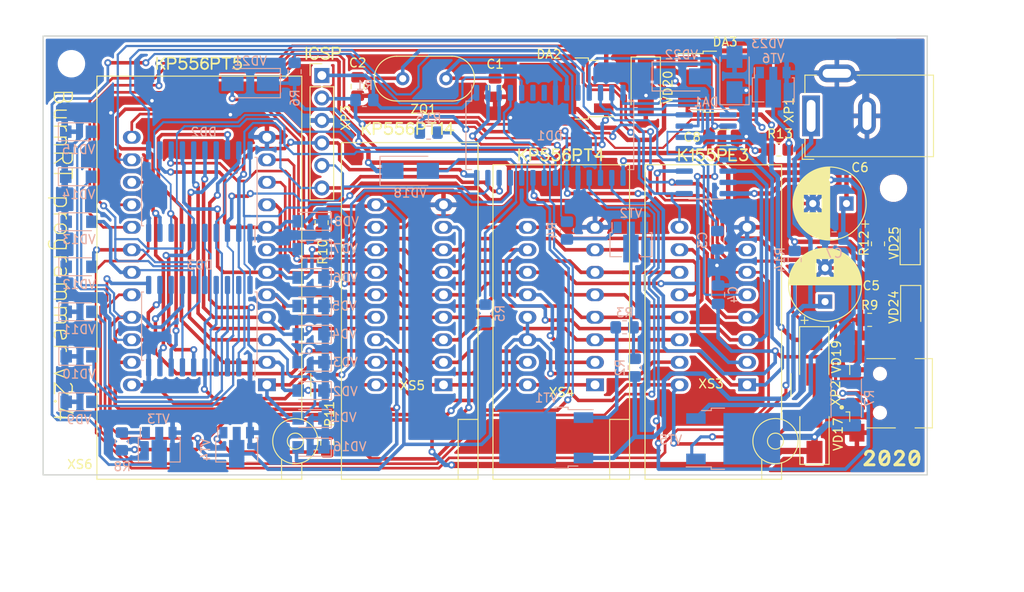
<source format=kicad_pcb>
(kicad_pcb (version 20211014) (generator pcbnew)
  (layers (0 "F.Cu" signal) (31 "B.Cu" signal) (34 "B.Paste" user) (35 "F.Paste" user) (36 "B.SilkS" user "B.Silkscreen") (37 "F.SilkS" user "F.Silkscreen") (38 "B.Mask" user) (39 "F.Mask" user) (44 "Edge.Cuts" user))
  (net 0 "")
  (net 1 "/B2")
  (net 2 "/CLKO")
  (net 3 "Net-(R9-Pad2)")
  (net 4 "/CE")
  (net 6 "/B0")
  (net 7 "/B1")
  (net 8 "Net-(C3-Pad1)")
  (net 9 "/~{RD}")
  (net 11 "/GND")
  (net 12 "/CLKI")
  (net 13 "/UON")
  (net 14 "/WR")
  (net 15 "/D+")
  (net 16 "/D1")
  (net 17 "/D4")
  (net 18 "/D7")
  (net 19 "/L1")
  (net 20 "/L0")
  (net 21 "/D-")
  (net 22 "/D3")
  (net 23 "/D2")
  (net 24 "/D0")
  (net 25 "/VBUS")
  (net 26 "/D6")
  (net 27 "/D5")
  (net 28 "/A9")
  (net 29 "/A12")
  (net 30 "/A15")
  (net 31 "/A8")
  (net 32 "/A13")
  (net 33 "/A14")
  (net 34 "/A11")
  (net 35 "/A10")
  (net 36 "/A1")
  (net 37 "/A4")
  (net 38 "/A7")
  (net 39 "/A0")
  (net 40 "/A5")
  (net 41 "/A6")
  (net 42 "/A3")
  (net 43 "/A2")
  (net 44 "/IO5")
  (net 45 "/IO2")
  (net 46 "/IO3")
  (net 47 "/IO4")
  (net 48 "/IO6")
  (net 49 "/IO7")
  (net 50 "/IO0")
  (net 51 "/IO1")
  (net 52 "Net-(DA1-Pad8)")
  (net 53 "/+12V")
  (net 54 "/+5V")
  (net 55 "Net-(R2-Pad1)")
  (net 56 "/~{CS}")
  (net 57 "Net-(R10-Pad2)")
  (net 58 "Net-(R11-Pad2)")
  (net 59 "/MCLR")
  (net 60 "Net-(R12-Pad2)")
  (net 61 "Net-(R14-Pad2)")
  (net 62 "Net-(R15-Pad2)")
  (net 63 "Net-(R3-Pad2)")
  (net 64 "Net-(R4-Pad2)")
  (net 65 "/UPR")
  (net 66 "Net-(R5-Pad2)")
  (net 67 "Net-(R8-Pad2)")
  (net 68 "Net-(DA2-Pad1)")
  (net 69 "Net-(DA3-Pad3)")
  (net 70 "Net-(DA2-Pad2)")
  (net 71 "Net-(DA3-Pad2)")
  (net 72 "/VCC")
  (net 73 "Net-(R12-Pad1)")
  (net 74 "Net-(C5-Pad1)")
  (footprint "Resistor_SMD:R_0805_2012Metric_Pad1.20x1.40mm_HandSolder" (layer "F.Cu") (at 182.753 87.2236 -90)
    (fp_text reference "R12")
    (fp_text value "430")
  )
  (footprint "Resistor_SMD:R_0805_2012Metric_Pad1.20x1.40mm_HandSolder" (layer "F.Cu") (at 171.577 76.581 180)
    (fp_text reference "R13")
    (fp_text value "5.1K")
  )
  (footprint "Package_TO_SOT_SMD:TO-252-2" (layer "F.Cu") (at 165.5064 68.9356)
    (fp_text reference "DA3")
    (fp_text value "78M05")
  )
  (footprint "Diode_SMD:D_SMA" (layer "F.Cu") (at 175.59086 108.71421 90)
    (fp_text reference "VD17")
    (fp_text value "M7")
  )
  (footprint "LED_SMD:LED_1206_3216Metric_Pad1.42x1.75mm_HandSolder" (layer "F.Cu") (at 186.436 94.3864 -90)
    (fp_text reference "VD24")
    (fp_text value "GREEN")
  )
  (footprint "Resistor_SMD:R_0805_2012Metric_Pad1.20x1.40mm_HandSolder" (layer "F.Cu") (at 120.015 84.836 -90)
    (fp_text reference "R10")
    (fp_text value "10K")
  )
  (footprint "Diode_SMD:D_SMA" (layer "F.Cu") (at 156.5656 69.5452 -90)
    (property "Value" "1N400X")
    (fp_text reference "VD20")
    (fp_text value "M7")
  )
  (footprint "Capacitor_SMD:C_0805_2012Metric_Pad1.18x1.45mm_HandSolder" (layer "F.Cu") (at 139.573 69.596 -90)
    (fp_text reference "C1")
    (fp_text value "22p")
  )
  (footprint "Resistor_SMD:R_0805_2012Metric_Pad1.20x1.40mm_HandSolder" (layer "F.Cu") (at 120.65 109.728 -90)
    (fp_text reference "R11")
    (fp_text value "5.1K")
  )
  (footprint "MountingHole:MountingHole_2.5mm" (layer "F.Cu") (at 91.8 110.2)
    (fp_text reference "REF**" hide)
    (fp_text value "MountingHole_2.5mm")
  )
  (footprint "Capacitor_SMD:C_1206_3216Metric_Pad1.33x1.80mm_HandSolder" (layer "F.Cu") (at 165.2524 75.2348 180)
    (property "Value" "100n")
    (fp_text reference "C8")
    (fp_text value "100n")
  )
  (footprint "Capacitor_THT:CP_Radial_D8.0mm_P3.80mm" (layer "F.Cu") (at 179.197 82.677 180)
    (fp_text reference "C6")
    (fp_text value "100u 25V")
  )
  (footprint "MountingHole:MountingHole_2.5mm" (layer "F.Cu") (at 184.5 80.95)
    (fp_text reference "REF**" hide)
    (fp_text value "MountingHole_2.5mm")
  )
  (footprint "Connector_PinHeader_2.54mm:PinHeader_1x06_P2.54mm_Vertical" (layer "F.Cu") (at 120.0404 68.2244)
    (fp_text reference "XP3")
    (fp_text value "Conn_01x06")
  )
  (footprint "Connector_USB:USB_Mini-B_Lumberg_2486_01_Horizontal" (layer "F.Cu") (at 182.9726 104.0892 90)
    (fp_text reference "XP2")
    (fp_text value "USB_TYPE_B_1")
  )
  (footprint "Socket:DIP_Socket-24_W11.9_W12.7_W15.24_W17.78_W18.5_3M_224-1275-00-0602J" (layer "F.Cu") (at 113.84622 103.14 180)
    (fp_text reference "XS6")
    (fp_text value "556РТ16")
  )
  (footprint "Socket:DIP_Socket-16_W4.3_W5.08_W7.62_W10.16_W10.9_3M_216-3340-00-0602J" (layer "F.Cu") (at 167.99011 103.14 180)
    (fp_text reference "XS3")
    (fp_text value "155РЕ3")
  )
  (footprint "MountingHole:MountingHole_2.5mm" (layer "F.Cu") (at 91.8 66.9)
    (fp_text reference "REF**" hide)
    (fp_text value "MountingHole_2.5mm")
  )
  (footprint "Resistor_SMD:R_0805_2012Metric_Pad1.20x1.40mm_HandSolder" (layer "F.Cu") (at 181.8132 95.8088)
    (property "Value" "430")
    (fp_text reference "R9")
    (fp_text value "430")
  )
  (footprint "Diode_SMD:D_SMA" (layer "F.Cu") (at 175.5648 99.9744 -90)
    (fp_text reference "VD19")
    (fp_text value "M7")
  )
  (footprint "Capacitor_SMD:C_0805_2012Metric_Pad1.18x1.45mm_HandSolder" (layer "F.Cu") (at 124.079 69.469 -90)
    (fp_text reference "C2")
    (fp_text value "22p")
  )
  (footprint "Package_TO_SOT_SMD:TO-252-2" (layer "F.Cu") (at 147.6248 69.6976 180)
    (fp_text reference "DA2")
    (fp_text value "78M12")
  )
  (footprint "Socket:DIP_Socket-16_W4.3_W5.08_W7.62_W10.16_W10.9_3M_216-3340-00-0602J" (layer "F.Cu") (at 150.84511 103.14 180)
    (fp_text reference "XS4")
    (fp_text value "556РT4")
  )
  (footprint "LED_SMD:LED_1206_3216Metric_Pad1.42x1.75mm_HandSolder" (layer "F.Cu") (at 186.3852 87.122 90)
    (fp_text reference "VD25")
    (fp_text value "RED")
  )
  (footprint "Crystal:Crystal_HC49-U_Vertical" (layer "F.Cu") (at 129.159 68.58)
    (fp_text reference "ZQ1")
    (fp_text value "20 MHz")
  )
  (footprint "Socket:DIP_Socket-18_W4.3_W5.08_W7.62_W10.16_W10.9_3M_218-3341-00-0602J" (layer "F.Cu") (at 133.7564 103.14 180)
    (fp_text reference "XS5")
    (fp_text value "556РТ14")
  )
  (footprint "Connector_BarrelJack:BarrelJack_GCT_DCJ200-10-A_Horizontal" (layer "F.Cu") (at 175.2092 72.786 90)
    (fp_text reference "XP1")
    (fp_text value "DC-005_1")
  )
  (footprint "Capacitor_THT:CP_Radial_D8.0mm_P3.80mm" (layer "F.Cu") (at 176.784 93.750651 90)
    (fp_text reference "C5")
    (fp_text value "100u 35V")
  )
  (footprint "Resistor_SMD:R_0805_2012Metric_Pad1.20x1.40mm_HandSolder" (layer "B.Cu") (at 155.321 101.1936 -90)
    (property "Value" "5.1K")
    (fp_text reference "R2")
    (fp_text value "5.1K")
  )
  (footprint "Diode_SMD:D_SMF" (layer "B.Cu") (at 118.8212 84.6836 180)
    (fp_text reference "VD8")
    (fp_text value "BZV55-C5V1")
  )
  (footprint "Diode_SMD:D_SMF" (layer "B.Cu") (at 118.8212 97.4344 180)
    (fp_text reference "VD4")
    (fp_text value "BZV55-C5V1")
  )
  (footprint "Resistor_SMD:R_0805_2012Metric_Pad1.20x1.40mm_HandSolder" (layer "B.Cu") (at 154.178 96.647 180)
    (property "Value" "")
    (fp_text reference "R3")
    (fp_text value "10K")
  )
  (footprint "Diode_SMD:D_SMA" (layer "B.Cu") (at 166.5732 68.1228 90)
    (property "Value" "1N400X")
    (fp_text reference "VD23")
    (fp_text value "M7")
  )
  (footprint "Package_TO_SOT_SMD:TO-252-2" (layer "B.Cu") (at 166.4208 109.22)
    (fp_text reference "VT5")
    (fp_text value "MJD127G")
  )
  (footprint "Resistor_SMD:R_0805_2012Metric_Pad1.20x1.40mm_HandSolder" (layer "B.Cu") (at 124.841 70.993 180)
    (fp_text reference "R1")
    (fp_text value "4.7K")
  )
  (footprint "Diode_SMD:D_SMA" (layer "B.Cu") (at 129.9972 78.994)
    (property "Value" "КД522")
    (fp_text reference "VD18")
    (fp_text value "LL4148")
  )
  (footprint "Package_TO_SOT_SMD:SOT-89-3" (layer "B.Cu") (at 110.4392 110.1852 -90)
    (fp_text reference "VT4")
    (fp_text value "BCX56")
  )
  (footprint "Diode_SMD:D_SMF" (layer "B.Cu") (at 118.8212 100.584 180)
    (fp_text reference "VD3")
    (fp_text value "BZV55-C5V1")
  )
  (footprint "Diode_SMD:D_SMA" (layer "B.Cu") (at 160.6804 68.326)
    (fp_text reference "VD22")
    (fp_text value "M7")
  )
  (footprint "Resistor_SMD:R_0805_2012Metric_Pad1.20x1.40mm_HandSolder" (layer "B.Cu") (at 138.4808 95.0816 90)
    (property "Value" "10K")
    (fp_text reference "R5")
    (fp_text value "10K")
  )
  (footprint "Resistor_SMD:R_0805_2012Metric_Pad1.20x1.40mm_HandSolder" (layer "B.Cu") (at 147.6756 85.725 -90)
    (property "Value" "10K")
    (fp_text reference "R4")
    (fp_text value "10K")
  )
  (footprint "Package_SO:SOIC-16_3.9x9.9mm_P1.27mm" (layer "B.Cu") (at 163.3728 77.1144 180)
    (fp_text reference "DA1")
    (fp_text value "DG408")
  )
  (footprint "Resistor_SMD:R_0805_2012Metric_Pad1.20x1.40mm_HandSolder" (layer "B.Cu") (at 97.4852 109.5248 90)
    (fp_text reference "R8")
    (fp_text value "5.1K")
  )
  (footprint "Package_TO_SOT_SMD:SOT-89-3" (layer "B.Cu") (at 170.942 69.5452 -90)
    (fp_text reference "VT6")
    (fp_text value "BCX56")
  )
  (footprint "Resistor_SMD:R_2512_6332Metric_Pad1.40x3.35mm_HandSolder" (layer "B.Cu") (at 179.1716 104.648 90)
    (fp_text reference "R7")
    (fp_text value "47")
  )
  (footprint "Package_SO:SOIC-20W_7.5x12.8mm_P1.27mm" (layer "B.Cu") (at 106.2228 96.52 90)
    (fp_text reference "DD3")
    (fp_text value "74HC574D")
  )
  (footprint "Diode_SMD:D_SMF" (layer "B.Cu") (at 92.6084 74.5744)
    (fp_text reference "VD15")
    (fp_text value "BZV55-C5V1")
  )
  (footprint "Package_SO:SOIC-28W_7.5x18.7mm_P1.27mm" (layer "B.Cu") (at 145.7452 74.9808 -90)
    (fp_text reference "DD1")
    (fp_text value "PIC18F2550")
  )
  (footprint "Resistor_SMD:R_0805_2012Metric_Pad1.20x1.40mm_HandSolder" (layer "B.Cu") (at 116.967 67.8 -90)
    (property "Value" "10K")
    (fp_text reference "R6")
    (fp_text value "10K")
  )
  (footprint "Diode_SMD:D_SMA" (layer "B.Cu") (at 111.9632 69.088 180)
    (property "Value" "КД522")
    (fp_text reference "VD21")
    (fp_text value "LL4148")
  )
  (footprint "Diode_SMD:D_SMF" (layer "B.Cu") (at 118.8212 87.8332 180)
    (fp_text reference "VD7")
    (fp_text value "BZV55-C5V1")
  )
  (footprint "Diode_SMD:D_SMF" (layer "B.Cu") (at 92.6592 89.8144)
    (fp_text reference "VD12")
    (fp_text value "BZV55-C5V1")
  )
  (footprint "Capacitor_SMD:C_0805_2012Metric_Pad1.18x1.45mm_HandSolder" (layer "B.Cu") (at 164.6428 86.8172 -90)
    (property "Value" "220n")
    (fp_text reference "C3")
    (fp_text value "220n")
  )
  (footprint "Diode_SMD:D_SMF" (layer "B.Cu") (at 92.6592 105.0544)
    (fp_text reference "VD9")
    (fp_text value "BZV55-C5V1")
  )
  (footprint "Capacitor_SMD:C_0805_2012Metric_Pad1.18x1.45mm_HandSolder" (layer "B.Cu") (at 177.8 86.614)
    (property "Value" "100n")
    (fp_text reference "C7")
    (fp_text value "100n")
  )
  (footprint "Diode_SMD:D_SMF" (layer "B.Cu") (at 118.8212 91.0336 180)
    (fp_text reference "VD6")
    (fp_text value "BZV55-C5V1")
  )
  (footprint "Diode_SMD:D_SMF" (layer "B.Cu") (at 118.8212 110.1852 180)
    (fp_text reference "VD16")
    (fp_text value "BZV55-C5V1")
  )
  (footprint "Diode_SMD:D_SMF" (layer "B.Cu") (at 92.6592 94.8944)
    (fp_text reference "VD11")
    (fp_text value "BZV55-C5V1")
  )
  (footprint "Package_TO_SOT_SMD:SOT-89-3" (layer "B.Cu") (at 101.7016 110.1852 -90)
    (fp_text reference "VT3")
    (fp_text value "BCX56")
  )
  (footprint "Diode_SMD:D_SMF" (layer "B.Cu") (at 92.6084 79.6544)
    (fp_text reference "VD14")
    (fp_text value "BZV55-C5V1")
  )
  (footprint "Diode_SMD:D_SMF" (layer "B.Cu") (at 118.8212 94.234 180)
    (fp_text reference "VD5")
    (fp_text value "BZV55-C5V1")
  )
  (footprint "Package_TO_SOT_SMD:SOT-89-3" (layer "B.Cu") (at 154.8892 87.0204 -90)
    (fp_text reference "VT2")
    (fp_text value "BCX56")
  )
  (footprint "Diode_SMD:D_SMF" (layer "B.Cu") (at 118.8212 106.934 180)
    (fp_text reference "VD1")
    (fp_text value "BZV55-C5V1")
  )
  (footprint "Resistor_SMD:R_0805_2012Metric_Pad1.20x1.40mm_HandSolder" (layer "B.Cu") (at 173.355 89.027 -90)
    (fp_text reference "R14")
    (fp_text value "10K")
  )
  (footprint "Capacitor_SMD:C_0805_2012Metric_Pad1.18x1.45mm_HandSolder" (layer "B.Cu") (at 164.719 92.964 90)
    (property "Value" "100n")
    (fp_text reference "C4")
    (fp_text value "100n")
  )
  (footprint "Package_TO_SOT_SMD:TO-252-2" (layer "B.Cu") (at 145.3388 109.1184 180)
    (fp_text reference "VT1")
    (fp_text value "MJD127G")
  )
  (footprint "Package_SO:SOIC-20W_7.5x12.8mm_P1.27mm" (layer "B.Cu") (at 106.2228 81.3308 90)
    (fp_text reference "DD2")
    (fp_text value "74HC574D")
  )
  (footprint "Diode_SMD:D_SMF" (layer "B.Cu") (at 92.6592 84.7344)
    (fp_text reference "VD13")
    (fp_text value "BZV55-C5V1")
  )
  (footprint "Resistor_SMD:R_0805_2012Metric_Pad1.20x1.40mm_HandSolder" (layer "B.Cu") (at 132.08 74.676 180)
    (fp_text reference "R15")
    (fp_text value "10K")
  )
  (footprint "Diode_SMD:D_SMF" (layer "B.Cu") (at 92.6592 99.9236)
    (fp_text reference "VD10")
    (fp_text value "BZV55-C5V1")
  )
  (footprint "Diode_SMD:D_SMF" (layer "B.Cu") (at 118.8212 103.7844 180)
    (fp_text reference "VD2")
    (fp_text value "BZV55-C5V1")
  )
  (gr_line (start 181.27957 112.1604) (end 182.30044 112.1604) (layer "F.SilkS") (width 0.33332))
  (gr_line (start 104.42608 66.64503) (end 104.60857 66.7068) (layer "F.SilkS") (width 0.19609))
  (gr_line (start 125.88029 74.23858) (end 126.42778 74.23858) (layer "F.SilkS") (width 0.19609))
  (gr_line (start 110.57874 67.49575) (end 110.39764 67.49575) (layer "F.SilkS") (width 0.19609))
  (gr_line (start 126.67066 73.69251) (end 126.60889 73.63074) (layer "F.SilkS") (width 0.19609))
  (gr_line (start 184.72879 110.9222) (end 184.80123 110.77565) (layer "F.SilkS") (width 0.33332))
  (gr_line (start 146.49236 76.96901) (end 146.67486 77.03076) (layer "F.SilkS") (width 0.19609))
  (gr_line (start 106.8515 67.49575) (end 107.03257 67.4354) (layer "F.SilkS") (width 0.19609))
  (gr_line (start 106.03397 67.01002) (end 106.03397 67.13075) (layer "F.SilkS") (width 0.19609))
  (gr_line (start 102.69745 66.21965) (end 102.69745 67.49575) (layer "F.SilkS") (width 0.19609))
  (gr_line (start 146.12876 77.03076) (end 146.31126 76.96901) (layer "F.SilkS") (width 0.19609))
  (gr_line (start 164.17117 77.75935) (end 163.98867 77.81973) (layer "F.SilkS") (width 0.19609))
  (gr_line (start 105.30537 66.7068) (end 105.48787 66.64503) (layer "F.SilkS") (width 0.19609))
  (gr_line (start 104.24497 66.64503) (end 104.42608 66.64503) (layer "F.SilkS") (width 0.19609))
  (gr_line (start 144.37159 76.96901) (end 144.37159 76.78651) (layer "F.SilkS") (width 0.19609))
  (gr_line (start 183.40512 112.1604) (end 183.55 112.1604) (layer "F.SilkS") (width 0.33332))
  (gr_line (start 103.24495 66.8879) (end 103.42605 66.82752) (layer "F.SilkS") (width 0.19609))
  (gr_line (start 165.59657 76.96901) (end 165.59657 76.78651) (layer "F.SilkS") (width 0.19609))
  (gr_line (start 131.58043 73.69251) (end 131.51866 73.63074) (layer "F.SilkS") (width 0.19609))
  (gr_line (start 164.74582 77.21186) (end 165.29332 77.21186) (layer "F.SilkS") (width 0.19609))
  (gr_line (start 128.48821 73.57176) (end 128.42783 74.11786) (layer "F.SilkS") (width 0.19609))
  (gr_line (start 105.9736 66.82752) (end 106.03397 67.01002) (layer "F.SilkS") (width 0.19609))
  (gr_line (start 163.11077 77.33401) (end 163.11077 77.45473) (layer "F.SilkS") (width 0.19609))
  (gr_line (start 127.79141 74.78611) (end 127.60891 74.84646) (layer "F.SilkS") (width 0.19609))
  (gr_line (start 128.48821 74.78611) (end 128.42783 74.72433) (layer "F.SilkS") (width 0.19609))
  (gr_line (start 133.97263 74.42108) (end 134.88372 74.42108) (layer "F.SilkS") (width 0.19609))
  (gr_line (start 183.98799 111.28608) (end 183.91385 110.9222) (layer "F.SilkS") (width 0.33332))
  (gr_line (start 127.97391 74.48146) (end 127.91353 74.66396) (layer "F.SilkS") (width 0.19609))
  (gr_line (start 144.37159 76.78651) (end 144.31121 76.66576) (layer "F.SilkS") (width 0.19609))
  (gr_line (start 108.85012 66.21965) (end 109.70087 66.21965) (layer "F.SilkS") (width 0.19609))
  (gr_line (start 110.57874 66.64503) (end 110.76124 66.7068) (layer "F.SilkS") (width 0.19609))
  (gr_line (start 131.33758 73.57036) (end 130.79008 73.57036) (layer "F.SilkS") (width 0.19609))
  (gr_line (start 110.15479 66.76715) (end 110.21514 66.7068) (layer "F.SilkS") (width 0.19609))
  (gr_line (start 119.05891 65.08514) (end 118.93677 65.14551) (layer "F.SilkS") (width 0.19609))
  (gr_line (start 107.15472 66.8879) (end 107.03257 66.76715) (layer "F.SilkS") (width 0.19609))
  (gr_line (start 168.02056 77.45473) (end 167.95879 77.63723) (layer "F.SilkS") (width 0.19609))
  (gr_line (start 108.15475 66.8879) (end 108.33585 66.82752) (layer "F.SilkS") (width 0.19609))
  (gr_line (start 144.82551 77.09113) (end 144.88586 77.03076) (layer "F.SilkS") (width 0.19609))
  (gr_line (start 120.11929 65.14551) (end 119.99716 65.26763) (layer "F.SilkS") (width 0.19609))
  (gr_line (start 103.48783 66.76575) (end 103.5482 66.64503) (layer "F.SilkS") (width 0.19609))
  (gr_line (start 108.45797 66.64503) (end 108.45797 66.46253) (layer "F.SilkS") (width 0.19609))
  (gr_line (start 186.78019 110.63076) (end 186.56119 110.70321) (layer "F.SilkS") (width 0.33332))
  (gr_line (start 183.18612 112.08796) (end 183.40512 112.1604) (layer "F.SilkS") (width 0.33332))
  (gr_line (start 144.31121 76.66576) (end 144.24944 76.60401) (layer "F.SilkS") (width 0.19609))
  (gr_line (start 183.98799 111.50508) (end 183.98799 111.28608) (layer "F.SilkS") (width 0.33332))
  (gr_line (start 121.78756 65.08514) (end 121.24004 65.08514) (layer "F.SilkS") (width 0.19609))
  (gr_line (start 146.12876 76.54503) (end 146.06839 77.09113) (layer "F.SilkS") (width 0.19609))
  (gr_line (start 120.54466 66.36123) (end 120.30179 66.36123) (layer "F.SilkS") (width 0.19609))
  (gr_line (start 182.08145 110.70321) (end 182.15389 110.77565) (layer "F.SilkS") (width 0.33332))
  (gr_line (start 162.74577 76.96901) (end 162.92827 77.03076) (layer "F.SilkS") (width 0.19609))
  (gr_line (start 127.60891 73.99574) (end 127.79141 74.05751) (layer "F.SilkS") (width 0.19609))
  (gr_line (start 183.91385 110.9222) (end 183.769 110.70321) (layer "F.SilkS") (width 0.33332))
  (gr_line (start 129.97395 74.84646) (end 130.03431 74.84646) (layer "F.SilkS") (width 0.19609))
  (gr_line (start 144.06834 77.21186) (end 144.24944 77.15151) (layer "F.SilkS") (width 0.19609))
  (gr_line (start 150.09888 76.54363) (end 150.09888 77.81973) (layer "F.SilkS") (width 0.19609))
  (gr_line (start 104.79107 67.13075) (end 104.73072 67.31325) (layer "F.SilkS") (width 0.19609))
  (gr_line (start 165.53619 77.08973) (end 165.59657 76.96901) (layer "F.SilkS") (width 0.19609))
  (gr_line (start 143.52084 76.54363) (end 143.52084 77.81973) (layer "F.SilkS") (width 0.19609))
  (gr_line (start 126.67066 74.11646) (end 126.73101 73.99574) (layer "F.SilkS") (width 0.19609))
  (gr_line (start 184.87364 110.70321) (end 185.02023 110.63076) (layer "F.SilkS") (width 0.33332))
  (gr_line (start 129.21681 74.48146) (end 129.15643 74.66396) (layer "F.SilkS") (width 0.19609))
  (gr_line (start 146.31126 77.81973) (end 146.12876 77.75935) (layer "F.SilkS") (width 0.19609))
  (gr_line (start 144.31121 77.08973) (end 144.37159 76.96901) (layer "F.SilkS") (width 0.19609))
  (gr_line (start 165.47442 76.60401) (end 165.29332 76.54363) (layer "F.SilkS") (width 0.19609))
  (gr_line (start 124.94064 74.11646) (end 125.48814 74.84646) (layer "F.SilkS") (width 0.19609))
  (gr_line (start 104.00212 67.37362) (end 103.94035 67.2529) (layer "F.SilkS") (width 0.19609))
  (gr_line (start 181.49857 110.70321) (end 181.64512 110.63076) (layer "F.SilkS") (width 0.33332))
  (gr_line (start 167.47307 77.81973) (end 167.29196 77.75935) (layer "F.SilkS") (width 0.19609))
  (gr_line (start 104.06247 67.4354) (end 104.00212 67.37362) (layer "F.SilkS") (width 0.19609))
  (gr_line (start 147.85599 77.09113) (end 147.67488 77.03076) (layer "F.SilkS") (width 0.19609))
  (gr_line (start 128.42783 74.11786) (end 128.48821 74.05751) (layer "F.SilkS") (width 0.19609))
  (gr_line (start 144.06834 76.54363) (end 143.52084 76.54363) (layer "F.SilkS") (width 0.19609))
  (gr_line (start 186.41463 110.9222) (end 186.34219 111.28608) (layer "F.SilkS") (width 0.33332))
  (gr_line (start 129.79146 74.78611) (end 129.97395 74.84646) (layer "F.SilkS") (width 0.19609))
  (gr_line (start 118.69392 65.57086) (end 118.69392 65.87551) (layer "F.SilkS") (width 0.19609))
  (gr_line (start 187.14407 112.08796) (end 187.28895 111.86896) (layer "F.SilkS") (width 0.33332))
  (gr_line (start 127.24531 74.78611) (end 127.18493 74.72433) (layer "F.SilkS") (width 0.19609))
  (gr_line (start 144.82551 77.69758) (end 144.76374 77.57686) (layer "F.SilkS") (width 0.19609))
  (gr_line (start 146.31126 76.96901) (end 146.49236 76.96901) (layer "F.SilkS") (width 0.19609))
  (gr_line (start 130.03431 74.84646) (end 130.21541 74.78611) (layer "F.SilkS") (width 0.19609))
  (gr_line (start 131.6408 73.99574) (end 131.6408 73.81324) (layer "F.SilkS") (width 0.19609))
  (gr_line (start 165.98872 77.81973) (end 166.77767 77.81973) (layer "F.SilkS") (width 0.19609))
  (gr_line (start 118.93677 66.29946) (end 119.05891 66.36123) (layer "F.SilkS") (width 0.19609))
  (gr_line (start 143.52084 77.21186) (end 144.06834 77.21186) (layer "F.SilkS") (width 0.19609))
  (gr_line (start 122.09079 65.32801) (end 122.03041 65.20726) (layer "F.SilkS") (width 0.19609))
  (gr_line (start 146.73521 76.54503) (end 146.12876 76.54503) (layer "F.SilkS") (width 0.19609))
  (gr_line (start 147.85599 77.75935) (end 147.97811 77.63723) (layer "F.SilkS") (width 0.19609))
  (gr_line (start 106.42612 67.0704) (end 106.4865 67.31325) (layer "F.SilkS") (width 0.19609))
  (gr_line (start 130.39791 74.48146) (end 130.39791 74.42108) (layer "F.SilkS") (width 0.19609))
  (gr_line (start 187.14407 110.70321) (end 186.92507 110.63076) (layer "F.SilkS") (width 0.33332))
  (gr_line (start 146.79698 77.63723) (end 146.67486 77.75935) (layer "F.SilkS") (width 0.19609))
  (gr_line (start 161.6854 76.72613) (end 161.8679 76.54503) (layer "F.SilkS") (width 0.19609))
  (gr_line (start 142.27797 76.54363) (end 142.27797 77.81973) (layer "F.SilkS") (width 0.19609))
  (gr_line (start 147.43201 77.75935) (end 147.61451 77.81973) (layer "F.SilkS") (width 0.19609))
  (gr_line (start 145.24946 77.81973) (end 145.06836 77.81973) (layer "F.SilkS") (width 0.19609))
  (gr_line (start 129.60896 74.42108) (end 129.66931 74.66396) (layer "F.SilkS") (width 0.19609))
  (gr_circle (center 178.6624 105.68013) (end 178.9123 105.68013) (layer "F.SilkS") (width 0) (fill solid))
  (gr_line (start 105.85147 67.4354) (end 105.66897 67.49575) (layer "F.SilkS") (width 0.19609))
  (gr_line (start 107.60725 66.8879) (end 108.15475 66.8879) (layer "F.SilkS") (width 0.19609))
  (gr_line (start 103.48783 66.3418) (end 103.42605 66.28003) (layer "F.SilkS") (width 0.19609))
  (gr_line (start 148.97813 77.21186) (end 149.15924 77.15151) (layer "F.SilkS") (width 0.19609))
  (gr_line (start 119.30176 66.36123) (end 119.42252 66.29946) (layer "F.SilkS") (width 0.19609))
  (gr_line (start 162.3822 77.75935) (end 162.32182 77.69758) (layer "F.SilkS") (width 0.19609))
  (gr_line (start 183.769 110.70321) (end 183.55 110.63076) (layer "F.SilkS") (width 0.33332))
  (gr_line (start 110.76124 66.7068) (end 110.88339 66.82752) (layer "F.SilkS") (width 0.19609))
  (gr_line (start 185.31166 110.63076) (end 185.45652 110.70321) (layer "F.SilkS") (width 0.33332))
  (gr_line (start 120.84789 66.17873) (end 120.72716 66.29946) (layer "F.SilkS") (width 0.19609))
  (gr_line (start 103.42605 66.28003) (end 103.24495 66.21965) (layer "F.SilkS") (width 0.19609))
  (gr_line (start 167.95879 77.15151) (end 168.02056 77.33401) (layer "F.SilkS") (width 0.19609))
  (gr_line (start 151.52428 77.81973) (end 151.52428 76.54503) (layer "F.SilkS") (width 0.19609))
  (gr_line (start 144.24944 77.15151) (end 144.31121 77.08973) (layer "F.SilkS") (width 0.19609))
  (gr_line (start 121.96864 65.69301) (end 122.03041 65.63124) (layer "F.SilkS") (width 0.19609))
  (gr_line (start 104.24497 67.49575) (end 104.06247 67.4354) (layer "F.SilkS") (width 0.19609))
  (gr_line (start 142.58119 77.08973) (end 143.12869 77.81973) (layer "F.SilkS") (width 0.19609))
  (gr_line (start 147.43201 77.09113) (end 147.30989 77.21186) (layer "F.SilkS") (width 0.19609))
  (gr_line (start 147.73523 76.54503) (end 147.61451 76.54503) (layer "F.SilkS") (width 0.19609))
  (gr_line (start 130.09468 73.57176) (end 129.97395 73.57176) (layer "F.SilkS") (width 0.19609))
  (gr_line (start 104.06247 66.7068) (end 104.24497 66.64503) (layer "F.SilkS") (width 0.19609))
  (gr_line (start 187.36307 111.50508) (end 187.36307 111.28608) (layer "F.SilkS") (width 0.33332))
  (gr_line (start 118.30174 65.08514) (end 118.30174 66.36123) (layer "F.SilkS") (width 0.19609))
  (gr_line (start 119.99716 65.26763) (end 119.99716 65.38836) (layer "F.SilkS") (width 0.19609))
  (gr_line (start 122.09079 65.51051) (end 122.09079 65.32801) (layer "F.SilkS") (width 0.19609))
  (gr_line (start 105.9736 67.31325) (end 105.85147 67.4354) (layer "F.SilkS") (width 0.19609))
  (gr_line (start 187.36307 111.28608) (end 187.28895 110.9222) (layer "F.SilkS") (width 0.33332))
  (gr_line (start 146.79698 77.15151) (end 146.85736 77.33401) (layer "F.SilkS") (width 0.19609))
  (gr_line (start 144.88586 77.03076) (end 145.06836 76.96901) (layer "F.SilkS") (width 0.19609))
  (gr_line (start 129.66931 74.23858) (end 129.60896 74.42108) (layer "F.SilkS") (width 0.19609))
  (gr_line (start 146.85736 77.33401) (end 146.85736 77.45473) (layer "F.SilkS") (width 0.19609))
  (gr_line (start 162.32182 77.69758) (end 162.26005 77.57686) (layer "F.SilkS") (width 0.19609))
  (gr_line (start 144.88586 77.75935) (end 144.82551 77.69758) (layer "F.SilkS") (width 0.19609))
  (gr_line (start 147.97811 76.72613) (end 147.91773 76.60541) (layer "F.SilkS") (width 0.19609))
  (gr_line (start 129.60896 74.11786) (end 129.60896 74.42108) (layer "F.SilkS") (width 0.19609))
  (gr_line (start 104.42608 67.49575) (end 104.24497 67.49575) (layer "F.SilkS") (width 0.19609))
  (gr_line (start 118.69392 65.87551) (end 118.75427 66.05658) (layer "F.SilkS") (width 0.19609))
  (gr_line (start 126.42778 74.23858) (end 126.60889 74.17823) (layer "F.SilkS") (width 0.19609))
  (gr_line (start 133.58048 73.57176) (end 133.58048 74.84646) (layer "F.SilkS") (width 0.19609))
  (gr_line (start 101.75781 66.76575) (end 102.3053 67.49575) (layer "F.SilkS") (width 0.19609))
  (gr_line (start 107.03257 67.4354) (end 107.15472 67.31325) (layer "F.SilkS") (width 0.19609))
  (gr_line (start 108.33585 66.28003) (end 108.15475 66.21965) (layer "F.SilkS") (width 0.19609))
  (gr_line (start 107.21507 67.13075) (end 107.21507 67.0704) (layer "F.SilkS") (width 0.19609))
  (gr_line (start 187.28895 110.9222) (end 187.14407 110.70321) (layer "F.SilkS") (width 0.33332))
  (gr_line (start 161.8679 76.54503) (end 161.8679 77.81973) (layer "F.SilkS") (width 0.19609))
  (gr_line (start 146.12876 77.75935) (end 146.06839 77.69758) (layer "F.SilkS") (width 0.19609))
  (gr_line (start 118.81604 66.17873) (end 118.93677 66.29946) (layer "F.SilkS") (width 0.19609))
  (gr_line (start 184.80123 110.77565) (end 184.87364 110.70321) (layer "F.SilkS") (width 0.33332))
  (gr_line (start 162.74577 77.81973) (end 162.56469 77.81973) (layer "F.SilkS") (width 0.19609))
  (gr_line (start 119.30176 65.08514) (end 119.05891 65.08514) (layer "F.SilkS") (width 0.19609))
  (gr_line (start 148.03849 77.39436) (end 147.97811 77.21186) (layer "F.SilkS") (width 0.19609))
  (gr_line (start 106.60862 66.28142) (end 106.4865 66.46392) (layer "F.SilkS") (width 0.19609))
  (gr_line (start 144.24944 76.60401) (end 144.06834 76.54363) (layer "F.SilkS") (width 0.19609))
  (gr_line (start 119.05891 66.36123) (end 119.30176 66.36123) (layer "F.SilkS") (width 0.19609))
  (gr_line (start 101.45458 66.21965) (end 101.45458 67.49575) (layer "F.SilkS") (width 0.19609))
  (gr_line (start 149.15924 76.60401) (end 148.97813 76.54363) (layer "F.SilkS") (width 0.19609))
  (gr_line (start 110.21514 67.4354) (end 110.15479 67.37362) (layer "F.SilkS") (width 0.19609))
  (gr_line (start 163.98867 76.96901) (end 164.17117 77.03076) (layer "F.SilkS") (width 0.19609))
  (gr_line (start 163.11077 77.45473) (end 163.05042 77.63723) (layer "F.SilkS") (width 0.19609))
  (gr_line (start 104.66895 66.22107) (end 104.06247 66.22107) (layer "F.SilkS") (width 0.19609))
  (gr_line (start 108.45797 66.46253) (end 108.39759 66.3418) (layer "F.SilkS") (width 0.19609))
  (gr_line (start 163.56472 77.69758) (end 163.50295 77.57686) (layer "F.SilkS") (width 0.19609))
  (gr_line (start 162.3822 77.03076) (end 162.56469 76.96901) (layer "F.SilkS") (width 0.19609))
  (gr_line (start 127.79141 74.05751) (end 127.91353 74.17823) (layer "F.SilkS") (width 0.19609))
  (gr_line (start 186.34219 111.50508) (end 186.41463 111.86896) (layer "F.SilkS") (width 0.33332))
  (gr_line (start 183.91385 111.86896) (end 183.98799 111.50508) (layer "F.SilkS") (width 0.33332))
  (gr_line (start 107.60725 66.21965) (end 107.60725 67.49575) (layer "F.SilkS") (width 0.19609))
  (gr_line (start 182.228 111.06709) (end 182.15389 111.21364) (layer "F.SilkS") (width 0.33332))
  (gr_line (start 122.03041 65.63124) (end 122.09079 65.51051) (layer "F.SilkS") (width 0.19609))
  (gr_line (start 130.39791 74.42108) (end 130.33756 74.23858) (layer "F.SilkS") (width 0.19609))
  (gr_line (start 122.03041 65.20726) (end 121.96864 65.14551) (layer "F.SilkS") (width 0.19609))
  (gr_line (start 147.91773 76.60541) (end 147.73523 76.54503) (layer "F.SilkS") (width 0.19609))
  (gr_line (start 129.15643 74.17823) (end 129.21681 74.36073) (layer "F.SilkS") (width 0.19609))
  (gr_line (start 129.03431 74.05751) (end 129.15643 74.17823) (layer "F.SilkS") (width 0.19609))
  (gr_line (start 108.33585 66.82752) (end 108.39759 66.76575) (layer "F.SilkS") (width 0.19609))
  (gr_line (start 126.73101 73.99574) (end 126.73101 73.81324) (layer "F.SilkS") (width 0.19609))
  (gr_line (start 147.97811 77.21186) (end 147.85599 77.09113) (layer "F.SilkS") (width 0.19609))
  (gr_line (start 120.54466 65.08514) (end 120.30179 65.08514) (layer "F.SilkS") (width 0.19609))
  (gr_line (start 165.47442 77.15151) (end 165.53619 77.08973) (layer "F.SilkS") (width 0.19609))
  (gr_line (start 129.66931 73.81463) (end 129.60896 74.11786) (layer "F.SilkS") (width 0.19609))
  (gr_line (start 185.52896 111.21364) (end 185.38408 111.43097) (layer "F.SilkS") (width 0.33332))
  (gr_line (start 166.77767 76.54363) (end 165.98872 76.54363) (layer "F.SilkS") (width 0.19609))
  (gr_line (start 119.54464 66.17873) (end 119.60501 66.05658) (layer "F.SilkS") (width 0.19609))
  (gr_line (start 103.5482 66.64503) (end 103.5482 66.46253) (layer "F.SilkS") (width 0.19609))
  (gr_line (start 145.49234 76.54503) (end 144.88586 76.54503) (layer "F.SilkS") (width 0.19609))
  (gr_line (start 186.92507 110.63076) (end 186.78019 110.63076) (layer "F.SilkS") (width 0.33332))
  (gr_line (start 127.18493 74.72433) (end 127.12319 74.60358) (layer "F.SilkS") (width 0.19609))
  (gr_line (start 165.29332 77.21186) (end 165.47442 77.15151) (layer "F.SilkS") (width 0.19609))
  (gr_line (start 107.15472 66.40215) (end 107.09435 66.28142) (layer "F.SilkS") (width 0.19609))
  (gr_line (start 184.72879 110.99465) (end 184.72879 110.9222) (layer "F.SilkS") (width 0.33332))
  (gr_line (start 164.35367 77.45473) (end 164.29329 77.63723) (layer "F.SilkS") (width 0.19609))
  (gr_line (start 163.98867 77.81973) (end 163.80757 77.81973) (layer "F.SilkS") (width 0.19609))
  (gr_line (start 110.82162 66.22107) (end 110.21514 66.22107) (layer "F.SilkS") (width 0.19609))
  (gr_line (start 150.91641 77.39436) (end 151.82751 77.39436) (layer "F.SilkS") (width 0.19609))
  (gr_line (start 183.18612 110.70321) (end 183.03956 110.9222) (layer "F.SilkS") (width 0.33332))
  (gr_line (start 148.03849 77.45473) (end 148.03849 77.39436) (layer "F.SilkS") (width 0.19609))
  (gr_line (start 129.09466 73.57176) (end 128.48821 73.57176) (layer "F.SilkS") (width 0.19609))
  (gr_line (start 126.42778 73.57036) (end 125.88029 73.57036) (layer "F.SilkS") (width 0.19609))
  (gr_line (start 167.23159 77.69758) (end 167.16984 77.57686) (layer "F.SilkS") (width 0.19609))
  (gr_line (start 149.67351 76.54363) (end 150.52426 76.54363) (layer "F.SilkS") (width 0.19609))
  (gr_line (start 167.29196 77.75935) (end 167.23159 77.69758) (layer "F.SilkS") (width 0.19609))
  (gr_line (start 167.83806 77.75935) (end 167.65557 77.81973) (layer "F.SilkS") (width 0.19609))
  (gr_line (start 186.92507 112.1604) (end 187.14407 112.08796) (layer "F.SilkS") (width 0.33332))
  (gr_line (start 120.72716 65.14551) (end 120.54466 65.08514) (layer "F.SilkS") (width 0.19609))
  (gr_line (start 130.33756 74.66396) (end 130.39791 74.48146) (layer "F.SilkS") (width 0.19609))
  (gr_line (start 167.95879 76.54503) (end 167.59519 77.03076) (layer "F.SilkS") (width 0.19609))
  (gr_line (start 181.35368 110.9222) (end 181.42613 110.77565) (layer "F.SilkS") (width 0.33332))
  (gr_line (start 164.35367 77.33401) (end 164.35367 77.45473) (layer "F.SilkS") (width 0.19609))
  (gr_line (start 121.78756 65.75336) (end 121.96864 65.69301) (layer "F.SilkS") (width 0.19609))
  (gr_line (start 110.88339 67.31325) (end 110.76124 67.4354) (layer "F.SilkS") (width 0.19609))
  (gr_line (start 147.61451 77.03076) (end 147.43201 77.09113) (layer "F.SilkS") (width 0.19609))
  (gr_line (start 120.84789 65.26763) (end 120.72716 65.14551) (layer "F.SilkS") (width 0.19609))
  (gr_line (start 106.4865 67.31325) (end 106.60862 67.4354) (layer "F.SilkS") (width 0.19609))
  (gr_line (start 105.245 67.37362) (end 105.18322 67.2529) (layer "F.SilkS") (width 0.19609))
  (gr_line (start 185.6031 110.9222) (end 185.6031 111.06709) (layer "F.SilkS") (width 0.33332))
  (gr_line (start 147.24951 77.39436) (end 147.30989 77.63723) (layer "F.SilkS") (width 0.19609))
  (gr_line (start 120.84789 65.99623) (end 120.84789 66.17873) (layer "F.SilkS") (width 0.19609))
  (gr_line (start 181.42613 110.77565) (end 181.49857 110.70321) (layer "F.SilkS") (width 0.33332))
  (gr_line (start 127.42781 74.84646) (end 127.24531 74.78611) (layer "F.SilkS") (width 0.19609))
  (gr_line (start 149.28136 76.96901) (end 149.28136 76.78651) (layer "F.SilkS") (width 0.19609))
  (gr_line (start 105.30537 67.4354) (end 105.245 67.37362) (layer "F.SilkS") (width 0.19609))
  (gr_line (start 186.34219 111.28608) (end 186.34219 111.50508) (layer "F.SilkS") (width 0.33332))
  (gr_line (start 106.4865 66.8879) (end 106.42612 67.0704) (layer "F.SilkS") (width 0.19609))
  (gr_line (start 147.97811 77.63723) (end 148.03849 77.45473) (layer "F.SilkS") (width 0.19609))
  (gr_line (start 183.769 112.08796) (end 183.91385 111.86896) (layer "F.SilkS") (width 0.33332))
  (gr_line (start 145.55411 77.15151) (end 145.61446 77.33401) (layer "F.SilkS") (width 0.19609))
  (gr_line (start 108.15475 66.21965) (end 107.60725 66.21965) (layer "F.SilkS") (width 0.19609))
  (gr_line (start 118.75427 66.05658) (end 118.81604 66.17873) (layer "F.SilkS") (width 0.19609))
  (gr_line (start 131.58043 74.11646) (end 131.6408 73.99574) (layer "F.SilkS") (width 0.19609))
  (gr_line (start 162.32182 77.09113) (end 162.3822 77.03076) (layer "F.SilkS") (width 0.19609))
  (gr_line (start 104.73072 66.82752) (end 104.79107 67.01002) (layer "F.SilkS") (width 0.19609))
  (gr_line (start 103.24495 66.21965) (end 102.69745 66.21965) (layer "F.SilkS") (width 0.19609))
  (gr_line (start 107.21507 67.0704) (end 107.15472 66.8879) (layer "F.SilkS") (width 0.19609))
  (gr_line (start 104.60857 66.7068) (end 104.73072 66.82752) (layer "F.SilkS") (width 0.19609))
  (gr_line (start 185.45652 110.70321) (end 185.52896 110.77565) (layer "F.SilkS") (width 0.33332))
  (gr_line (start 185.02023 110.63076) (end 185.31166 110.63076) (layer "F.SilkS") (width 0.33332))
  (gr_line (start 105.91182 66.22107) (end 105.30537 66.22107) (layer "F.SilkS") (width 0.19609))
  (gr_line (start 130.79008 74.23858) (end 131.33758 74.23858) (layer "F.SilkS") (width 0.19609))
  (gr_line (start 127.18493 74.11786) (end 127.24531 74.05751) (layer "F.SilkS") (width 0.19609))
  (gr_line (start 145.06836 77.81973) (end 144.88586 77.75935) (layer "F.SilkS") (width 0.19609))
  (gr_line (start 108.39759 66.3418) (end 108.33585 66.28003) (layer "F.SilkS") (width 0.19609))
  (gr_line (start 108.39759 66.76575) (end 108.45797 66.64503) (layer "F.SilkS") (width 0.19609))
  (gr_line (start 104.06247 66.22107) (end 104.00212 66.76715) (layer "F.SilkS") (width 0.19609))
  (gr_line (start 183.40512 110.63076) (end 183.18612 110.70321) (layer "F.SilkS") (width 0.33332))
  (gr_line (start 128.85178 73.99574) (end 129.03431 74.05751) (layer "F.SilkS") (width 0.19609))
  (gr_line (start 129.21681 74.36073) (end 129.21681 74.48146) (layer "F.SilkS") (width 0.19609))
  (gr_line (start 120.60504 65.75336) (end 120.72716 65.81373) (layer "F.SilkS") (width 0.19609))
  (gr_line (start 160.6236 77.08973) (end 161.1711 77.81973) (layer "F.SilkS") (width 0.19609))
  (gr_line (start 127.91353 74.17823) (end 127.97391 74.36073) (layer "F.SilkS") (width 0.19609))
  (gr_line (start 129.97395 74.05751) (end 129.79146 74.11786) (layer "F.SilkS") (width 0.19609))
  (gr_line (start 182.96712 111.28608) (end 182.96712 111.50508) (layer "F.SilkS") (width 0.33332))
  (gr_line (start 131.33758 74.23858) (end 131.51866 74.17823) (layer "F.SilkS") (width 0.19609))
  (gr_line (start 161.56325 76.78791) (end 161.6854 76.72613) (layer "F.SilkS") (width 0.19609))
  (gr_line (start 147.43201 76.60541) (end 147.30989 76.78791) (layer "F.SilkS") (width 0.19609))
  (gr_line (start 149.22101 77.08973) (end 149.28136 76.96901) (layer "F.SilkS") (width 0.19609))
  (gr_line (start 186.56119 112.08796) (end 186.78019 112.1604) (layer "F.SilkS") (width 0.33332))
  (gr_line (start 125.48814 73.57036) (end 124.63739 74.42108) (layer "F.SilkS") (width 0.19609))
  (gr_line (start 162.98865 76.54503) (end 162.3822 76.54503) (layer "F.SilkS") (width 0.19609))
  (gr_line (start 120.24004 65.63124) (end 120.60504 65.75336) (layer "F.SilkS") (width 0.19609))
  (gr_line (start 128.67071 73.99574) (end 128.85178 73.99574) (layer "F.SilkS") (width 0.19609))
  (gr_line (start 107.09435 66.28142) (end 106.91185 66.22107) (layer "F.SilkS") (width 0.19609))
  (gr_line (start 145.24946 76.96901) (end 145.43196 77.03076) (layer "F.SilkS") (width 0.19609))
  (gr_line (start 165.53619 76.66576) (end 165.47442 76.60401) (layer "F.SilkS") (width 0.19609))
  (gr_line (start 132.03295 73.57036) (end 132.88368 73.57036) (layer "F.SilkS") (width 0.19609))
  (gr_line (start 181.93656 110.63076) (end 182.08145 110.70321) (layer "F.SilkS") (width 0.33332))
  (gr_line (start 186.41463 111.86896) (end 186.56119 112.08796) (layer "F.SilkS") (width 0.33332))
  (gr_line (start 165.59657 76.78651) (end 165.53619 76.66576) (layer "F.SilkS") (width 0.19609))
  (gr_line (start 119.42252 65.14551) (end 119.30176 65.08514) (layer "F.SilkS") (width 0.19609))
  (gr_line (start 187.28895 111.86896) (end 187.36307 111.50508) (layer "F.SilkS") (width 0.33332))
  (gr_line (start 183.91385 110.9222) (end 183.03956 111.86896) (layer "F.SilkS") (width 0.33332))
  (gr_line (start 131.6408 73.81324) (end 131.58043 73.69251) (layer "F.SilkS") (width 0.19609))
  (gr_line (start 119.54464 65.26763) (end 119.42252 65.14551) (layer "F.SilkS") (width 0.19609))
  (gr_line (start 106.03397 67.13075) (end 105.9736 67.31325) (layer "F.SilkS") (width 0.19609))
  (gr_line (start 104.79107 67.01002) (end 104.79107 67.13075) (layer "F.SilkS") (width 0.19609))
  (gr_line (start 164.17117 77.03076) (end 164.29329 77.15151) (layer "F.SilkS") (width 0.19609))
  (gr_line (start 167.89842 77.09113) (end 167.95879 77.15151) (layer "F.SilkS") (width 0.19609))
  (gr_line (start 106.4865 66.46392) (end 106.42612 66.76715) (layer "F.SilkS") (width 0.19609))
  (gr_line (start 162.92827 77.75935) (end 162.74577 77.81973) (layer "F.SilkS") (width 0.19609))
  (gr_line (start 163.62507 77.75935) (end 163.56472 77.69758) (layer "F.SilkS") (width 0.19609))
  (gr_line (start 182.228 110.9222) (end 182.228 111.06709) (layer "F.SilkS") (width 0.33332))
  (gr_line (start 126.60889 73.63074) (end 126.42778 73.57036) (layer "F.SilkS") (width 0.19609))
  (gr_line (start 110.94374 67.01002) (end 110.94374 67.13075) (layer "F.SilkS") (width 0.19609))
  (gr_line (start 128.85178 74.84646) (end 128.67071 74.84646) (layer "F.SilkS") (width 0.19609))
  (gr_line (start 149.22101 76.66576) (end 149.15924 76.60401) (layer "F.SilkS") (width 0.19609))
  (gr_line (start 126.60889 74.17823) (end 126.67066 74.11646) (layer "F.SilkS") (width 0.19609))
  (gr_line (start 131.51866 73.63074) (end 131.33758 73.57036) (layer "F.SilkS") (width 0.19609))
  (gr_line (start 120.30179 65.08514) (end 120.11929 65.14551) (layer "F.SilkS") (width 0.19609))
  (gr_line (start 127.60891 74.84646) (end 127.42781 74.84646) (layer "F.SilkS") (width 0.19609))
  (gr_line (start 120.05894 65.51051) (end 120.11929 65.57086) (layer "F.SilkS") (width 0.19609))
  (gr_line (start 126.73101 73.81324) (end 126.67066 73.69251) (layer "F.SilkS") (width 0.19609))
  (gr_line (start 133.39798 73.75286) (end 133.58048 73.57176) (layer "F.SilkS") (width 0.19609))
  (gr_line (start 106.79112 66.7068) (end 106.60862 66.76715) (layer "F.SilkS") (width 0.19609))
  (gr_line (start 145.43196 77.75935) (end 145.24946 77.81973) (layer "F.SilkS") (width 0.19609))
  (gr_line (start 147.30989 77.63723) (end 147.43201 77.75935) (layer "F.SilkS") (width 0.19609))
  (gr_line (start 167.95879 77.63723) (end 167.83806 77.75935) (layer "F.SilkS") (width 0.19609))
  (gr_line (start 168.02056 77.33401) (end 168.02056 77.45473) (layer "F.SilkS") (width 0.19609))
  (gr_line (start 130.33756 74.23858) (end 130.21541 74.11786) (layer "F.SilkS") (width 0.19609))
  (gr_line (start 167.29196 76.54503) (end 167.95879 76.54503) (layer "F.SilkS") (width 0.19609))
  (gr_line (start 106.91185 66.22107) (end 106.79112 66.22107) (layer "F.SilkS") (width 0.19609))
  (gr_line (start 151.52428 76.54503) (end 150.91641 77.39436) (layer "F.SilkS") (width 0.19609))
  (gr_line (start 145.06836 76.96901) (end 145.24946 76.96901) (layer "F.SilkS") (width 0.19609))
  (gr_line (start 148.97813 76.54363) (end 148.43064 76.54363) (layer "F.SilkS") (width 0.19609))
  (gr_line (start 120.78754 65.87551) (end 120.84789 65.99623) (layer "F.SilkS") (width 0.19609))
  (gr_line (start 185.6031 111.06709) (end 185.52896 111.21364) (layer "F.SilkS") (width 0.33332))
  (gr_line (start 167.59519 77.03076) (end 167.77769 77.03076) (layer "F.SilkS") (width 0.19609))
  (gr_line (start 130.21541 74.78611) (end 130.33756 74.66396) (layer "F.SilkS") (width 0.19609))
  (gr_line (start 105.48787 66.64503) (end 105.66897 66.64503) (layer "F.SilkS") (width 0.19609))
  (gr_line (start 105.66897 66.64503) (end 105.85147 66.7068) (layer "F.SilkS") (width 0.19609))
  (gr_line (start 104.00212 66.76715) (end 104.06247 66.7068) (layer "F.SilkS") (width 0.19609))
  (gr_line (start 127.42781 73.99574) (end 127.60891 73.99574) (layer "F.SilkS") (width 0.19609))
  (gr_line (start 129.15643 74.66396) (end 129.03431 74.78611) (layer "F.SilkS") (width 0.19609))
  (gr_line (start 121.96864 65.14551) (end 121.78756 65.08514) (layer "F.SilkS") (width 0.19609))
  (gr_line (start 109.27549 66.21965) (end 109.27549 67.49575) (layer "F.SilkS") (width 0.19609))
  (gr_line (start 181.64512 110.63076) (end 181.93656 110.63076) (layer "F.SilkS") (width 0.33332))
  (gr_line (start 146.06839 77.69758) (end 146.00664 77.57686) (layer "F.SilkS") (width 0.19609))
  (gr_line (start 130.03431 74.05751) (end 129.97395 74.05751) (layer "F.SilkS") (width 0.19609))
  (gr_line (start 103.42605 66.82752) (end 103.48783 66.76575) (layer "F.SilkS") (width 0.19609))
  (gr_line (start 148.43064 76.54363) (end 148.43064 77.81973) (layer "F.SilkS") (width 0.19609))
  (gr_line (start 181.35368 110.99465) (end 181.35368 110.9222) (layer "F.SilkS") (width 0.33332))
  (gr_line (start 105.66897 67.49575) (end 105.48787 67.49575) (layer "F.SilkS") (width 0.19609))
  (gr_line (start 110.76124 67.4354) (end 110.57874 67.49575) (layer "F.SilkS") (width 0.19609))
  (gr_line (start 134.5805 73.57176) (end 133.97263 74.42108) (layer "F.SilkS") (width 0.19609))
  (gr_line (start 110.94374 67.13075) (end 110.88339 67.31325) (layer "F.SilkS") (width 0.19609))
  (gr_line (start 149.28136 76.78651) (end 149.22101 76.66576) (layer "F.SilkS") (width 0.19609))
  (gr_line (start 164.74582 76.54363) (end 164.74582 77.81973) (layer "F.SilkS") (width 0.19609))
  (gr_line (start 132.45833 73.57036) (end 132.45833 74.84646) (layer "F.SilkS") (width 0.19609))
  (gr_line (start 103.5482 66.46253) (end 103.48783 66.3418) (layer "F.SilkS") (width 0.19609))
  (gr_line (start 183.03956 110.9222) (end 182.96712 111.28608) (layer "F.SilkS") (width 0.33332))
  (gr_line (start 120.30179 66.36123) (end 120.11929 66.29946) (layer "F.SilkS") (width 0.19609))
  (gr_line (start 102.69745 66.8879) (end 103.24495 66.8879) (layer "F.SilkS") (width 0.19609))
  (gr_line (start 165.98872 76.54363) (end 165.98872 77.81973) (layer "F.SilkS") (width 0.19609))
  (gr_line (start 165.98872 77.15151) (end 166.47444 77.15151) (layer "F.SilkS") (width 0.19609))
  (gr_line (start 107.15472 67.31325) (end 107.21507 67.13075) (layer "F.SilkS") (width 0.19609))
  (gr_line (start 163.05042 77.63723) (end 162.92827 77.75935) (layer "F.SilkS") (width 0.19609))
  (gr_line (start 106.79112 66.22107) (end 106.60862 66.28142) (layer "F.SilkS") (width 0.19609))
  (gr_line (start 102.3053 66.21965) (end 101.45458 67.0704) (layer "F.SilkS") (width 0.19609))
  (gr_line (start 120.72716 66.29946) (end 120.54466 66.36123) (layer "F.SilkS") (width 0.19609))
  (gr_line (start 162.56469 77.81973) (end 162.3822 77.75935) (layer "F.SilkS") (width 0.19609))
  (gr_line (start 127.85178 73.57176) (end 127.24531 73.57176) (layer "F.SilkS") (width 0.19609))
  (gr_line (start 160.32038 76.54363) (end 160.32038 77.81973) (layer "F.SilkS") (width 0.19609))
  (gr_line (start 121.24004 65.08514) (end 121.24004 66.36123) (layer "F.SilkS") (width 0.19609))
  (gr_line (start 146.85736 77.45473) (end 146.79698 77.63723) (layer "F.SilkS") (width 0.19609))
  (gr_line (start 105.245 66.76715) (end 105.30537 66.7068) (layer "F.SilkS") (width 0.19609))
  (gr_line (start 128.42783 74.72433) (end 128.36606 74.60358) (layer "F.SilkS") (width 0.19609))
  (gr_line (start 106.8515 66.7068) (end 106.79112 66.7068) (layer "F.SilkS") (width 0.19609))
  (gr_line (start 105.48787 67.49575) (end 105.30537 67.4354) (layer "F.SilkS") (width 0.19609))
  (gr_line (start 129.03431 74.78611) (end 128.85178 74.84646) (layer "F.SilkS") (width 0.19609))
  (gr_line (start 145.61446 77.33401) (end 145.61446 77.45473) (layer "F.SilkS") (width 0.19609))
  (gr_line (start 131.51866 74.17823) (end 131.58043 74.11646) (layer "F.SilkS") (width 0.19609))
  (gr_line (start 130.33756 73.75286) (end 130.27718 73.63213) (layer "F.SilkS") (width 0.19609))
  (gr_line (start 147.67488 77.03076) (end 147.61451 77.03076) (layer "F.SilkS") (width 0.19609))
  (gr_line (start 146.67486 77.75935) (end 146.49236 77.81973) (layer "F.SilkS") (width 0.19609))
  (gr_line (start 130.79008 73.57036) (end 130.79008 74.84646) (layer "F.SilkS") (width 0.19609))
  (gr_line (start 183.55 110.63076) (end 183.40512 110.63076) (layer "F.SilkS") (width 0.33332))
  (gr_line (start 165.29332 76.54363) (end 164.74582 76.54363) (layer "F.SilkS") (width 0.19609))
  (gr_line (start 186.78019 112.1604) (end 186.92507 112.1604) (layer "F.SilkS") (width 0.33332))
  (gr_line (start 129.79146 74.11786) (end 129.66931 74.23858) (layer "F.SilkS") (width 0.19609))
  (gr_line (start 104.73072 67.31325) (end 104.60857 67.4354) (layer "F.SilkS") (width 0.19609))
  (gr_line (start 124.63739 73.57036) (end 124.63739 74.84646) (layer "F.SilkS") (width 0.19609))
  (gr_line (start 118.81604 65.26763) (end 118.75427 65.38836) (layer "F.SilkS") (width 0.19609))
  (gr_line (start 164.29329 77.63723) (end 164.17117 77.75935) (layer "F.SilkS") (width 0.19609))
  (gr_line (start 130.21541 74.11786) (end 130.03431 74.05751) (layer "F.SilkS") (width 0.19609))
  (gr_line (start 145.61446 77.45473) (end 145.55411 77.63723) (layer "F.SilkS") (width 0.19609))
  (gr_line (start 121.24004 65.75336) (end 121.78756 65.75336) (layer "F.SilkS") (width 0.19609))
  (gr_line (start 133.27585 73.81463) (end 133.39798 73.75286) (layer "F.SilkS") (width 0.19609))
  (gr_line (start 105.85147 66.7068) (end 105.9736 66.82752) (layer "F.SilkS") (width 0.19609))
  (gr_line (start 146.67486 77.03076) (end 146.79698 77.15151) (layer "F.SilkS") (width 0.19609))
  (gr_line (start 105.30537 66.22107) (end 105.245 66.76715) (layer "F.SilkS") (width 0.19609))
  (gr_line (start 130.27718 73.63213) (end 130.09468 73.57176) (layer "F.SilkS") (width 0.19609))
  (gr_line (start 110.21514 66.7068) (end 110.39764 66.64503) (layer "F.SilkS") (width 0.19609))
  (gr_line (start 110.15479 67.37362) (end 110.09302 67.2529) (layer "F.SilkS") (width 0.19609))
  (gr_line (start 129.79146 73.63213) (end 129.66931 73.81463) (layer "F.SilkS") (width 0.19609))
  (gr_line (start 163.62507 77.03076) (end 163.80757 76.96901) (layer "F.SilkS") (width 0.19609))
  (gr_line (start 129.66931 74.66396) (end 129.79146 74.78611) (layer "F.SilkS") (width 0.19609))
  (gr_line (start 164.29329 77.15151) (end 164.35367 77.33401) (layer "F.SilkS") (width 0.19609))
  (gr_line (start 127.24531 73.57176) (end 127.18493 74.11786) (layer "F.SilkS") (width 0.19609))
  (gr_line (start 118.75427 65.38836) (end 118.69392 65.57086) (layer "F.SilkS") (width 0.19609))
  (gr_line (start 182.15389 110.77565) (end 182.228 110.9222) (layer "F.SilkS") (width 0.33332))
  (gr_line (start 145.43196 77.03076) (end 145.55411 77.15151) (layer "F.SilkS") (width 0.19609))
  (gr_line (start 120.72716 65.81373) (end 120.78754 65.87551) (layer "F.SilkS") (width 0.19609))
  (gr_line (start 162.92827 77.03076) (end 163.05042 77.15151) (layer "F.SilkS") (width 0.19609))
  (gr_line (start 120.11929 65.57086) (end 120.24004 65.63124) (layer "F.SilkS") (width 0.19609))
  (gr_line (start 163.62507 76.54503) (end 163.56472 77.09113) (layer "F.SilkS") (width 0.19609))
  (gr_line (start 187.28895 110.9222) (end 186.41463 111.86896) (layer "F.SilkS") (width 0.33332))
  (gr_line (start 104.60857 67.4354) (end 104.42608 67.49575) (layer "F.SilkS") (width 0.19609))
  (gr_line (start 161.1711 76.54363) (end 160.32038 77.39436) (layer "F.SilkS") (width 0.19609))
  (gr_line (start 163.05042 77.15151) (end 163.11077 77.33401) (layer "F.SilkS") (width 0.19609))
  (gr_line (start 164.23154 76.54503) (end 163.62507 76.54503) (layer "F.SilkS") (width 0.19609))
  (gr_line (start 110.21514 66.22107) (end 110.15479 66.76715) (layer "F.SilkS") (width 0.19609))
  (gr_line (start 148.43064 77.21186) (end 148.97813 77.21186) (layer "F.SilkS") (width 0.19609))
  (gr_line (start 120.11929 66.29946) (end 119.99716 66.17873) (layer "F.SilkS") (width 0.19609))
  (gr_line (start 119.42252 66.29946) (end 119.54464 66.17873) (layer "F.SilkS") (width 0.19609))
  (gr_line (start 110.39764 66.64503) (end 110.57874 66.64503) (layer "F.SilkS") (width 0.19609))
  (gr_line (start 143.12869 76.54363) (end 142.27797 77.39436) (layer "F.SilkS") (width 0.19609))
  (gr_line (start 147.61451 76.54503) (end 147.43201 76.60541) (layer "F.SilkS") (width 0.19609))
  (gr_line (start 106.60862 66.76715) (end 106.4865 66.8879) (layer "F.SilkS") (width 0.19609))
  (gr_line (start 147.30989 76.78791) (end 147.24951 77.09113) (layer "F.SilkS") (width 0.19609))
  (gr_line (start 185.52896 110.77565) (end 185.6031 110.9222) (layer "F.SilkS") (width 0.33332))
  (gr_line (start 182.96712 111.50508) (end 183.03956 111.86896) (layer "F.SilkS") (width 0.33332))
  (gr_line (start 149.15924 77.15151) (end 149.22101 77.08973) (layer "F.SilkS") (width 0.19609))
  (gr_line (start 147.61451 77.81973) (end 147.67488 77.81973) (layer "F.SilkS") (width 0.19609))
  (gr_line (start 106.60862 67.4354) (end 106.79112 67.49575) (layer "F.SilkS") (width 0.19609))
  (gr_line (start 185.38408 111.43097) (end 184.65464 112.1604) (layer "F.SilkS") (width 0.33332))
  (gr_line (start 127.91353 74.66396) (end 127.79141 74.78611) (layer "F.SilkS") (width 0.19609))
  (gr_line (start 107.03257 66.76715) (end 106.8515 66.7068) (layer "F.SilkS") (width 0.19609))
  (gr_line (start 134.5805 74.84646) (end 134.5805 73.57176) (layer "F.SilkS") (width 0.19609))
  (gr_line (start 128.48821 74.05751) (end 128.67071 73.99574) (layer "F.SilkS") (width 0.19609))
  (gr_line (start 146.49236 77.81973) (end 146.31126 77.81973) (layer "F.SilkS") (width 0.19609))
  (gr_line (start 106.42612 66.76715) (end 106.42612 67.0704) (layer "F.SilkS") (width 0.19609))
  (gr_line (start 184.65464 112.1604) (end 185.67552 112.1604) (layer "F.SilkS") (width 0.33332))
  (gr_line (start 144.88586 76.54503) (end 144.82551 77.09113) (layer "F.SilkS") (width 0.19609))
  (gr_line (start 167.77769 77.03076) (end 167.89842 77.09113) (layer "F.SilkS") (width 0.19609))
  (gr_line (start 129.97395 73.57176) (end 129.79146 73.63213) (layer "F.SilkS") (width 0.19609))
  (gr_line (start 146.06839 77.09113) (end 146.12876 77.03076) (layer "F.SilkS") (width 0.19609))
  (gr_line (start 145.55411 77.63723) (end 145.43196 77.75935) (layer "F.SilkS") (width 0.19609))
  (gr_line (start 119.99716 65.38836) (end 120.05894 65.51051) (layer "F.SilkS") (width 0.19609))
  (gr_line (start 183.55 112.1604) (end 183.769 112.08796) (layer "F.SilkS") (width 0.33332))
  (gr_line (start 118.93677 65.14551) (end 118.81604 65.26763) (layer "F.SilkS") (width 0.19609))
  (gr_line (start 119.60501 65.38836) (end 119.54464 65.26763) (layer "F.SilkS") (width 0.19609))
  (gr_line (start 182.15389 111.21364) (end 182.009 111.43097) (layer "F.SilkS") (width 0.33332))
  (gr_line (start 162.56469 76.96901) (end 162.74577 76.96901) (layer "F.SilkS") (width 0.19609))
  (gr_line (start 125.88029 73.57036) (end 125.88029 74.84646) (layer "F.SilkS") (width 0.19609))
  (gr_line (start 147.67488 77.81973) (end 147.85599 77.75935) (layer "F.SilkS") (width 0.19609))
  (gr_line (start 128.67071 74.84646) (end 128.48821 74.78611) (layer "F.SilkS") (width 0.19609))
  (gr_line (start 167.65557 77.81973) (end 167.47307 77.81973) (layer "F.SilkS") (width 0.19609))
  (gr_line (start 106.79112 67.49575) (end 106.8515 67.49575) (layer "F.SilkS") (width 0.19609))
  (gr_line (start 127.24531 74.05751) (end 127.42781 73.99574) (layer "F.SilkS") (width 0.19609))
  (gr_line (start 110.88339 66.82752) (end 110.94374 67.01002) (layer "F.SilkS") (width 0.19609))
  (gr_line (start 182.009 111.43097) (end 181.27957 112.1604) (layer "F.SilkS") (width 0.33332))
  (gr_line (start 127.97391 74.36073) (end 127.97391 74.48146) (layer "F.SilkS") (width 0.19609))
  (gr_line (start 163.80757 76.96901) (end 163.98867 76.96901) (layer "F.SilkS") (width 0.19609))
  (gr_line (start 183.03956 111.86896) (end 183.18612 112.08796) (layer "F.SilkS") (width 0.33332))
  (gr_line (start 186.56119 110.70321) (end 186.41463 110.9222) (layer "F.SilkS") (width 0.33332))
  (gr_line (start 163.80757 77.81973) (end 163.62507 77.75935) (layer "F.SilkS") (width 0.19609))
  (gr_line (start 147.24951 77.09113) (end 147.24951 77.39436) (layer "F.SilkS") (width 0.19609))
  (gr_line (start 162.3822 76.54503) (end 162.32182 77.09113) (layer "F.SilkS") (width 0.19609))
  (gr_line (start 163.56472 77.09113) (end 163.62507 77.03076) (layer "F.SilkS") (width 0.19609))
  (gr_line (start 110.39764 67.49575) (end 110.21514 67.4354) (layer "F.SilkS") (width 0.19609))
  (gr_line (start 147.30989 77.21186) (end 147.24951 77.39436) (layer "F.SilkS") (width 0.19609))
  (gr_line (start 188.3 113.3) (end 188.3 63.77) (layer "Edge.Cuts") (width 0.14))
  (gr_line (start 88.605 64.405) (end 88.605 113.3) (layer "Edge.Cuts") (width 0.14))
  (gr_line (start 88.605 113.3) (end 188.3 113.3) (layer "Edge.Cuts") (width 0.14))
  (gr_line (start 88.605 63.77) (end 88.605 64.405) (layer "Edge.Cuts") (width 0.14))
  (gr_line (start 188.3 63.77) (end 88.605 63.77) (layer "Edge.Cuts") (width 0.14))
  (gr_text "BurnRT programmer v2.4" (at 90.805 88.519 270) (layer "F.SilkS") (effects (font (size 2 2))))
  (segment (start 162.485 71.60001) (end 162.485 73.93) (width 0.3) (layer "B.Cu") (net 1))
  (segment (start 158.87699 71.60001) (end 162.485 71.60001) (width 0.3) (layer "B.Cu") (net 1))
  (segment (start 158.44766 72.02934) (end 158.87699 71.60001) (width 0.3) (layer "B.Cu") (net 1))
  (segment (start 153.30934 72.02934) (end 158.44766 72.02934) (width 0.3) (layer "B.Cu") (net 1))
  (segment (start 152.74 70.12) (end 152.74 71.46) (width 0.3) (layer "B.Cu") (net 1))
  (segment (start 162.485 73.93) (end 160.67501 73.93) (width 0.3) (layer "B.Cu") (net 1))
  (segment (start 152.74 71.46) (end 153.30934 72.02934) (width 0.3) (layer "B.Cu") (net 1))
  (segment (start 129.121 68.542) (end 129.159 68.58) (width 0.4) (layer "F.Cu") (net 2))
  (segment (start 124.00254 68.542) (end 129.121 68.542) (width 0.4) (layer "F.Cu") (net 2))
  (segment (start 148.93 68.031) (end 148.93 70.12) (width 0.4) (layer "B.Cu") (net 2))
  (segment (start 129.159 68.58) (end 129.159 67.31) (width 0.4) (layer "B.Cu") (net 2))
  (segment (start 131.043995 65.425005) (end 146.324005 65.425005) (width 0.4) (layer "B.Cu") (net 2))
  (segment (start 129.159 67.31) (end 131.043995 65.425005) (width 0.4) (layer "B.Cu") (net 2))
  (segment (start 146.324005 65.425005) (end 148.93 68.031) (width 0.4) (layer "B.Cu") (net 2))
  (segment (start 182.84201 95.77999) (end 186.395 95.77999) (width 0.5) (layer "F.Cu") (net 3))
  (segment (start 132.806382 111.4897) (end 125.5867 111.4897) (width 0.4) (layer "F.Cu") (net 4))
  (segment (start 122.825 108.728) (end 120.65 108.728) (width 0.4) (layer "F.Cu") (net 4))
  (segment (start 125.5867 111.4897) (end 122.825 108.728) (width 0.4) (layer "F.Cu") (net 4))
  (segment (start 147.770668 104.832332) (end 146.60474 105.99826) (width 0.4) (layer "F.Cu") (net 4))
  (segment (start 146.60474 105.99826) (end 138.297822 105.99826) (width 0.4) (layer "F.Cu") (net 4))
  (segment (start 138.297822 105.99826) (end 132.806382 111.4897) (width 0.4) (layer "F.Cu") (net 4))
  (via (at 147.770668 104.832332) (size 0.8) (drill 0.4) (layers "F.Cu" "B.Cu") (net 4))
  (segment (start 147.770668 104.832332) (end 148.336 104.267) (width 0.25001) (layer "B.Cu") (net 4))
  (segment (start 148.336 89.789) (end 146.22404 87.67704) (width 0.25001) (layer "B.Cu") (net 4))
  (segment (start 146.22404 82.79894) (end 145.755 82.32991) (width 0.25001) (layer "B.Cu") (net 4))
  (segment (start 141.31 71.70633) (end 141.31 70.12) (width 0.25001) (layer "B.Cu") (net 4))
  (segment (start 140.579455 72.436875) (end 141.31 71.70633) (width 0.25001) (layer "B.Cu") (net 4))
  (segment (start 145.755 82.32991) (end 145.755 78.1402) (width 0.2) (layer "B.Cu") (net 4))
  (segment (start 148.336 104.267) (end 148.336 89.789) (width 0.25001) (layer "B.Cu") (net 4))
  (segment (start 145.755 78.1402) (end 143.4102 75.7954) (width 0.25001) (layer "B.Cu") (net 4))
  (segment (start 143.4102 75.7954) (end 141.76121 75.7954) (width 0.25001) (layer "B.Cu") (net 4))
  (segment (start 146.22404 87.67704) (end 146.22404 82.79894) (width 0.25001) (layer "B.Cu") (net 4))
  (segment (start 141.76121 75.7954) (end 140.579455 74.613645) (width 0.25001) (layer "B.Cu") (net 4))
  (segment (start 140.579455 74.613645) (end 140.579455 72.436875) (width 0.25001) (layer "B.Cu") (net 4))
  (segment (start 164.6936 67.056) (end 164.6936 71.2786) (width 0.3) (layer "B.Cu") (net 6))
  (segment (start 150.2 67.1732) (end 151.0792 66.294) (width 0.3) (layer "B.Cu") (net 6))
  (segment (start 150.2 70.12) (end 150.2 67.1732) (width 0.3) (layer "B.Cu") (net 6))
  (segment (start 164.6936 71.2786) (end 166.075 72.66) (width 0.3) (layer "B.Cu") (net 6))
  (segment (start 163.9316 66.294) (end 164.6936 67.056) (width 0.3) (layer "B.Cu") (net 6))
  (segment (start 151.0792 66.294) (end 163.9316 66.294) (width 0.3) (layer "B.Cu") (net 6))
  (segment (start 151.47 71.587) (end 151.96128 72.07828) (width 0.3) (layer "B.Cu") (net 7))
  (segment (start 151.47 70.12) (end 151.47 71.587) (width 0.3) (layer "B.Cu") (net 7))
  (segment (start 153.09778 72.66) (end 160.67501 72.66) (width 0.3) (layer "B.Cu") (net 7))
  (segment (start 152.51606 72.07828) (end 153.09778 72.66) (width 0.3) (layer "B.Cu") (net 7))
  (segment (start 151.96128 72.07828) (end 152.51606 72.07828) (width 0.3) (layer "B.Cu") (net 7))
  (segment (start 163.588 78.283) (end 162.405 77.1) (width 0.3) (layer "B.Cu") (net 8))
  (segment (start 164.4875 84.725) (end 163.588 83.8255) (width 0.3) (layer "B.Cu") (net 8))
  (segment (start 154.01 71.39439) (end 154.01 70.12) (width 0.3) (layer "B.Cu") (net 8))
  (segment (start 162.985 71.10001) (end 158.26584 71.10001) (width 0.3) (layer "B.Cu") (net 8))
  (segment (start 162.8922 74.565) (end 162.985 74.4722) (width 0.3) (layer "B.Cu") (net 8))
  (segment (start 164.4875 85.84123) (end 164.4875 84.725) (width 0.3) (layer "B.Cu") (net 8))
  (segment (start 158.26584 71.10001) (end 157.97146 71.39439) (width 0.3) (layer "B.Cu") (net 8))
  (segment (start 162.405 77.1) (end 162.3906 77.1144) (width 0.2) (layer "B.Cu") (net 8))
  (segment (start 159.01941 77.1144) (end 159.00501 77.1) (width 0.2) (layer "B.Cu") (net 8))
  (segment (start 162.3906 77.1144) (end 159.01941 77.1144) (width 0.2) (layer "B.Cu") (net 8))
  (segment (start 163.588 83.8255) (end 163.588 78.283) (width 0.3) (layer "B.Cu") (net 8))
  (segment (start 162.8828 74.5744) (end 162.8922 74.565) (width 0.2) (layer "B.Cu") (net 8))
  (segment (start 159.00501 77.1) (end 159.00501 74.565) (width 0.2) (layer "B.Cu") (net 8))
  (segment (start 157.97146 71.39439) (end 154.01 71.39439) (width 0.3) (layer "B.Cu") (net 8))
  (segment (start 159.01441 74.5744) (end 162.8828 74.5744) (width 0.2) (layer "B.Cu") (net 8))
  (segment (start 159.00501 74.565) (end 159.01441 74.5744) (width 0.2) (layer "B.Cu") (net 8))
  (segment (start 162.985 74.4722) (end 162.985 71.10001) (width 0.3) (layer "B.Cu") (net 8))
  (segment (start 100.19253 66.79113) (end 95.90674 66.79113) (width 0.4) (layer "F.Cu") (net 9))
  (via (at 100.19253 66.79113) (size 0.8) (drill 0.4) (layers "F.Cu" "B.Cu") (net 9))
  (via (at 95.90674 66.79113) (size 0.8) (drill 0.4) (layers "F.Cu" "B.Cu") (net 9))
  (segment (start 142.17266 68.453) (end 136.271 68.453) (width 0.25001) (layer "B.Cu") (net 9))
  (segment (start 89.605 106.49999) (end 90.205 107.09999) (width 0.3) (layer "B.Cu") (net 9))
  (segment (start 135.89 68.834) (end 135.89 70.739) (width 0.25001) (layer "B.Cu") (net 9))
  (segment (start 116.967 65.80002) (end 116.967 66.55166) (width 0.25001) (layer "B.Cu") (net 9))
  (segment (start 101.18364 65.80002) (end 100.19253 66.79113) (width 0.25001) (layer "B.Cu") (net 9))
  (segment (start 93.8338 107.09999) (end 94.996 108.26219) (width 0.3) (layer "B.Cu") (net 9))
  (segment (start 142.58 68.86034) (end 142.17266 68.453) (width 0.25001) (layer "B.Cu") (net 9))
  (segment (start 89.605 71.50001) (end 89.605 106.49999) (width 0.3) (layer "B.Cu") (net 9))
  (segment (start 90.205 107.09999) (end 93.8338 107.09999) (width 0.3) (layer "B.Cu") (net 9))
  (segment (start 123.27768 65.80002) (end 116.967 65.80002) (width 0.25001) (layer "B.Cu") (net 9))
  (segment (start 101.4404 112.141) (end 101.71 111.8714) (width 0.3) (layer "B.Cu") (net 9))
  (segment (start 94.996 111.125) (end 96.012 112.141) (width 0.3) (layer "B.Cu") (net 9))
  (segment (start 116.967 66.57823) (end 116.967 65.80002) (width 0.25001) (layer "B.Cu") (net 9))
  (segment (start 135.89 70.739) (end 135.255 71.374) (width 0.25001) (layer "B.Cu") (net 9))
  (segment (start 135.255 71.374) (end 128.85166 71.374) (width 0.25001) (layer "B.Cu") (net 9))
  (segment (start 96.012 112.141) (end 101.4404 112.141) (width 0.3) (layer "B.Cu") (net 9))
  (segment (start 128.85166 71.374) (end 123.27768 65.80002) (width 0.25001) (layer "B.Cu") (net 9))
  (segment (start 90.28376 70.82124) (end 89.605 71.50001) (width 0.3) (layer "B.Cu") (net 9))
  (segment (start 95.90674 66.79113) (end 95.90674 69.0134) (width 0.3) (layer "B.Cu") (net 9))
  (segment (start 142.58 70.12) (end 142.58 68.86034) (width 0.25001) (layer "B.Cu") (net 9))
  (segment (start 117.18 66.79123) (end 116.967 66.57823) (width 0.25001) (layer "B.Cu") (net 9))
  (segment (start 116.967 66.55166) (end 117.20647 66.79113) (width 0.25001) (layer "B.Cu") (net 9))
  (segment (start 136.271 68.453) (end 135.89 68.834) (width 0.25001) (layer "B.Cu") (net 9))
  (segment (start 94.996 108.26219) (end 94.996 111.125) (width 0.3) (layer "B.Cu") (net 9))
  (segment (start 116.967 65.80002) (end 101.18364 65.80002) (width 0.25001) (layer "B.Cu") (net 9))
  (segment (start 95.90674 69.0134) (end 94.09889 70.82124) (width 0.3) (layer "B.Cu") (net 9))
  (segment (start 94.09889 70.82124) (end 90.28376 70.82124) (width 0.3) (layer "B.Cu") (net 9))
  (segment (start 97.61149 71.07481) (end 100.88217 71.07481) (width 0.25001) (layer "F.Cu") (net 11))
  (segment (start 180.4625 99.63) (end 180.4625 103.1993) (width 0.5) (layer "F.Cu") (net 11))
  (segment (start 167.98996 78.64404) (end 167.98996 75.27996) (width 0.4) (layer "F.Cu") (net 11))
  (segment (start 122.02099 84.10001) (end 127.72499 84.10001) (width 0.4) (layer "F.Cu") (net 11))
  (segment (start 146.33956 80.33029) (end 148.848355 77.821495) (width 0.4) (layer "F.Cu") (net 11))
  (segment (start 180.8387 95.8376) (end 180.8387 94.0912) (width 0.5) (layer "F.Cu") (net 11))
  (segment (start 172.466 73.287282) (end 172.466 68.961) (width 0.5) (layer "F.Cu") (net 11))
  (segment (start 180.52128 97.5997) (end 180.52128 99.63) (width 0.5) (layer "F.Cu") (net 11))
  (segment (start 166.8657 75.184) (end 166.8149 75.2348) (width 0.4) (layer "F.Cu") (net 11))
  (segment (start 164.08431 88.051782) (end 163.55499 87.522461) (width 0.4) (layer "F.Cu") (net 11))
  (segment (start 113.84622 73.71422) (end 113.84622 75.2) (width 0.3) (layer "F.Cu") (net 11))
  (segment (start 167.894 75.184) (end 166.8657 75.184) (width 0.5) (layer "F.Cu") (net 11))
  (segment (start 167.969963 75.184) (end 167.98996 75.184) (width 0.5) (layer "F.Cu") (net 11))
  (segment (start 180.8387 94.0912) (end 180.8387 91.8117) (width 0.4) (layer "F.Cu") (net 11))
  (segment (start 141.08432 83.14067) (end 143.8947 80.33029) (width 0.4) (layer "F.Cu") (net 11))
  (segment (start 170.816387 74.936895) (end 172.466 73.287282) (width 0.5) (layer "F.Cu") (net 11))
  (segment (start 168.07858 74.936895) (end 170.816387 74.936895) (width 0.5) (layer "F.Cu") (net 11))
  (segment (start 167.98996 75.27996) (end 167.894 75.184) (width 0.5) (layer "F.Cu") (net 11))
  (segment (start 173.46699 67.96001) (end 178.31501 67.96001) (width 0.5) (layer "F.Cu") (net 11))
  (segment (start 178.977651 89.950651) (end 176.784 89.950651) (width 0.4) (layer "F.Cu") (net 11))
  (segment (start 167.98996 75.184) (end 167.98996 78.64404) (width 0.4) (layer "F.Cu") (net 11))
  (segment (start 172.466 68.961) (end 173.46699 67.96001) (width 0.5) (layer "F.Cu") (net 11))
  (segment (start 185.96249 99.63) (end 180.4625 99.63) (width 0.5) (layer "F.Cu") (net 11))
  (segment (start 180.4625 98.25243) (end 180.4625 101.00757) (width 0.3) (layer "F.Cu") (net 11))
  (segment (start 143.8947 80.33029) (end 146.33956 80.33029) (width 0.4) (layer "F.Cu") (net 11))
  (segment (start 121.412 84.709) (end 122.02099 84.10001) (width 0.4) (layer "F.Cu") (net 11))
  (segment (start 175.58422 82.677) (end 168.021 82.677) (width 0.4) (layer "F.Cu") (net 11))
  (segment (start 167.98996 85.36) (end 167.98996 78.64404) (width 0.4) (layer "F.Cu") (net 11))
  (segment (start 112.776 72.644) (end 109.728 72.644) (width 0.3) (layer "F.Cu") (net 11))
  (segment (start 163.55499 87.522461) (end 163.55499 85.19599) (width 0.4) (layer "F.Cu") (net 11))
  (segment (start 167.900719 75.114756) (end 168.07858 74.936895) (width 0.5) (layer "F.Cu") (net 11))
  (segment (start 185.96249 108.53001) (end 185.96249 99.63) (width 0.5) (layer "F.Cu") (net 11))
  (segment (start 141.30446 70.5962) (end 141.30446 72.98174) (width 0.4) (layer "F.Cu") (net 11))
  (segment (start 163.55499 85.19599) (end 162.09967 83.74067) (width 0.4) (layer "F.Cu") (net 11))
  (segment (start 138.34733 83.14067) (end 141.08432 83.14067) (width 0.4) (layer "F.Cu") (net 11))
  (segment (start 125.43114 70.442) (end 127.17721 72.18807) (width 0.4) (layer "F.Cu") (net 11))
  (segment (start 136.349105 72.18807) (end 137.940975 70.5962) (width 0.4) (layer "F.Cu") (net 11))
  (segment (start 180.8387 95.8376) (end 180.8387 97.5997) (width 0.5) (layer "F.Cu") (net 11))
  (segment (start 180.8387 91.8117) (end 178.977651 89.950651) (width 0.4) (layer "F.Cu") (net 11))
  (segment (start 156.591 70.485) (end 156.57599 70.50001) (width 0.4) (layer "F.Cu") (net 11))
  (segment (start 152.4 83.74067) (end 150.84511 85.29556) (width 0.4) (layer "F.Cu") (net 11))
  (segment (start 127.72499 84.10001) (end 129.005 82.82) (width 0.4) (layer "F.Cu") (net 11))
  (segment (start 124.00254 70.442) (end 125.43114 70.442) (width 0.4) (layer "F.Cu") (net 11))
  (segment (start 138.02666 82.82) (end 138.34733 83.14067) (width 0.4) (layer "F.Cu") (net 11))
  (segment (start 164.592 89.662) (end 164.08431 89.15431) (width 0.4) (layer "F.Cu") (net 11))
  (segment (start 113.84622 73.71422) (end 112.776 72.644) (width 0.3) (layer "F.Cu") (net 11))
  (segment (start 180.4625 108.53001) (end 185.96249 108.53001) (width 0.5) (layer "F.Cu") (net 11))
  (segment (start 148.848355 77.821495) (end 148.971 77.821495) (width 0.4) (layer "F.Cu") (net 11))
  (segment (start 167.900719 75.114756) (end 167.969963 75.184) (width 0.5) (layer "F.Cu") (net 11))
  (segment (start 150.84511 85.29556) (end 150.84511 85.36) (width 0.4) (layer "F.Cu") (net 11))
  (segment (start 164.08431 89.15431) (end 164.08431 88.051782) (width 0.4) (layer "F.Cu") (net 11))
  (segment (start 137.940975 70.5962) (end 141.30446 70.5962) (width 0.4) (layer "F.Cu") (net 11))
  (segment (start 96.2455 72.4408) (end 97.61149 71.07481) (width 0.25001) (layer "F.Cu") (net 11))
  (segment (start 180.8387 97.5997) (end 180.52128 97.5997) (width 0.5) (layer "F.Cu") (net 11))
  (segment (start 127.17721 72.18807) (end 136.349105 72.18807) (width 0.4) (layer "F.Cu") (net 11))
  (segment (start 162.09967 83.74067) (end 152.4 83.74067) (width 0.4) (layer "F.Cu") (net 11))
  (segment (start 129.005 82.82) (end 138.02666 82.82) (width 0.4) (layer "F.Cu") (net 11))
  (via (at 164.592 89.662) (size 0.8) (drill 0.4) (layers "F.Cu" "B.Cu") (net 11))
  (via (at 109.728 72.644) (size 0.8) (drill 0.4) (layers "F.Cu" "B.Cu") (net 11))
  (via (at 156.591 70.485) (size 0.8) (drill 0.4) (layers "F.Cu" "B.Cu") (net 11))
  (via (at 121.412 84.709) (size 0.8) (drill 0.4) (layers "F.Cu" "B.Cu") (net 11))
  (via (at 148.971 77.821495) (size 0.8) (drill 0.4) (layers "F.Cu" "B.Cu") (net 11))
  (via (at 100.88217 71.07481) (size 0.8) (drill 0.4) (layers "F.Cu" "B.Cu") (net 11))
  (via (at 141.30446 72.98174) (size 0.8) (drill 0.4) (layers "F.Cu" "B.Cu") (net 11))
  (via (at 96.2455 72.4408) (size 0.8) (drill 0.4) (layers "F.Cu" "B.Cu") (net 11))
  (via (at 167.900719 75.114756) (size 0.8) (drill 0.4) (layers "F.Cu" "B.Cu") (net 11))
  (segment (start 147.49084 72.9775) (end 148.93 74.41666) (width 0.4) (layer "B.Cu") (net 11))
  (segment (start 181.315 69.485) (end 180.045 68.215) (width 0.7) (layer "B.Cu") (net 11))
  (segment (start 172.442 67.8952) (end 172.442 66.6256) (width 0.5) (layer "B.Cu") (net 11))
  (segment (start 163.535 75.2) (end 163.535 70.44624) (width 0.4) (layer "B.Cu") (net 11))
  (segment (start 96.121995 99.017595) (end 96.121995 95.672075) (width 0.4) (layer "B.Cu") (net 11))
  (segment (start 120.57999 84.725) (end 120.57999 87.9) (width 0.5) (layer "B.Cu") (net 11))
  (segment (start 103.21 106.49999) (end 90.92001 106.49999) (width 0.5) (layer "B.Cu") (net 11))
  (segment (start 181.315 73.447) (end 181.315 69.485) (width 0.7) (layer "B.Cu") (net 11))
  (segment (start 90.92001 73.29099) (end 91.7702 72.4408) (width 0.5) (layer "B.Cu") (net 11))
  (segment (start 167.815475 75.2) (end 164.5252 75.2) (width 0.4) (layer "B.Cu") (net 11))
  (segment (start 172.442 66.6256) (end 171.9392 66.1228) (width 0.5) (layer "B.Cu") (net 11))
  (segment (start 111.94122 106.49999) (end 111.94128 106.50004) (width 0.5) (layer "B.Cu") (net 11))
  (segment (start 121.412 84.709) (end 121.396 84.725) (width 0.4) (layer "B.Cu") (net 11))
  (segment (start 156.60601 70.50001) (end 156.591 70.485) (width 0.5) (layer "B.Cu") (net 11))
  (segment (start 100.88217 71.05429) (end 101.81501 71.05429) (width 0.25001) (layer "B.Cu") (net 11))
  (segment (start 117.4798 72.23626) (end 118.53854 73.295) (width 0.25001) (layer "B.Cu") (net 11))
  (segment (start 120.57999 94.25) (end 120.57999 97.425) (width 0.5) (layer "B.Cu") (net 11))
  (segment (start 164.64356 91.85106) (end 164.719 91.9265) (width 0.5) (layer "B.Cu") (net 11))
  (segment (start 95.631 93.218) (end 95.283005 92.870005) (width 0.4) (layer "B.Cu") (net 11))
  (segment (start 163.48123 70.50001) (end 156.60601 70.50001) (width 0.5) (layer "B.Cu") (net 11))
  (segment (start 120.57999 99.32246) (end 120.57999 101.87757) (width 0.3) (layer "B.Cu") (net 11))
  (segment (start 120.57999 105.67243) (end 120.57999 108.22757) (width 0.3) (layer "B.Cu") (net 11))
  (segment (start 120.57999 89.79746) (end 120.57999 92.35257) (width 0.3) (layer "B.Cu") (net 11))
  (segment (start 120.57999 103.775) (end 120.57999 106.95) (width 0.5) (layer "B.Cu") (net 11))
  (segment (start 120.5104 86.15659) (end 116.15441 86.15659) (width 0.4) (layer "B.Cu") (net 11))
  (segment (start 120.57999 108.84743) (end 120.57999 110.125) (width 0.3) (layer "B.Cu") (net 11))
  (segment (start 120.57999 84.725) (end 120.57999 86.00257) (width 0.3) (layer "B.Cu") (net 11))
  (segment (start 96.43587 99.33147) (end 96.121995 99.017595) (width 0.4) (layer "B.Cu") (net 11))
  (segment (start 141.30446 72.9775) (end 141.30446 72.98174) (width 0.4) (layer "B.Cu") (net 11))
  (segment (start 99.9744 78.994) (end 96.8248 78.994) (width 0.25001) (layer "B.Cu") (net 11))
  (segment (start 165.60873 87.74122) (end 167.98996 85.36) (width 0.5) (layer "B.Cu") (net 11))
  (segment (start 115.67821 86.63279) (end 111.94122 86.63279) (width 0.4) (layer "B.Cu") (net 11))
  (segment (start 91.7702 72.4408) (end 96.2455 72.4408) (width 0.5) (layer "B.Cu") (net 11))
  (segment (start 111.94122 106.49999) (end 111.94122 101.235) (width 0.5) (layer "B.Cu") (net 11))
  (segment (start 150.84496 83.66196) (end 155.92496 83.66196) (width 0.4) (layer "B.Cu") (net 11))
  (segment (start 164.592 89.662) (end 164.64356 89.71356) (width 0.5) (layer "B.Cu") (net 11))
  (segment (start 171.9392 66.1228) (end 166.5732 66.1228) (width 0.5) (layer "B.Cu") (net 11))
  (segment (start 164.64628 87.74122) (end 165.60873 87.74122) (width 0.5) (layer "B.Cu") (net 11))
  (segment (start 96.266 78.4352) (end 96.266 72.4613) (width 0.25001) (layer "B.Cu") (net 11))
  (segment (start 120.57999 92.97246) (end 120.57999 95.52757) (width 0.3) (layer "B.Cu") (net 11))
  (segment (start 120.57999 102.49743) (end 120.57999 105.05257) (width 0.3) (layer "B.Cu") (net 11))
  (segment (start 164.64628 87.74122) (end 165.77383 87.74122) (width 0.3) (layer "B.Cu") (net 11))
  (segment (start 175.397 79.365) (end 181.315 73.447) (width 0.7) (layer "B.Cu") (net 11))
  (segment (start 148.93 79.52001) (end 148.93 77.7462) (width 0.4) (layer "B.Cu") (net 11))
  (segment (start 150.84496 83.48172) (end 150.84496 83.66196) (width 0.4) (layer "B.Cu") (net 11))
  (segment (start 90.98622 92.870005) (end 90.98622 94.885) (width 0.4) (layer "B.Cu") (net 11))
  (segment (start 120.57999 91.075) (end 120.57999 94.25) (width 0.5) (layer "B.Cu") (net 11))
  (segment (start 176.784 85.598) (end 175.397 84.211) (width 0.7) (layer "B.Cu") (net 11))
  (segment (start 121.396 84.725) (end 120.57999 84.725) (width 0.4) (layer "B.Cu") (net 11))
  (segment (start 90.92001 88.52743) (end 90.92001 91.08257) (width 0.3) (layer "B.Cu") (net 11))
  (segment (start 164.64356 89.71356) (end 164.64356 91.85106) (width 0.5) (layer "B.Cu") (net 11))
  (segment (start 120.57999 96.14746) (end 120.57999 98.70257) (width 0.3) (layer "B.Cu") (net 11))
  (segment (start 96.8248 78.994) (end 96.266 78.4352) (width 0.25001) (layer "B.Cu") (net 11))
  (segment (start 155.92496 83.66196) (end 156.3892 84.1262) (width 0.4) (layer "B.Cu") (net 11))
  (segment (start 103.40472 72.644) (end 109.728 72.644) (width 0.25001) (layer "B.Cu") (net 11))
  (segment (start 146.39 72.9775) (end 141.30446 72.9775) (width 0.4) (layer "B.Cu") (net 11))
  (segment (start 90.92001 93.60746) (end 90.92001 96.16257) (width 0.3) (layer "B.Cu") (net 11))
  (segment (start 120.5104 91.075) (end 120.5104 86.15659) (width 0.4) (layer "B.Cu") (net 11))
  (segment (start 146.39 72.9775) (end 147.49084 72.9775) (width 0.4) (layer "B.Cu") (net 11))
  (segment (start 120.57999 97.425) (end 120.57999 100.6) (width 0.5) (layer "B.Cu") (net 11))
  (segment (start 148.93 74.41666) (end 148.93 79.52001) (width 0.4) (layer "B.Cu") (net 11))
  (segment (start 148.92368 77.7462) (end 148.92368 81.56044) (width 0.4) (layer "B.Cu") (net 11))
  (segment (start 101.81501 71.05429) (end 103.40472 72.644) (width 0.25001) (layer "B.Cu") (net 11))
  (segment (start 164.5252 75.2) (end 163.535 75.2) (width 0.4) (layer "B.Cu") (net 11))
  (segment (start 90.92001 106.49999) (end 90.92001 73.29099) (width 0.5) (layer "B.Cu") (net 11))
  (segment (start 176.784 89.950651) (end 176.784 85.598) (width 0.7) (layer "B.Cu") (net 11))
  (segment (start 167.900719 75.114756) (end 167.815475 75.2) (width 0.4) (layer "B.Cu") (net 11))
  (segment (start 100.51122 79.53082) (end 99.9744 78.994) (width 0.25001) (layer "B.Cu") (net 11))
  (segment (start 96.266 72.4613) (end 96.2455 72.4408) (width 0.25001) (layer "B.Cu") (net 11))
  (segment (start 150.84496 83.66196) (end 150.84496 85.36) (width 0.4) (layer "B.Cu") (net 11))
  (segment (start 100.51122 101.235) (end 100.51122 99.33147) (width 0.4) (layer "B.Cu") (net 11))
  (segment (start 96.121995 95.672075) (end 95.631 95.18108) (width 0.4) (layer "B.Cu") (net 11))
  (segment (start 162.416 75.20399) (end 166.075 75.20399) (width 0.4) (layer "B.Cu") (net 11))
  (segment (start 120.57999 87.9) (end 120.57999 91.075) (width 0.5) (layer "B.Cu") (net 11))
  (segment (start 109.728 72.644) (end 110.788216 72.644) (width 0.25001) (layer "B.Cu") (net 11))
  (segment (start 175.397 84.211) (end 175.397 82.677) (width 0.7) (layer "B.Cu") (net 11))
  (segment (start 103.21 106.49999) (end 103.21 108.53747) (width 0.5) (layer "B.Cu") (net 11))
  (segment (start 164.69743 75.2) (end 166.075 75.2) (width 0.3) (layer "B.Cu") (net 11))
  (segment (start 111.94128 106.50004) (end 111.94128 108.53747) (width 0.5) (layer "B.Cu") (net 11))
  (segment (start 116.15441 86.15659) (end 115.67821 86.63279) (width 0.4) (layer "B.Cu") (net 11))
  (segment (start 95.283005 92.870005) (end 90.98622 92.870005) (width 0.4) (layer "B.Cu") (net 11))
  (segment (start 111.94128 108.53747) (end 120.57999 108.5375) (width 0.5) (layer "B.Cu") (net 11))
  (segment (start 180.045 68.215) (end 178.31501 68.215) (width 0.7) (layer "B.Cu") (net 11))
  (segment (start 110.788216 72.644) (end 111.19596 72.23626) (width 0.25001) (layer "B.Cu") (net 11))
  (segment (start 100.51122 99.33147) (end 96.43587 99.33147) (width 0.4) (layer "B.Cu") (net 11))
  (segment (start 156.3892 84.1262) (end 156.3892 85.3704) (width 0.4) (layer "B.Cu") (net 11))
  (segment (start 175.397 82.677) (end 175.397 79.365) (width 0.7) (layer "B.Cu") (net 11))
  (segment (start 163.535 70.44624) (end 163.48123 70.50001) (width 0.4) (layer "B.Cu") (net 11))
  (segment (start 120.57999 106.95) (end 120.57999 108.5375) (width 0.5) (layer "B.Cu") (net 11))
  (segment (start 103.21 106.49999) (end 111.94122 106.49999) (width 0.5) (layer "B.Cu") (net 11))
  (segment (start 95.631 95.18108) (end 95.631 93.218) (width 0.4) (layer "B.Cu") (net 11))
  (segment (start 148.92368 81.56044) (end 150.84496 83.48172) (width 0.4) (layer "B.Cu") (net 11))
  (segment (start 90.92001 83.44743) (end 90.92001 86.00257) (width 0.3) (layer "B.Cu") (net 11))
  (segment (start 146.39 70.12) (end 146.39 72.9775) (width 0.4) (layer "B.Cu") (net 11))
  (segment (start 164.64628 89.535) (end 164.64628 87.74122) (width 0.5) (layer "B.Cu") (net 11))
  (segment (start 118.53854 73.295) (end 120.0375 73.295) (width 0.25001) (layer "B.Cu") (net 11))
  (segment (start 111.19596 72.23626) (end 117.4798 72.23626) (width 0.25001) (layer "B.Cu") (net 11))
  (segment (start 120.57999 108.5375) (end 120.57999 110.125) (width 0.5) (layer "B.Cu") (net 11))
  (segment (start 166.075 75.2) (end 164.5252 75.2) (width 0.4) (layer "B.Cu") (net 11))
  (segment (start 148.93 77.7462) (end 148.92368 77.7462) (width 0.4) (layer "B.Cu") (net 11))
  (segment (start 120.57999 86.62243) (end 120.57999 89.17757) (width 0.3) (layer "B.Cu") (net 11))
  (segment (start 90.92001 78.36743) (end 90.92001 80.92257) (width 0.3) (layer "B.Cu") (net 11))
  (segment (start 178.31501 67.89747) (end 172.425 67.89747) (width 0.5) (layer "B.Cu") (net 11))
  (segment (start 120.57999 100.6) (end 120.57999 103.775) (width 0.5) (layer "B.Cu") (net 11))
  (segment (start 100.51122 85.995) (end 100.51122 79.53082) (width 0.25001) (layer "B.Cu") (net 11))
  (segment (start 163.535 75.2) (end 160.67501 75.2) (width 0.4) (layer "B.Cu") (net 11))
  (segment (start 134.0818 68.5372) (end 134.039 68.58) (width 0.4) (layer "F.Cu") (net 12))
  (segment (start 139.40508 68.5372) (end 134.0818 68.5372) (width 0.4) (layer "F.Cu") (net 12))
  (segment (start 145.750345 66.475015) (end 135.581985 66.475015) (width 0.4) (layer "B.Cu") (net 12))
  (segment (start 134.039 68.018) (end 134.039 68.58) (width 0.4) (layer "B.Cu") (net 12))
  (segment (start 135.581985 66.475015) (end 134.039 68.018) (width 0.4) (layer "B.Cu") (net 12))
  (segment (start 147.66 68.38467) (end 145.750345 66.475015) (width 0.4) (layer "B.Cu") (net 12))
  (segment (start 147.66 70.12) (end 147.66 68.38467) (width 0.4) (layer "B.Cu") (net 12))
  (segment (start 137.97366 75.99766) (end 146.48266 75.99766) (width 0.3) (layer "F.Cu") (net 13))
  (segment (start 146.48266 75.99766) (end 146.589567 76.104567) (width 0.3) (layer "F.Cu") (net 13))
  (segment (start 137.033 75.057) (end 137.97366 75.99766) (width 0.3) (layer "F.Cu") (net 13))
  (via (at 146.589567 76.104567) (size 0.8) (drill 0.4) (layers "F.Cu" "B.Cu") (net 13))
  (via (at 137.033 75.057) (size 0.8) (drill 0.4) (layers "F.Cu" "B.Cu") (net 13))
  (segment (start 147.0152 84.0646) (end 147.6538 84.7032) (width 0.2) (layer "B.Cu") (net 13))
  (segment (start 146.589567 76.110277) (end 147.0152 76.53591) (width 0.2) (layer "B.Cu") (net 13))
  (segment (start 147.0152 76.53591) (end 147.0152 84.0646) (width 0.2) (layer "B.Cu") (net 13))
  (segment (start 138.77 73.32) (end 138.77 70.12) (width 0.4) (layer "B.Cu") (net 13))
  (segment (start 146.589567 76.104567) (end 146.589567 76.110277) (width 0.2) (layer "B.Cu") (net 13))
  (segment (start 137.033 75.057) (end 138.77 73.32) (width 0.4) (layer "B.Cu") (net 13))
  (segment (start 140.0302 73.3298) (end 140.0302 70.1298) (width 0.4) (layer "B.Cu") (net 14))
  (segment (start 133.08 74.676) (end 134.74459 74.676) (width 0.4) (layer "B.Cu") (net 14))
  (segment (start 134.74459 74.676) (end 135.928575 75.859985) (width 0.4) (layer "B.Cu") (net 14))
  (segment (start 135.928575 75.859985) (end 137.500015 75.859985) (width 0.4) (layer "B.Cu") (net 14))
  (segment (start 137.500015 75.859985) (end 140.0302 73.3298) (width 0.4) (layer "B.Cu") (net 14))
  (segment (start 178.76553 104.09347) (end 180.3625 104.08) (width 0.4) (layer "F.Cu") (net 15))
  (segment (start 157.75691 107.210614) (end 157.988 107.441704) (width 0.4) (layer "F.Cu") (net 15))
  (segment (start 157.988 107.441704) (end 157.988 109.728) (width 0.4) (layer "F.Cu") (net 15))
  (via (at 178.76553 104.09347) (size 0.8) (drill 0.4) (layers "F.Cu" "B.Cu") (net 15))
  (via (at 157.988 109.728) (size 0.8) (drill 0.4) (layers "F.Cu" "B.Cu") (net 15))
  (via (at 157.75691 107.210614) (size 0.8) (drill 0.4) (layers "F.Cu" "B.Cu") (net 15))
  (segment (start 157.75691 107.210614) (end 157.994065 106.973459) (width 0.3) (layer "B.Cu") (net 15))
  (segment (start 180.23814 104.09347) (end 178.76553 104.09347) (width 0.4) (layer "B.Cu") (net 15))
  (segment (start 157.729316 93.064121) (end 156.939005 92.27381) (width 0.3) (layer "B.Cu") (net 15))
  (segment (start 152.74 81.16633) (end 152.74 79.52001) (width 0.3) (layer "B.Cu") (net 15))
  (segment (start 156.981758 82.65) (end 154.22367 82.65) (width 0.3) (layer "B.Cu") (net 15))
  (segment (start 157.994065 83.662306) (end 156.981758 82.65) (width 0.3) (layer "B.Cu") (net 15))
  (segment (start 156.939005 92.27381) (end 156.939005 91.001753) (width 0.3) (layer "B.Cu") (net 15))
  (segment (start 181.6624 105.51774) (end 180.23814 104.09347) (width 0.4) (layer "B.Cu") (net 15))
  (segment (start 156.939005 91.001753) (end 157.994065 89.946693) (width 0.3) (layer "B.Cu") (net 15))
  (segment (start 158.02516 112.65146) (end 179.07759 112.65146) (width 0.4) (layer "B.Cu") (net 15))
  (segment (start 157.988 112.6143) (end 158.02516 112.65146) (width 0.4) (layer "B.Cu") (net 15))
  (segment (start 181.6624 110.06666) (end 181.6624 105.51774) (width 0.4) (layer "B.Cu") (net 15))
  (segment (start 157.988 109.728) (end 157.988 112.6143) (width 0.4) (layer "B.Cu") (net 15))
  (segment (start 179.07759 112.65146) (end 181.6624 110.06666) (width 0.4) (layer "B.Cu") (net 15))
  (segment (start 157.994065 89.946693) (end 157.994065 83.662306) (width 0.3) (layer "B.Cu") (net 15))
  (segment (start 157.734874 93.064121) (end 157.729316 93.064121) (width 0.3) (layer "B.Cu") (net 15))
  (segment (start 157.994065 93.323312) (end 157.734874 93.064121) (width 0.3) (layer "B.Cu") (net 15))
  (segment (start 157.994065 106.973459) (end 157.994065 93.323312) (width 0.3) (layer "B.Cu") (net 15))
  (segment (start 154.22367 82.65) (end 152.74 81.16633) (width 0.3) (layer "B.Cu") (net 15))
  (segment (start 103.596715 97.028) (end 103.60499 97.019725) (width 0.4) (layer "F.Cu") (net 16))
  (segment (start 103.60499 84.42799) (end 102.997 83.82) (width 0.4) (layer "F.Cu") (net 16))
  (segment (start 103.60499 97.019725) (end 103.60499 84.42799) (width 0.4) (layer "F.Cu") (net 16))
  (via (at 102.997 83.82) (size 0.8) (drill 0.4) (layers "F.Cu" "B.Cu") (net 16))
  (via (at 103.596715 97.028) (size 0.8) (drill 0.4) (layers "F.Cu" "B.Cu") (net 16))
  (segment (start 115.54127 72.68627) (end 117.4294 74.5744) (width 0.25001) (layer "B.Cu") (net 16))
  (segment (start 103.05122 99.17128) (end 103.05122 101.235) (width 0.4) (layer "B.Cu") (net 16))
  (segment (start 103.05122 83.87422) (end 103.05122 85.995) (width 0.25001) (layer "B.Cu") (net 16))
  (segment (start 145.12 78.14161) (end 145.12 79.52001) (width 0.25001) (layer "B.Cu") (net 16))
  (segment (start 103.596715 98.625785) (end 103.05122 99.17128) (width 0.4) (layer "B.Cu") (net 16))
  (segment (start 122.0724 74.5744) (end 123.88299 76.38499) (width 0.25001) (layer "B.Cu") (net 16))
  (segment (start 102.997 83.82) (end 103.05122 83.87422) (width 0.25001) (layer "B.Cu") (net 16))
  (segment (start 143.36338 76.38499) (end 145.12 78.14161) (width 0.25001) (layer "B.Cu") (net 16))
  (segment (start 101.14622 78.66722) (end 101.14622 74.51401) (width 0.2) (layer "B.Cu") (net 16))
  (segment (start 111.38236 72.68627) (end 115.54127 72.68627) (width 0.25001) (layer "B.Cu") (net 16))
  (segment (start 103.596715 97.028) (end 103.596715 98.625785) (width 0.4) (layer "B.Cu") (net 16))
  (segment (start 110.568642 73.49998) (end 111.38236 72.68627) (width 0.25001) (layer "B.Cu") (net 16))
  (segment (start 117.4294 74.5744) (end 122.0724 74.5744) (width 0.25001) (layer "B.Cu") (net 16))
  (segment (start 101.14622 74.51401) (end 102.16025 73.49998) (width 0.25001) (layer "B.Cu") (net 16))
  (segment (start 102.997 80.518) (end 101.14622 78.66722) (width 0.2) (layer "B.Cu") (net 16))
  (segment (start 102.16025 73.49998) (end 110.568642 73.49998) (width 0.25001) (layer "B.Cu") (net 16))
  (segment (start 102.997 83.82) (end 102.997 80.518) (width 0.2) (layer "B.Cu") (net 16))
  (segment (start 123.88299 76.38499) (end 143.36338 76.38499) (width 0.25001) (layer "B.Cu") (net 16))
  (segment (start 118.599 102) (end 122.3 102) (width 0.4) (layer "F.Cu") (net 17))
  (segment (start 106.79672 103.632) (end 107.86471 104.69999) (width 0.4) (layer "F.Cu") (net 17))
  (segment (start 107.86471 104.69999) (end 115.89901 104.69999) (width 0.4) (layer "F.Cu") (net 17))
  (segment (start 115.89901 104.69999) (end 118.599 102) (width 0.4) (layer "F.Cu") (net 17))
  (via (at 122.3 102) (size 0.8) (drill 0.4) (layers "F.Cu" "B.Cu") (net 17))
  (via (at 106.79672 103.632) (size 0.8) (drill 0.4) (layers "F.Cu" "B.Cu") (net 17))
  (segment (start 123.35501 100.94499) (end 123.35501 82.76599) (width 0.3) (layer "B.Cu") (net 17))
  (segment (start 106.86122 87.74122) (end 107.49622 88.37622) (width 0.2) (layer "B.Cu") (net 17))
  (segment (start 106.86122 96.1549) (end 106.86122 101.235) (width 0.3) (layer "B.Cu") (net 17))
  (segment (start 136.98873 82.50573) (end 140.30426 82.50573) (width 0.3) (layer "B.Cu") (net 17))
  (segment (start 140.30426 82.50573) (end 141.31 81.49999) (width 0.3) (layer "B.Cu") (net 17))
  (segment (start 141.31 81.49999) (end 141.31 79.52001) (width 0.3) (layer "B.Cu") (net 17))
  (segment (start 124.88512 81.23588) (end 135.71888 81.23588) (width 0.3) (layer "B.Cu") (net 17))
  (segment (start 106.86122 103.5675) (end 106.86122 101.235) (width 0.4) (layer "B.Cu") (net 17))
  (segment (start 106.86122 85.995) (end 106.86122 87.74122) (width 0.2) (layer "B.Cu") (net 17))
  (segment (start 135.71888 81.23588) (end 136.98873 82.50573) (width 0.3) (layer "B.Cu") (net 17))
  (segment (start 107.49622 88.37622) (end 107.49622 95.5199) (width 0.2) (layer "B.Cu") (net 17))
  (segment (start 106.79672 103.632) (end 106.86122 103.5675) (width 0.4) (layer "B.Cu") (net 17))
  (segment (start 122.3 102) (end 123.35501 100.94499) (width 0.3) (layer "B.Cu") (net 17))
  (segment (start 123.35501 82.76599) (end 124.88512 81.23588) (width 0.3) (layer "B.Cu") (net 17))
  (segment (start 107.49622 95.5199) (end 106.86122 96.1549) (width 0.3) (layer "B.Cu") (net 17))
  (segment (start 115.821957 76.47386) (end 116.541315 75.754502) (width 0.4) (layer "F.Cu") (net 18))
  (segment (start 135.59007 78.85486) (end 123.17786 78.85486) (width 0.4) (layer "F.Cu") (net 18))
  (segment (start 123.17786 78.85486) (end 122.047 77.724) (width 0.4) (layer "F.Cu") (net 18))
  (segment (start 122.047 77.724) (end 122.047 76.073) (width 0.4) (layer "F.Cu") (net 18))
  (segment (start 111.216715 79.375) (end 111.216715 77.663645) (width 0.4) (layer "F.Cu") (net 18))
  (segment (start 112.4065 76.47386) (end 115.821957 76.47386) (width 0.4) (layer "F.Cu") (net 18))
  (segment (start 121.809 75.835) (end 120.0375 75.835) (width 0.4) (layer "F.Cu") (net 18))
  (segment (start 111.216715 77.663645) (end 112.4065 76.47386) (width 0.4) (layer "F.Cu") (net 18))
  (segment (start 136.038198 79.303002) (end 135.59007 78.85486) (width 0.4) (layer "F.Cu") (net 18))
  (segment (start 122.047 76.073) (end 121.809 75.835) (width 0.4) (layer "F.Cu") (net 18))
  (via (at 136.038198 79.303002) (size 0.8) (drill 0.4) (layers "F.Cu" "B.Cu") (net 18))
  (via (at 111.216715 79.375) (size 0.8) (drill 0.4) (layers "F.Cu" "B.Cu") (net 18))
  (via (at 116.541315 75.754502) (size 0.8) (drill 0.4) (layers "F.Cu" "B.Cu") (net 18))
  (segment (start 110.67122 89.86499) (end 110.67122 85.995) (width 0.25001) (layer "B.Cu") (net 18))
  (segment (start 110.67122 101.235) (end 110.67122 99.535) (width 0.25001) (layer "B.Cu") (net 18))
  (segment (start 111.216715 79.375) (end 110.68109 79.910625) (width 0.4) (layer "B.Cu") (net 18))
  (segment (start 136.255206 79.52001) (end 137.5 79.52001) (width 0.5) (layer "B.Cu") (net 18))
  (segment (start 111.30622 90.49999) (end 110.67122 89.86499) (width 0.25001) (layer "B.Cu") (net 18))
  (segment (start 136.038198 79.303002) (end 136.255206 79.52001) (width 0.5) (layer "B.Cu") (net 18))
  (segment (start 116.621813 75.835) (end 116.541315 75.754502) (width 0.4) (layer "B.Cu") (net 18))
  (segment (start 120.0375 75.835) (end 116.621813 75.835) (width 0.4) (layer "B.Cu") (net 18))
  (segment (start 110.68109 85.98513) (end 110.67122 85.995) (width 0.4) (layer "B.Cu") (net 18))
  (segment (start 111.30622 98.9) (end 111.30622 90.49999) (width 0.25001) (layer "B.Cu") (net 18))
  (segment (start 110.68109 79.910625) (end 110.68109 85.98513) (width 0.4) (layer "B.Cu") (net 18))
  (segment (start 110.67122 99.535) (end 111.30622 98.9) (width 0.25001) (layer "B.Cu") (net 18))
  (segment (start 98.77351 112.0397) (end 133.0342 112.0397) (width 0.3) (layer "F.Cu") (net 19))
  (segment (start 138.52564 106.54826) (end 151.90618 106.54826) (width 0.3) (layer "F.Cu") (net 19))
  (segment (start 95.8088 91.170485) (end 95.8088 93.628494) (width 0.3) (layer "F.Cu") (net 19))
  (segment (start 151.90618 106.54826) (end 154.26367 104.19077) (width 0.3) (layer "F.Cu") (net 19))
  (segment (start 154.26367 104.19077) (end 156.98343 104.19077) (width 0.3) (layer "F.Cu") (net 19))
  (segment (start 133.0342 112.0397) (end 138.52564 106.54826) (width 0.3) (layer "F.Cu") (net 19))
  (segment (start 95.08926 94.348034) (end 95.08926 108.35545) (width 0.3) (layer "F.Cu") (net 19))
  (segment (start 95.08926 108.35545) (end 98.77351 112.0397) (width 0.3) (layer "F.Cu") (net 19))
  (segment (start 95.8088 93.628494) (end 95.08926 94.348034) (width 0.3) (layer "F.Cu") (net 19))
  (via (at 157.244565 104.19077) (size 0.8) (drill 0.4) (layers "F.Cu" "B.Cu") (net 19))
  (via (at 95.8088 91.170485) (size 0.8) (drill 0.4) (layers "F.Cu" "B.Cu") (net 19))
  (segment (start 156.464 92.470564) (end 157.51906 93.525623) (width 0.25001) (layer "B.Cu") (net 19))
  (segment (start 156.464 90.805) (end 156.464 92.470564) (width 0.25001) (layer "B.Cu") (net 19))
  (segment (start 152.241395 83.125005) (end 156.785005 83.125005) (width 0.25001) (layer "B.Cu") (net 19))
  (segment (start 150.2 81.08361) (end 152.241395 83.125005) (width 0.25001) (layer "B.Cu") (net 19))
  (segment (start 150.2 79.52001) (end 150.2 81.08361) (width 0.25001) (layer "B.Cu") (net 19))
  (segment (start 156.785005 83.125005) (end 157.51906 83.85906) (width 0.25001) (layer "B.Cu") (net 19))
  (segment (start 96.332315 91.694) (end 100.37023 91.694) (width 0.4) (layer "B.Cu") (net 19))
  (segment (start 157.51906 103.916275) (end 157.244565 104.19077) (width 0.25001) (layer "B.Cu") (net 19))
  (segment (start 157.51906 93.525623) (end 157.51906 103.916275) (width 0.25001) (layer "B.Cu") (net 19))
  (segment (start 100.37023 91.694) (end 100.51122 91.83499) (width 0.4) (layer "B.Cu") (net 19))
  (segment (start 157.51906 89.74994) (end 156.464 90.805) (width 0.25001) (layer "B.Cu") (net 19))
  (segment (start 95.8088 91.170485) (end 96.332315 91.694) (width 0.4) (layer "B.Cu") (net 19))
  (segment (start 157.51906 83.85906) (end 157.51906 89.74994) (width 0.25001) (layer "B.Cu") (net 19))
  (segment (start 151.47 77.40528) (end 150.92121 76.85646) (width 0.25001) (layer "B.Cu") (net 20))
  (segment (start 150.92121 76.85646) (end 150.92121 75.17762) (width 0.25001) (layer "B.Cu") (net 20))
  (segment (start 130.937 69.469) (end 130.048 70.358) (width 0.25001) (layer "B.Cu") (net 20))
  (segment (start 145.967834 65.95001) (end 132.16999 65.95001) (width 0.25001) (layer "B.Cu") (net 20))
  (segment (start 132.16999 65.95001) (end 130.937 67.183) (width 0.25001) (layer "B.Cu") (net 20))
  (segment (start 149.822283 74.078717) (end 148.275205 72.531639) (width 0.25001) (layer "B.Cu") (net 20))
  (segment (start 150.92121 75.17762) (end 149.822283 74.078717) (width 0.25001) (layer "B.Cu") (net 20))
  (segment (start 130.937 67.183) (end 130.937 69.469) (width 0.25001) (layer "B.Cu") (net 20))
  (segment (start 98.44646 66.31493) (end 98.44646 70.12452) (width 0.25001) (layer "B.Cu") (net 20))
  (segment (start 148.275205 68.646205) (end 148.275205 68.257381) (width 0.25001) (layer "B.Cu") (net 20))
  (segment (start 148.275205 72.531639) (end 148.275205 68.646205) (width 0.25001) (layer "B.Cu") (net 20))
  (segment (start 130.048 70.358) (end 128.47207 70.358) (width 0.25001) (layer "B.Cu") (net 20))
  (segment (start 128.47207 70.358) (end 123.46408 65.35001) (width 0.25001) (layer "B.Cu") (net 20))
  (segment (start 99.41138 65.35001) (end 98.44646 66.31493) (width 0.25001) (layer "B.Cu") (net 20))
  (segment (start 100.51122 72.18931) (end 100.51122 76.59499) (width 0.25001) (layer "B.Cu") (net 20))
  (segment (start 148.275205 68.646205) (end 148.275205 68.4162) (width 0.25001) (layer "B.Cu") (net 20))
  (segment (start 98.44646 70.12452) (end 100.51122 72.18931) (width 0.25001) (layer "B.Cu") (net 20))
  (segment (start 151.47 79.52001) (end 151.47 77.40528) (width 0.25001) (layer "B.Cu") (net 20))
  (segment (start 123.46408 65.35001) (end 99.41138 65.35001) (width 0.25001) (layer "B.Cu") (net 20))
  (segment (start 148.275205 68.257381) (end 145.967834 65.95001) (width 0.25001) (layer "B.Cu") (net 20))
  (segment (start 164.629995 87.077179) (end 164.629995 83.349995) (width 0.35001) (layer "F.Cu") (net 21))
  (segment (start 177.968605 104.725145) (end 177.968605 96.434605) (width 0.35001) (layer "F.Cu") (net 21))
  (segment (start 164.629995 83.349995) (end 163.055005 81.775005) (width 0.35001) (layer "F.Cu") (net 21))
  (segment (start 165.99185 89.17638) (end 165.159315 88.343845) (width 0.35001) (layer "F.Cu") (net 21))
  (segment (start 165.159315 87.606499) (end 164.629995 87.077179) (width 0.35001) (layer "F.Cu") (net 21))
  (segment (start 158.115 77.851) (end 154.051 77.851) (width 0.35001) (layer "F.Cu") (net 21))
  (segment (start 177.546 96.012) (end 174.244 96.012) (width 0.35001) (layer "F.Cu") (net 21))
  (segment (start 173.101 94.869) (end 173.101 91.217421) (width 0.35001) (layer "F.Cu") (net 21))
  (segment (start 171.059963 89.17638) (end 165.99185 89.17638) (width 0.35001) (layer "F.Cu") (net 21))
  (segment (start 163.055005 81.775005) (end 158.971475 81.775005) (width 0.35001) (layer "F.Cu") (net 21))
  (segment (start 165.159315 88.343845) (end 165.159315 87.606499) (width 0.35001) (layer "F.Cu") (net 21))
  (segment (start 173.101 91.217421) (end 171.059963 89.17638) (width 0.35001) (layer "F.Cu") (net 21))
  (segment (start 180.3625 104.88) (end 178.12346 104.88) (width 0.35001) (layer "F.Cu") (net 21))
  (segment (start 178.12346 104.88) (end 177.968605 104.725145) (width 0.35001) (layer "F.Cu") (net 21))
  (segment (start 158.971475 81.775005) (end 158.634185 81.437715) (width 0.35001) (layer "F.Cu") (net 21))
  (segment (start 177.968605 96.434605) (end 177.546 96.012) (width 0.35001) (layer "F.Cu") (net 21))
  (segment (start 158.634185 78.370185) (end 158.115 77.851) (width 0.35001) (layer "F.Cu") (net 21))
  (segment (start 158.634185 81.437715) (end 158.634185 78.370185) (width 0.35001) (layer "F.Cu") (net 21))
  (segment (start 174.244 96.012) (end 173.101 94.869) (width 0.35001) (layer "F.Cu") (net 21))
  (via (at 154.051 77.851) (size 0.8) (drill 0.4) (layers "F.Cu" "B.Cu") (net 21))
  (segment (start 154.051 77.851) (end 154.01 77.892) (width 0.4) (layer "B.Cu") (net 21))
  (segment (start 154.01 77.892) (end 154.01 79.52001) (width 0.4) (layer "B.Cu") (net 21))
  (segment (start 102.7684 98.41212) (end 103.529 99.17272) (width 0.4) (layer "F.Cu") (net 22))
  (segment (start 102.7684 88.88712) (end 102.7684 98.41212) (width 0.4) (layer "F.Cu") (net 22))
  (segment (start 103.529 99.17272) (end 105.58947 99.17272) (width 0.4) (layer "F.Cu") (net 22))
  (segment (start 102.41628 88.535) (end 102.7684 88.88712) (width 0.4) (layer "F.Cu") (net 22))
  (via (at 105.58947 99.17272) (size 0.8) (drill 0.4) (layers "F.Cu" "B.Cu") (net 22))
  (via (at 102.473 88.535) (size 0.8) (drill 0.4) (layers "F.Cu" "B.Cu") (net 22))
  (segment (start 123.952 76.835) (end 141.71501 76.835) (width 0.25001) (layer "B.Cu") (net 22))
  (segment (start 105.59122 87.71379) (end 105.59122 85.995) (width 0.4) (layer "B.Cu") (net 22))
  (segment (start 116.850501 77.089) (end 123.698 77.089) (width 0.25001) (layer "B.Cu") (net 22))
  (segment (start 104.77004 88.535) (end 105.59122 87.71379) (width 0.4) (layer "B.Cu") (net 22))
  (segment (start 103.68622 74.81877) (end 104.55501 73.94999) (width 0.25001) (layer "B.Cu") (net 22))
  (segment (start 105.58947 99.17272) (end 105.59122 101.235) (width 0.4) (layer "B.Cu") (net 22))
  (segment (start 105.59122 85.995) (end 105.59122 84.4123) (width 0.25001) (layer "B.Cu") (net 22))
  (segment (start 105.59122 84.4123) (end 103.68622 82.5073) (width 0.25001) (layer "B.Cu") (net 22))
  (segment (start 115.81681 74.01182) (end 115.81681 76.055309) (width 0.25001) (layer "B.Cu") (net 22))
  (segment (start 103.68622 82.5073) (end 103.68622 74.81877) (width 0.2) (layer "B.Cu") (net 22))
  (segment (start 123.698 77.089) (end 123.952 76.835) (width 0.25001) (layer "B.Cu") (net 22))
  (segment (start 104.55501 73.94999) (end 110.75504 73.94999) (width 0.25001) (layer "B.Cu") (net 22))
  (segment (start 142.58 77.69999) (end 142.58 79.52001) (width 0.25001) (layer "B.Cu") (net 22))
  (segment (start 141.71501 76.835) (end 142.58 77.69999) (width 0.25001) (layer "B.Cu") (net 22))
  (segment (start 102.473 88.535) (end 104.77004 88.535) (width 0.4) (layer "B.Cu") (net 22))
  (segment (start 110.75504 73.94999) (end 111.56876 73.13628) (width 0.25001) (layer "B.Cu") (net 22))
  (segment (start 114.94127 73.13628) (end 115.81681 74.01182) (width 0.25001) (layer "B.Cu") (net 22))
  (segment (start 111.56876 73.13628) (end 114.94127 73.13628) (width 0.25001) (layer "B.Cu") (net 22))
  (segment (start 115.81681 76.055309) (end 116.850501 77.089) (width 0.25001) (layer "B.Cu") (net 22))
  (segment (start 154.297 73.017) (end 155.8455 74.5655) (width 0.3) (layer "F.Cu") (net 23))
  (segment (start 96.332024 69.33087) (end 94.369 71.293894) (width 0.3) (layer "F.Cu") (net 23))
  (segment (start 101.6508 66.8528) (end 114.7322 66.8528) (width 0.3) (layer "F.Cu") (net 23))
  (segment (start 94.369 71.293894) (end 94.369 81.87433) (width 0.3) (layer "F.Cu") (net 23))
  (segment (start 150.495 69.342) (end 153.134026 69.342) (width 0.3) (layer "F.Cu") (net 23))
  (segment (start 101.622505 69.33087) (end 96.332024 69.33087) (width 0.3) (layer "F.Cu") (net 23))
  (segment (start 149.987 65.63221) (end 149.987 68.834) (width 0.3) (layer "F.Cu") (net 23))
  (segment (start 149.24112 64.88633) (end 149.987 65.63221) (width 0.3) (layer "F.Cu") (net 23))
  (segment (start 114.7322 66.8528) (end 116.69867 64.88633) (width 0.3) (layer "F.Cu") (net 23))
  (segment (start 155.8455 74.5655) (end 157.099 74.5655) (width 0.3) (layer "F.Cu") (net 23))
  (segment (start 149.987 68.834) (end 150.495 69.342) (width 0.3) (layer "F.Cu") (net 23))
  (segment (start 157.05886 78.625505) (end 157.05886 81.70114) (width 0.4) (layer "F.Cu") (net 23))
  (segment (start 94.369 81.87433) (end 95.43054 82.93587) (width 0.3) (layer "F.Cu") (net 23))
  (segment (start 153.134026 69.342) (end 154.297 70.504974) (width 0.3) (layer "F.Cu") (net 23))
  (segment (start 156.413 82.347) (end 144.5235 82.347) (width 0.4) (layer "F.Cu") (net 23))
  (segment (start 101.667763 69.376128) (end 101.622505 69.33087) (width 0.3) (layer "F.Cu") (net 23))
  (segment (start 157.05886 81.70114) (end 156.413 82.347) (width 0.4) (layer "F.Cu") (net 23))
  (segment (start 154.297 70.504974) (end 154.297 73.017) (width 0.3) (layer "F.Cu") (net 23))
  (segment (start 144.5235 82.347) (end 143.9645 81.788) (width 0.4) (layer "F.Cu") (net 23))
  (segment (start 116.69867 64.88633) (end 149.24112 64.88633) (width 0.3) (layer "F.Cu") (net 23))
  (via (at 101.6508 66.8528) (size 0.8) (drill 0.4) (layers "F.Cu" "B.Cu") (net 23))
  (via (at 101.667763 69.376128) (size 0.8) (drill 0.4) (layers "F.Cu" "B.Cu") (net 23))
  (via (at 157.099 74.5655) (size 0.8) (drill 0.4) (layers "F.Cu" "B.Cu") (net 23))
  (via (at 143.9645 81.788) (size 0.8) (drill 0.4) (layers "F.Cu" "B.Cu") (net 23))
  (via (at 95.43054 82.93587) (size 0.8) (drill 0.4) (layers "F.Cu" "B.Cu") (net 23))
  (via (at 157.05886 78.625505) (size 0.8) (drill 0.4) (layers "F.Cu" "B.Cu") (net 23))
  (segment (start 101.667763 69.376128) (end 101.6508 69.359165) (width 0.4) (layer "B.Cu") (net 23))
  (segment (start 95.43054 82.93587) (end 96.749215 84.254545) (width 0.25001) (layer "B.Cu") (net 23))
  (segment (start 143.9645 81.788) (end 143.85 81.6735) (width 0.4) (layer "B.Cu") (net 23))
  (segment (start 96.749215 84.254545) (end 96.749215 86.7) (width 0.25001) (layer "B.Cu") (net 23))
  (segment (start 96.749215 88.875215) (end 97.04654 89.17254) (width 0.25001) (layer "B.Cu") (net 23))
  (segment (start 106.22622 89.75001) (end 106.22622 93.77398) (width 0.25001) (layer "B.Cu") (net 23))
  (segment (start 101.6508 69.359165) (end 101.6508 66.8528) (width 0.4) (layer "B.Cu") (net 23))
  (segment (start 96.749215 86.7) (end 99.30734 86.7) (width 0.25001) (layer "B.Cu") (net 23))
  (segment (start 157.099 78.585365) (end 157.099 74.5655) (width 0.3) (layer "B.Cu") (net 23))
  (segment (start 97.04654 89.17254) (end 100.47413 89.17254) (width 0.25001) (layer "B.Cu") (net 23))
  (segment (start 100.36434 87.757) (end 104.32122 87.757) (width 0.25001) (layer "B.Cu") (net 23))
  (segment (start 106.22622 93.77398) (end 104.32122 95.67898) (width 0.25001) (layer "B.Cu") (net 23))
  (segment (start 143.85 81.6735) (end 143.85 79.52001) (width 0.4) (layer "B.Cu") (net 23))
  (segment (start 99.30734 86.7) (end 100.36434 87.757) (width 0.25001) (layer "B.Cu") (net 23))
  (segment (start 100.47413 89.17254) (end 101.0516 89.75001) (width 0.25001) (layer "B.Cu") (net 23))
  (segment (start 101.0516 89.75001) (end 106.22622 89.75001) (width 0.25001) (layer "B.Cu") (net 23))
  (segment (start 157.05886 78.625505) (end 157.099 78.585365) (width 0.3) (layer "B.Cu") (net 23))
  (segment (start 104.32122 87.757) (end 104.32122 85.995) (width 0.25001) (layer "B.Cu") (net 23))
  (segment (start 104.32122 95.67898) (end 104.32122 101.235) (width 0.25001) (layer "B.Cu") (net 23))
  (segment (start 96.749215 86.7) (end 96.749215 88.875215) (width 0.25001) (layer "B.Cu") (net 23))
  (segment (start 96.93294 72.97207) (end 96.93294 76.00334) (width 0.4) (layer "F.Cu") (net 24))
  (segment (start 101.112878 72.02934) (end 97.87567 72.02934) (width 0.4) (layer "F.Cu") (net 24))
  (segment (start 121.9796 72.228669) (end 121.9796 66.674218) (width 0.4) (layer "F.Cu") (net 24))
  (segment (start 101.007 83.47892) (end 101.30368 83.7756) (width 0.4) (layer "F.Cu") (net 24))
  (segment (start 97.87567 72.02934) (end 96.93294 72.97207) (width 0.4) (layer "F.Cu") (net 24))
  (segment (start 115.37423 68.4028) (end 104.739418 68.4028) (width 0.4) (layer "F.Cu") (net 24))
  (segment (start 102.1684 98.940751) (end 102.1684 89.361771) (width 0.4) (layer "F.Cu") (net 24))
  (segment (start 126.29859 76.54766) (end 121.9796 72.228669) (width 0.4) (layer "F.Cu") (net 24))
  (segment (start 102.170192 98.942543) (end 102.1684 98.940751) (width 0.4) (layer "F.Cu") (net 24))
  (segment (start 101.30368 88.497051) (end 101.30368 83.7756) (width 0.4) (layer "F.Cu") (net 24))
  (segment (start 145.22072 76.54766) (end 126.29859 76.54766) (width 0.4) (layer "F.Cu") (net 24))
  (segment (start 101.007 77.258) (end 101.007 83.47892) (width 0.4) (layer "F.Cu") (net 24))
  (segment (start 104.739418 68.4028) (end 101.112878 72.02934) (width 0.4) (layer "F.Cu") (net 24))
  (segment (start 121.741712 66.43633) (end 117.3407 66.43633) (width 0.4) (layer "F.Cu") (net 24))
  (segment (start 100.249 76.5) (end 101.007 77.258) (width 0.4) (layer "F.Cu") (net 24))
  (segment (start 96.93294 76.00334) (end 97.4296 76.5) (width 0.4) (layer "F.Cu") (net 24))
  (segment (start 145.48693 76.81387) (end 145.22072 76.54766) (width 0.4) (layer "F.Cu") (net 24))
  (segment (start 97.4296 76.5) (end 100.249 76.5) (width 0.4) (layer "F.Cu") (net 24))
  (segment (start 117.3407 66.43633) (end 115.37423 68.4028) (width 0.4) (layer "F.Cu") (net 24))
  (segment (start 121.9796 66.674218) (end 121.741712 66.43633) (width 0.4) (layer "F.Cu") (net 24))
  (segment (start 102.1684 89.361771) (end 101.30368 88.497051) (width 0.4) (layer "F.Cu") (net 24))
  (via (at 101.30368 83.7756) (size 0.8) (drill 0.4) (layers "F.Cu" "B.Cu") (net 24))
  (via (at 102.170192 98.942543) (size 0.8) (drill 0.4) (layers "F.Cu" "B.Cu") (net 24))
  (via (at 145.48693 76.81387) (size 0.8) (drill 0.4) (layers "F.Cu" "B.Cu") (net 24))
  (segment (start 145.50011 76.81387) (end 146.39 77.70375) (width 0.25001) (layer "B.Cu") (net 24))
  (segment (start 102.170192 98.942543) (end 101.78122 99.331515) (width 0.4) (layer "B.Cu") (net 24))
  (segment (start 101.78122 99.331515) (end 101.78122 101.235) (width 0.4) (layer "B.Cu") (net 24))
  (segment (start 146.39 77.70375) (end 146.39 79.52001) (width 0.25001) (layer "B.Cu") (net 24))
  (segment (start 101.30368 83.7756) (end 101.78122 84.25317) (width 0.4) (layer "B.Cu") (net 24))
  (segment (start 101.78122 84.25317) (end 101.78122 85.995) (width 0.4) (layer "B.Cu") (net 24))
  (segment (start 171.1585 99.314) (end 171.8189 99.9744) (width 0.4) (layer "F.Cu") (net 25))
  (segment (start 138.55753 74.56906) (end 147.380037 74.56906) (width 0.4) (layer "F.Cu") (net 25))
  (segment (start 137.488779 73.50031) (end 138.55753 74.56906) (width 0.4) (layer "F.Cu") (net 25))
  (segment (start 147.380037 74.56906) (end 147.467857 74.48124) (width 0.4) (layer "F.Cu") (net 25))
  (segment (start 178.0192 105.68) (end 180.3625 105.68) (width 0.4) (layer "F.Cu") (net 25))
  (segment (start 177.3936 100.6348) (end 177.3936 105.0544) (width 0.4) (layer "F.Cu") (net 25))
  (segment (start 147.731476 81.530725) (end 147.748251 81.5475) (width 0.4) (layer "F.Cu") (net 25))
  (segment (start 124.7865 73.50031) (end 137.488779 73.50031) (width 0.4) (layer "F.Cu") (net 25))
  (segment (start 147.748251 81.5475) (end 155.702 81.5475) (width 0.4) (layer "F.Cu") (net 25))
  (segment (start 171.8189 99.9744) (end 176.7332 99.9744) (width 0.4) (layer "F.Cu") (net 25))
  (segment (start 177.3936 105.0544) (end 178.0192 105.68) (width 0.4) (layer "F.Cu") (net 25))
  (segment (start 176.7332 99.9744) (end 177.3936 100.6348) (width 0.4) (layer "F.Cu") (net 25))
  (segment (start 124.587 73.69981) (end 124.7865 73.50031) (width 0.4) (layer "F.Cu") (net 25))
  (via (at 124.587 73.69981) (size 0.8) (drill 0.4) (layers "F.Cu" "B.Cu") (net 25))
  (via (at 147.731476 81.530725) (size 0.8) (drill 0.4) (layers "F.Cu" "B.Cu") (net 25))
  (via (at 147.467857 74.48124) (size 0.8) (drill 0.4) (layers "F.Cu" "B.Cu") (net 25))
  (via (at 155.702 81.5475) (size 0.8) (drill 0.4) (layers "F.Cu" "B.Cu") (net 25))
  (via (at 171.1585 99.314) (size 0.8) (drill 0.4) (layers "F.Cu" "B.Cu") (net 25))
  (segment (start 171.1585 99.314) (end 171.1585 100.6215) (width 0.4) (layer "B.Cu") (net 25))
  (segment (start 157.488505 92.045492) (end 157.488505 91.35707) (width 0.4) (layer "B.Cu") (net 25))
  (segment (start 171.1585 100.6215) (end 169.90881 101.87119) (width 0.4) (layer "B.Cu") (net 25))
  (segment (start 165.32621 101.87119) (end 162.76902 99.314) (width 0.4) (layer "B.Cu") (net 25))
  (segment (start 158.544065 83.434488) (end 156.657077 81.5475) (width 0.4) (layer "B.Cu") (net 25))
  (segment (start 159.004 99.314) (end 158.544065 98.854065) (width 0.4) (layer "B.Cu") (net 25))
  (segment (start 169.90881 101.87119) (end 165.32621 101.87119) (width 0.4) (layer "B.Cu") (net 25))
  (segment (start 147.66 81.459249) (end 147.66 79.52001) (width 0.4) (layer "B.Cu") (net 25))
  (segment (start 147.731476 81.530725) (end 147.66 81.459249) (width 0.4) (layer "B.Cu") (net 25))
  (segment (start 171.14103 99.33147) (end 166.23647 99.33147) (width 0.4) (layer "B.Cu") (net 25))
  (segment (start 158.544065 93.095494) (end 157.962692 92.514121) (width 0.4) (layer "B.Cu") (net 25))
  (segment (start 157.957134 92.514121) (end 157.488505 92.045492) (width 0.4) (layer "B.Cu") (net 25))
  (segment (start 158.544065 98.854065) (end 158.544065 93.095494) (width 0.4) (layer "B.Cu") (net 25))
  (segment (start 147.467857 74.48124) (end 147.66 74.673383) (width 0.3) (layer "B.Cu") (net 25))
  (segment (start 157.488505 91.35707) (end 158.544065 90.30151) (width 0.4) (layer "B.Cu") (net 25))
  (segment (start 147.66 74.673383) (end 147.66 79.52001) (width 0.3) (layer "B.Cu") (net 25))
  (segment (start 158.544065 90.30151) (end 158.544065 83.434488) (width 0.4) (layer "B.Cu") (net 25))
  (segment (start 166.23647 99.33147) (end 164.719 97.814) (width 0.4) (layer "B.Cu") (net 25))
  (segment (start 164.719 97.814) (end 164.719 94.0015) (width 0.4) (layer "B.Cu") (net 25))
  (segment (start 171.1585 99.314) (end 171.14103 99.33147) (width 0.4) (layer "B.Cu") (net 25))
  (segment (start 157.962692 92.514121) (end 157.957134 92.514121) (width 0.4) (layer "B.Cu") (net 25))
  (segment (start 123.841 70.84984) (end 119.94266 70.84984) (width 0.4) (layer "B.Cu") (net 25))
  (segment (start 156.657077 81.5475) (end 155.702 81.5475) (width 0.4) (layer "B.Cu") (net 25))
  (segment (start 162.76902 99.314) (end 159.004 99.314) (width 0.4) (layer "B.Cu") (net 25))
  (segment (start 123.841 72.95381) (end 123.841 70.84984) (width 0.4) (layer "B.Cu") (net 25))
  (segment (start 124.587 73.69981) (end 123.841 72.95381) (width 0.4) (layer "B.Cu") (net 25))
  (segment (start 111.976505 81.55333) (end 111.679845 81.84999) (width 0.4) (layer "F.Cu") (net 26))
  (segment (start 111.679845 81.84999) (end 109.89228 81.84999) (width 0.4) (layer "F.Cu") (net 26))
  (segment (start 109.89228 81.84999) (end 109.88109 81.8388) (width 0.4) (layer "F.Cu") (net 26))
  (via (at 111.976505 81.55333) (size 0.8) (drill 0.4) (layers "F.Cu" "B.Cu") (net 26))
  (via (at 109.88109 81.8388) (size 0.8) (drill 0.4) (layers "F.Cu" "B.Cu") (net 26))
  (segment (start 110.0328 88.14215) (end 110.0381 88.13685) (width 0.2) (layer "B.Cu") (net 26))
  (segment (start 109.40122 98.21878) (end 110.0381 97.5819) (width 0.3) (layer "B.Cu") (net 26))
  (segment (start 138.77 81.07187) (end 138.77 79.52001) (width 0.25001) (layer "B.Cu") (net 26))
  (segment (start 122.428 80.772) (end 122.439125 80.760875) (width 0.25001) (layer "B.Cu") (net 26))
  (segment (start 122.41519 81.75001) (end 122.41519 80.60093) (width 0.25001) (layer "B.Cu") (net 26))
  (segment (start 110.0381 97.5819) (end 110.0328 97.5766) (width 0.2) (layer "B.Cu") (net 26))
  (segment (start 110.0381 88.13685) (end 109.40122 87.5) (width 0.2) (layer "B.Cu") (net 26))
  (segment (start 135.915633 80.760875) (end 136.708088 81.55333) (width 0.25001) (layer "B.Cu") (net 26))
  (segment (start 116.85953 81.55333) (end 117.630585 82.324385) (width 0.25001) (layer "B.Cu") (net 26))
  (segment (start 109.40122 84.72584) (end 109.40122 85.995) (width 0.4) (layer "B.Cu") (net 26))
  (segment (start 138.28854 81.55333) (end 138.77 81.07187) (width 0.25001) (layer "B.Cu") (net 26))
  (segment (start 117.630585 82.324385) (end 121.840815 82.324385) (width 0.25001) (layer "B.Cu") (net 26))
  (segment (start 122.41519 80.75919) (end 122.428 80.772) (width 0.25001) (layer "B.Cu") (net 26))
  (segment (start 109.87526 81.84463) (end 109.87526 84.2518) (width 0.4) (layer "B.Cu") (net 26))
  (segment (start 122.41519 79.28599) (end 122.41519 80.60093) (width 0.25001) (layer "B.Cu") (net 26))
  (segment (start 109.88109 81.8388) (end 109.87526 81.84463) (width 0.4) (layer "B.Cu") (net 26))
  (segment (start 122.41519 80.60093) (end 122.41519 80.75919) (width 0.25001) (layer "B.Cu") (net 26))
  (segment (start 122.439125 80.760875) (end 135.915633 80.760875) (width 0.25001) (layer "B.Cu") (net 26))
  (segment (start 109.40122 87.5) (end 109.40122 85.995) (width 0.2) (layer "B.Cu") (net 26))
  (segment (start 109.87526 84.2518) (end 109.40122 84.72584) (width 0.4) (layer "B.Cu") (net 26))
  (segment (start 110.0328 97.5766) (end 110.0328 88.14215) (width 0.2) (layer "B.Cu") (net 26))
  (segment (start 120.0375 78.375) (end 121.5042 78.375) (width 0.25001) (layer "B.Cu") (net 26))
  (segment (start 121.5042 78.375) (end 122.41519 79.28599) (width 0.25001) (layer "B.Cu") (net 26))
  (segment (start 121.840815 82.324385) (end 122.41519 81.75001) (width 0.25001) (layer "B.Cu") (net 26))
  (segment (start 109.40122 101.235) (end 109.40122 98.21878) (width 0.3) (layer "B.Cu") (net 26))
  (segment (start 136.708088 81.55333) (end 138.28854 81.55333) (width 0.25001) (layer "B.Cu") (net 26))
  (segment (start 111.976505 81.55333) (end 116.85953 81.55333) (width 0.25001) (layer "B.Cu") (net 26))
  (segment (start 135.887275 80.28345) (end 135.252355 79.64853) (width 0.4) (layer "F.Cu") (net 27))
  (segment (start 138.38847 80.28345) (end 135.887275 80.28345) (width 0.4) (layer "F.Cu") (net 27))
  (segment (start 139.405 81.29999) (end 138.38847 80.28345) (width 0.4) (layer "F.Cu") (net 27))
  (segment (start 135.252355 79.64853) (end 124.410232 79.64853) (width 0.4) (layer "F.Cu") (net 27))
  (segment (start 140.069982 81.268982) (end 140.038974 81.29999) (width 0.4) (layer "F.Cu") (net 27))
  (segment (start 140.038974 81.29999) (end 139.405 81.29999) (width 0.4) (layer "F.Cu") (net 27))
  (segment (start 124.410232 79.64853) (end 123.143762 80.915) (width 0.4) (layer "F.Cu") (net 27))
  (segment (start 123.143762 80.915) (end 120.0375 80.915) (width 0.4) (layer "F.Cu") (net 27))
  (via (at 140.069982 81.268982) (size 0.8) (drill 0.4) (layers "F.Cu" "B.Cu") (net 27))
  (segment (start 108.13122 101.235) (end 108.13122 97.26628) (width 0.25001) (layer "B.Cu") (net 27))
  (segment (start 115.3668 74.19822) (end 115.3668 78.6384) (width 0.25001) (layer "B.Cu") (net 27))
  (segment (start 140.069982 81.268982) (end 140.04 81.239) (width 0.4) (layer "B.Cu") (net 27))
  (segment (start 109.08159 83.7756) (end 109.08159 80.39101) (width 0.25001) (layer "B.Cu") (net 27))
  (segment (start 108.13122 87.7) (end 108.13122 84.72597) (width 0.25001) (layer "B.Cu") (net 27))
  (segment (start 109.08159 80.39101) (end 109.728 79.7446) (width 0.25001) (layer "B.Cu") (net 27))
  (segment (start 108.13122 97.26628) (end 108.76622 96.63128) (width 0.25001) (layer "B.Cu") (net 27))
  (segment (start 108.76622 96.63128) (end 108.76622 88.335) (width 0.25001) (layer "B.Cu") (net 27))
  (segment (start 108.13122 84.72597) (end 109.08159 83.7756) (width 0.25001) (layer "B.Cu") (net 27))
  (segment (start 108.76622 88.335) (end 108.13122 87.7) (width 0.25001) (layer "B.Cu") (net 27))
  (segment (start 111.30386 74.56906) (end 112.28663 73.58629) (width 0.25001) (layer "B.Cu") (net 27))
  (segment (start 115.3668 78.6384) (end 117.6434 80.915) (width 0.25001) (layer "B.Cu") (net 27))
  (segment (start 140.04 81.239) (end 140.04 79.52001) (width 0.4) (layer "B.Cu") (net 27))
  (segment (start 117.6434 80.915) (end 120.0375 80.915) (width 0.25001) (layer "B.Cu") (net 27))
  (segment (start 111.30386 78.168728) (end 111.30386 74.56906) (width 0.25001) (layer "B.Cu") (net 27))
  (segment (start 114.75487 73.58629) (end 115.3668 74.19822) (width 0.25001) (layer "B.Cu") (net 27))
  (segment (start 109.728 79.7446) (end 111.30386 78.168728) (width 0.25001) (layer "B.Cu") (net 27))
  (segment (start 112.28663 73.58629) (end 114.75487 73.58629) (width 0.25001) (layer "B.Cu") (net 27))
  (segment (start 101.18832 98.06) (end 98.60622 98.06) (width 0.4) (layer "F.Cu") (net 28))
  (segment (start 117.20499 101.3) (end 117.20499 96.12) (width 0.4) (layer "F.Cu") (net 28))
  (segment (start 116.63166 101.87333) (end 117.20499 101.3) (width 0.4) (layer "F.Cu") (net 28))
  (segment (start 101.27061 99.49261) (end 103.65133 101.87333) (width 0.4) (layer "F.Cu") (net 28))
  (segment (start 117.20499 96.12) (end 117.80499 95.52) (width 0.4) (layer "F.Cu") (net 28))
  (segment (start 101.27061 95.6806) (end 101.27061 98.14229) (width 0.4) (layer "F.Cu") (net 28))
  (segment (start 117.80499 95.52) (end 126.07681 95.52) (width 0.4) (layer "F.Cu") (net 28))
  (segment (start 101.27061 98.14229) (end 101.27061 99.49261) (width 0.4) (layer "F.Cu") (net 28))
  (segment (start 103.65133 101.87333) (end 116.63166 101.87333) (width 0.4) (layer "F.Cu") (net 28))
  (via (at 101.27061 95.6806) (size 0.8) (drill 0.4) (layers "F.Cu" "B.Cu") (net 28))
  (segment (start 96.647 95.45461) (end 96.156005 94.963615) (width 0.25001) (layer "B.Cu") (net 28))
  (segment (start 92.86314 92.345) (end 92.456 91.93786) (width 0.25001) (layer "B.Cu") (net 28))
  (segment (start 96.156005 94.963615) (end 96.156005 93.000535) (width 0.25001) (layer "B.Cu") (net 28))
  (segment (start 92.456 76.429) (end 94.32 74.565) (width 0.25001) (layer "B.Cu") (net 28))
  (segment (start 103.05122 93.89996) (end 103.05122 91.83499) (width 0.4) (layer "B.Cu") (net 28))
  (segment (start 92.456 91.93786) (end 92.456 76.429) (width 0.25001) (layer "B.Cu") (net 28))
  (segment (start 96.156005 93.000535) (end 95.50047 92.345) (width 0.25001) (layer "B.Cu") (net 28))
  (segment (start 98.60622 98.06) (end 97.044 98.06) (width 0.25001) (layer "B.Cu") (net 28))
  (segment (start 95.50047 92.345) (end 92.86314 92.345) (width 0.25001) (layer "B.Cu") (net 28))
  (segment (start 96.647 97.663) (end 96.647 95.45461) (width 0.25001) (layer "B.Cu") (net 28))
  (segment (start 97.044 98.06) (end 96.647 97.663) (width 0.25001) (layer "B.Cu") (net 28))
  (segment (start 101.27061 95.6806) (end 103.05122 93.89996) (width 0.4) (layer "B.Cu") (net 28))
  (segment (start 98.60622 87.9) (end 94.63687 87.90267) (width 0.4) (layer "F.Cu") (net 29))
  (via (at 94.63687 87.90267) (size 0.8) (drill 0.4) (layers "F.Cu" "B.Cu") (net 29))
  (segment (start 106.86122 89.3) (end 106.86122 91.83499) (width 0.25001) (layer "B.Cu") (net 29))
  (segment (start 94.32 88.21953) (end 94.32 89.805) (width 0.4) (layer "B.Cu") (net 29))
  (segment (start 94.63687 87.90267) (end 94.32 88.21953) (width 0.4) (layer "B.Cu") (net 29))
  (segment (start 101.238 89.3) (end 106.86122 89.3) (width 0.25001) (layer "B.Cu") (net 29))
  (segment (start 99.838 87.9) (end 101.238 89.3) (width 0.25001) (layer "B.Cu") (net 29))
  (segment (start 98.60622 87.9) (end 99.838 87.9) (width 0.25001) (layer "B.Cu") (net 29))
  (segment (start 110.03622 103.17675) (end 109.24123 103.97174) (width 0.25001) (layer "B.Cu") (net 30))
  (segment (start 110.67122 98.21878) (end 110.03622 98.85378) (width 0.25001) (layer "B.Cu") (net 30))
  (segment (start 108.681138 104.531863) (end 107.692136 105.520865) (width 0.25001) (layer "B.Cu") (net 30))
  (segment (start 110.03622 98.85378) (end 110.03622 103.17675) (width 0.25001) (layer "B.Cu") (net 30))
  (segment (start 107.692136 105.520865) (end 94.795865 105.520865) (width 0.25001) (layer "B.Cu") (net 30))
  (segment (start 109.24123 103.97174) (end 108.681138 104.531863) (width 0.25001) (layer "B.Cu") (net 30))
  (segment (start 94.795865 105.520865) (end 94.32 105.045) (width 0.25001) (layer "B.Cu") (net 30))
  (segment (start 110.67122 91.83499) (end 110.67122 98.21878) (width 0.25001) (layer "B.Cu") (net 30))
  (segment (start 100.47061 96.50639) (end 100.203 96.774) (width 0.4) (layer "F.Cu") (net 31))
  (segment (start 128.287 105.89999) (end 97.20501 105.89999) (width 0.4) (layer "F.Cu") (net 31))
  (segment (start 96.73926 105.43424) (end 96.73926 101.43826) (width 0.4) (layer "F.Cu") (net 31))
  (segment (start 100.47061 95.00529) (end 100.47061 96.50639) (width 0.4) (layer "F.Cu") (net 31))
  (segment (start 96.73926 100.6) (end 98.60622 100.6) (width 0.4) (layer "F.Cu") (net 31))
  (segment (start 101.3689 94.107) (end 100.47061 95.00529) (width 0.4) (layer "F.Cu") (net 31))
  (segment (start 96.73926 97.31674) (end 96.73926 101.43826) (width 0.4) (layer "F.Cu") (net 31))
  (segment (start 128.4865 105.70049) (end 128.287 105.89999) (width 0.4) (layer "F.Cu") (net 31))
  (segment (start 97.282 96.774) (end 96.73926 97.31674) (width 0.4) (layer "F.Cu") (net 31))
  (segment (start 100.203 96.774) (end 97.282 96.774) (width 0.4) (layer "F.Cu") (net 31))
  (segment (start 96.73926 101.43826) (end 96.73926 100.6) (width 0.4) (layer "F.Cu") (net 31))
  (segment (start 97.20501 105.89999) (end 96.73926 105.43424) (width 0.4) (layer "F.Cu") (net 31))
  (via (at 101.3689 94.107) (size 0.8) (drill 0.4) (layers "F.Cu" "B.Cu") (net 31))
  (via (at 128.4865 105.70049) (size 0.8) (drill 0.4) (layers "F.Cu" "B.Cu") (net 31))
  (segment (start 126.579972 111.7125) (end 122.5075 111.7125) (width 0.4) (layer "B.Cu") (net 31))
  (segment (start 128.4865 109.805972) (end 126.579972 111.7125) (width 0.4) (layer "B.Cu") (net 31))
  (segment (start 101.305 94.25) (end 101.78122 93.77378) (width 0.4) (layer "B.Cu") (net 31))
  (segment (start 126.1364 98.06) (end 127.397 98.06) (width 0.4) (layer "B.Cu") (net 31))
  (segment (start 127.397 98.06) (end 128.4865 99.1495) (width 0.4) (layer "B.Cu") (net 31))
  (segment (start 122.5075 111.7125) (end 117.18 111.7125) (width 0.4) (layer "B.Cu") (net 31))
  (segment (start 128.4865 99.1495) (end 128.4865 109.805972) (width 0.4) (layer "B.Cu") (net 31))
  (segment (start 117.18 111.7125) (end 117.18 110.125) (width 0.4) (layer "B.Cu") (net 31))
  (segment (start 101.78122 93.77378) (end 101.78122 91.83499) (width 0.4) (layer "B.Cu") (net 31))
  (segment (start 96.957965 104.54586) (end 95.571995 103.159898) (width 0.3) (layer "B.Cu") (net 32))
  (segment (start 107.29806 104.41094) (end 107.16314 104.54586) (width 0.3) (layer "B.Cu") (net 32))
  (segment (start 95.571995 96.157195) (end 94.2998 94.885) (width 0.3) (layer "B.Cu") (net 32))
  (segment (start 107.315 104.394) (end 107.49622 104.21278) (width 0.2) (layer "B.Cu") (net 32))
  (segment (start 95.571995 103.159898) (end 95.571995 96.157195) (width 0.3) (layer "B.Cu") (net 32))
  (segment (start 107.49622 104.21278) (end 107.49622 96.94878) (width 0.2) (layer "B.Cu") (net 32))
  (segment (start 107.49622 96.94878) (end 108.13122 96.31378) (width 0.3) (layer "B.Cu") (net 32))
  (segment (start 107.16314 104.54586) (end 96.957965 104.54586) (width 0.3) (layer "B.Cu") (net 32))
  (segment (start 108.13122 96.31378) (end 108.13122 91.83499) (width 0.3) (layer "B.Cu") (net 32))
  (segment (start 94.3092 102.60421) (end 94.3092 99.9236) (width 0.3) (layer "B.Cu") (net 33))
  (segment (start 108.7628 103.77158) (end 108.7628 97.74592) (width 0.25) (layer "B.Cu") (net 33))
  (segment (start 96.75086 105.04586) (end 107.49541 105.04586) (width 0.3) (layer "B.Cu") (net 33))
  (segment (start 109.40122 97.10753) (end 109.40122 91.83499) (width 0.3) (layer "B.Cu") (net 33))
  (segment (start 94.975995 103.271005) (end 96.75086 105.04586) (width 0.3) (layer "B.Cu") (net 33))
  (segment (start 108.20613 104.33512) (end 108.76622 103.775) (width 0.3) (layer "B.Cu") (net 33))
  (segment (start 108.76622 97.7425) (end 109.40122 97.10753) (width 0.3) (layer "B.Cu") (net 33))
  (segment (start 108.76622 103.775) (end 108.7628 103.77158) (width 0.2) (layer "B.Cu") (net 33))
  (segment (start 107.49541 105.04586) (end 108.20613 104.33512) (width 0.3) (layer "B.Cu") (net 33))
  (segment (start 94.975995 103.271005) (end 94.3092 102.60421) (width 0.3) (layer "B.Cu") (net 33))
  (segment (start 108.7628 97.74592) (end 108.76622 97.7425) (width 0.2) (layer "B.Cu") (net 33))
  (segment (start 96.22421 89.3192) (end 96.22421 85.52167) (width 0.4) (layer "B.Cu") (net 34))
  (segment (start 105.59122 91.83499) (end 105.59122 90.20002) (width 0.25001) (layer "B.Cu") (net 34))
  (segment (start 105.59122 90.20002) (end 98.8462 90.20002) (width 0.25001) (layer "B.Cu") (net 34))
  (segment (start 98.60622 90.44) (end 97.34499 90.44) (width 0.4) (layer "B.Cu") (net 34))
  (segment (start 97.34499 90.44) (end 96.22421 89.3192) (width 0.4) (layer "B.Cu") (net 34))
  (segment (start 95.42754 84.725) (end 94.32 84.725) (width 0.4) (layer "B.Cu") (net 34))
  (segment (start 96.22421 85.52167) (end 95.42754 84.725) (width 0.4) (layer "B.Cu") (net 34))
  (segment (start 98.8462 90.20002) (end 98.60622 90.44) (width 0.25001) (layer "B.Cu") (net 34))
  (segment (start 97.1644 95.52) (end 98.60622 95.52) (width 0.4) (layer "F.Cu") (net 35))
  (segment (start 96.40499 106.49999) (end 96.13926 106.23426) (width 0.4) (layer "F.Cu") (net 35))
  (segment (start 96.13926 96.54514) (end 97.1644 95.52) (width 0.4) (layer "F.Cu") (net 35))
  (segment (start 96.13926 106.23426) (end 96.13926 96.54514) (width 0.4) (layer "F.Cu") (net 35))
  (segment (start 134.175895 106.49999) (end 96.40499 106.49999) (width 0.4) (layer "F.Cu") (net 35))
  (segment (start 134.62 106.055885) (end 134.175895 106.49999) (width 0.4) (layer "F.Cu") (net 35))
  (via (at 134.62 106.055885) (size 0.8) (drill 0.4) (layers "F.Cu" "B.Cu") (net 35))
  (segment (start 92.90601 81.05899) (end 94.32 79.645) (width 0.25001) (layer "B.Cu") (net 35))
  (segment (start 93.04954 91.89499) (end 92.90601 91.75146) (width 0.25001) (layer "B.Cu") (net 35))
  (segment (start 135.271 85.36) (end 133.69747 85.36) (width 0.4) (layer "B.Cu") (net 35))
  (segment (start 101.94 96.63128) (end 100.94928 96.63128) (width 0.4) (layer "B.Cu") (net 35))
  (segment (start 134.62 106.0196) (end 135.636 105.0036) (width 0.4) (layer "B.Cu") (net 35))
  (segment (start 95.68687 91.89499) (end 93.04954 91.89499) (width 0.25001) (layer "B.Cu") (net 35))
  (segment (start 98.60622 95.52) (end 97.3488 95.52) (width 0.25001) (layer "B.Cu") (net 35))
  (segment (start 134.62 106.055885) (end 134.62 106.0196) (width 0.4) (layer "B.Cu") (net 35))
  (segment (start 135.636 105.0036) (end 135.636 85.725) (width 0.4) (layer "B.Cu") (net 35))
  (segment (start 92.90601 91.75146) (end 92.90601 81.05899) (width 0.25001) (layer "B.Cu") (net 35))
  (segment (start 96.606015 94.777215) (end 96.606015 92.814135) (width 0.25001) (layer "B.Cu") (net 35))
  (segment (start 135.636 85.725) (end 135.271 85.36) (width 0.4) (layer "B.Cu") (net 35))
  (segment (start 97.3488 95.52) (end 96.606015 94.777215) (width 0.25001) (layer "B.Cu") (net 35))
  (segment (start 104.32122 91.83499) (end 104.32122 94.25003) (width 0.4) (layer "B.Cu") (net 35))
  (segment (start 96.606015 92.814135) (end 95.68687 91.89499) (width 0.25001) (layer "B.Cu") (net 35))
  (segment (start 99.67922 95.36122) (end 98.60622 95.36122) (width 0.4) (layer "B.Cu") (net 35))
  (segment (start 100.94928 96.63128) (end 99.67922 95.36122) (width 0.4) (layer "B.Cu") (net 35))
  (segment (start 104.32122 94.25003) (end 101.94 96.63128) (width 0.4) (layer "B.Cu") (net 35))
  (segment (start 117.221 88.9) (end 117.47949 89.15849) (width 0.4) (layer "F.Cu") (net 36))
  (segment (start 116.40713 88.08613) (end 117.221 88.9) (width 0.3) (layer "F.Cu") (net 36))
  (segment (start 112.638766 79.01361) (end 115.91861 79.01361) (width 0.3) (layer "F.Cu") (net 36))
  (segment (start 147.9964 89.17) (end 149.2664 90.44) (width 0.4) (layer "F.Cu") (net 36))
  (segment (start 128.32354 89.15849) (end 129.60505 90.44) (width 0.4) (layer "F.Cu") (net 36))
  (segment (start 154.00721 90.44239) (end 160.36823 90.44239) (width 0.4) (layer "F.Cu") (net 36))
  (segment (start 129.60505 90.44) (end 135.40501 90.44) (width 0.4) (layer "F.Cu") (net 36))
  (segment (start 110.537054 80.137) (end 111.515376 80.137) (width 0.3) (layer "F.Cu") (net 36))
  (segment (start 117.47949 89.15849) (end 128.32354 89.15849) (width 0.4) (layer "F.Cu") (net 36))
  (segment (start 116.40713 79.50213) (end 116.40713 88.08613) (width 0.3) (layer "F.Cu") (net 36))
  (segment (start 149.2664 90.44) (end 155.178 90.44) (width 0.4) (layer "F.Cu") (net 36))
  (segment (start 136.67501 89.17) (end 147.9964 89.17) (width 0.4) (layer "F.Cu") (net 36))
  (segment (start 108.521551 78.121497) (end 110.537054 80.137) (width 0.3) (layer "F.Cu") (net 36))
  (segment (start 102.98672 78.121497) (end 108.521551 78.121497) (width 0.3) (layer "F.Cu") (net 36))
  (segment (start 111.515376 80.137) (end 112.638766 79.01361) (width 0.3) (layer "F.Cu") (net 36))
  (segment (start 135.40501 90.44) (end 136.67501 89.17) (width 0.4) (layer "F.Cu") (net 36))
  (segment (start 115.91861 79.01361) (end 116.40713 79.50213) (width 0.3) (layer "F.Cu") (net 36))
  (via (at 117.221 88.9) (size 0.8) (drill 0.4) (layers "F.Cu" "B.Cu") (net 36))
  (via (at 102.98672 78.121497) (size 0.8) (drill 0.4) (layers "F.Cu" "B.Cu") (net 36))
  (segment (start 103.05122 78.05377) (end 103.05122 76.59499) (width 0.4) (layer "B.Cu") (net 36))
  (segment (start 117.18 88.859) (end 117.18 87.9) (width 0.4) (layer "B.Cu") (net 36))
  (segment (start 103.0478 78.060417) (end 103.0478 76.6808) (width 0.25) (layer "B.Cu") (net 36))
  (segment (start 102.98672 78.121497) (end 103.0478 78.060417) (width 0.25) (layer "B.Cu") (net 36))
  (segment (start 117.18 87.9) (end 113.84622 87.9) (width 0.4) (layer "B.Cu") (net 36))
  (segment (start 117.221 88.9) (end 117.18 88.859) (width 0.4) (layer "B.Cu") (net 36))
  (segment (start 130.01493 96.79173) (end 118.6056 96.79173) (width 0.4) (layer "F.Cu") (net 37))
  (segment (start 136.67501 96.79) (end 135.40501 98.06) (width 0.4) (layer "F.Cu") (net 37))
  (segment (start 106.828836 79.922113) (end 106.7006 80.050349) (width 0.4) (layer "F.Cu") (net 37))
  (segment (start 106.7006 94.41073) (end 107.80986 95.52) (width 0.4) (layer "F.Cu") (net 37))
  (segment (start 148.765 98.06) (end 147.495 96.79) (width 0.4) (layer "F.Cu") (net 37))
  (segment (start 160.36823 98.06) (end 148.765 98.06) (width 0.4) (layer "F.Cu") (net 37))
  (segment (start 135.40501 98.06) (end 131.2832 98.06) (width 0.4) (layer "F.Cu") (net 37))
  (segment (start 107.80986 95.52) (end 113.84622 95.52) (width 0.4) (layer "F.Cu") (net 37))
  (segment (start 106.7006 80.050349) (end 106.7006 94.41073) (width 0.4) (layer "F.Cu") (net 37))
  (segment (start 147.495 96.79) (end 136.67501 96.79) (width 0.4) (layer "F.Cu") (net 37))
  (segment (start 131.2832 98.06) (end 130.01493 96.79173) (width 0.4) (layer "F.Cu") (net 37))
  (via (at 106.828836 79.922113) (size 0.8) (drill 0.4) (layers "F.Cu" "B.Cu") (net 37))
  (via (at 118.6056 96.79173) (size 0.8) (drill 0.4) (layers "F.Cu" "B.Cu") (net 37))
  (segment (start 115.75122 97.425) (end 117.18 97.425) (width 0.4) (layer "B.Cu") (net 37))
  (segment (start 113.84622 95.52) (end 115.75122 97.425) (width 0.4) (layer "B.Cu") (net 37))
  (segment (start 117.18 97.425) (end 118.30499 97.425) (width 0.4) (layer "B.Cu") (net 37))
  (segment (start 106.828836 79.922113) (end 106.86122 79.889729) (width 0.4) (layer "B.Cu") (net 37))
  (segment (start 118.6056 97.12439) (end 118.6056 96.79173) (width 0.4) (layer "B.Cu") (net 37))
  (segment (start 118.30499 97.425) (end 118.6056 97.12439) (width 0.4) (layer "B.Cu") (net 37))
  (segment (start 106.86122 79.889729) (end 106.86122 76.59499) (width 0.4) (layer "B.Cu") (net 37))
  (segment (start 112.1 94.40872) (end 108.29 94.40872) (width 0.4) (layer "F.Cu") (net 38))
  (segment (start 137.03381 101.87119) (end 138.305 100.6) (width 0.4) (layer "F.Cu") (net 38))
  (segment (start 128.794 100.6) (end 130.06519 101.87119) (width 0.4) (layer "F.Cu") (net 38))
  (segment (start 118.983 100.6) (end 126.1364 100.6) (width 0.4) (layer "F.Cu") (net 38))
  (segment (start 126.1364 100.6) (end 128.794 100.6) (width 0.4) (layer "F.Cu") (net 38))
  (segment (start 108.29 94.40872) (end 107.40499 93.52371) (width 0.4) (layer "F.Cu") (net 38))
  (segment (start 113.84622 103.14) (end 116.443 103.14) (width 0.4) (layer "F.Cu") (net 38))
  (segment (start 130.06519 101.87119) (end 137.03381 101.87119) (width 0.4) (layer "F.Cu") (net 38))
  (segment (start 107.40499 93.52371) (end 107.40499 82.59501) (width 0.4) (layer "F.Cu") (net 38))
  (segment (start 138.305 100.6) (end 143.2243 100.6) (width 0.4) (layer "F.Cu") (net 38))
  (segment (start 107.40499 82.59501) (end 108.25881 81.74121) (width 0.4) (layer "F.Cu") (net 38))
  (segment (start 116.443 103.14) (end 118.983 100.6) (width 0.4) (layer "F.Cu") (net 38))
  (via (at 108.25881 81.74121) (size 0.8) (drill 0.4) (layers "F.Cu" "B.Cu") (net 38))
  (via (at 112.1 94.40872) (size 0.8) (drill 0.4) (layers "F.Cu" "B.Cu") (net 38))
  (segment (start 113.84622 103.14) (end 113.84622 104.446725) (width 0.4) (layer "B.Cu") (net 38))
  (segment (start 118.4656 102.2096) (end 119.253 102.997) (width 0.3) (layer "B.Cu") (net 38))
  (segment (start 111.781225 98.624025) (end 112.4712 99.314) (width 0.3) (layer "B.Cu") (net 38))
  (segment (start 119.253 102.997) (end 119.253 105.41) (width 0.3) (layer "B.Cu") (net 38))
  (segment (start 112.4712 99.314) (end 115.2144 99.314) (width 0.3) (layer "B.Cu") (net 38))
  (segment (start 119.253 105.41) (end 117.729 106.934) (width 0.3) (layer "B.Cu") (net 38))
  (segment (start 110.67122 78.0589) (end 110.67122 76.59499) (width 0.4) (layer "B.Cu") (net 38))
  (segment (start 116.1708 101.8452) (end 116.5352 102.2096) (width 0.3) (layer "B.Cu") (net 38))
  (segment (start 108.28794 80.4422) (end 110.67122 78.0589) (width 0.4) (layer "B.Cu") (net 38))
  (segment (start 117.729 106.934) (end 117.1712 106.934) (width 0.3) (layer "B.Cu") (net 38))
  (segment (start 112.1 94.40872) (end 111.781225 94.727495) (width 0.3) (layer "B.Cu") (net 38))
  (segment (start 116.5352 102.2096) (end 118.4656 102.2096) (width 0.3) (layer "B.Cu") (net 38))
  (segment (start 116.349495 106.95) (end 117.18 106.95) (width 0.4) (layer "B.Cu") (net 38))
  (segment (start 116.1708 100.2704) (end 116.1708 101.8452) (width 0.3) (layer "B.Cu") (net 38))
  (segment (start 108.28794 81.71208) (end 108.28794 80.4422) (width 0.4) (layer "B.Cu") (net 38))
  (segment (start 111.781225 94.727495) (end 111.781225 98.624025) (width 0.3) (layer "B.Cu") (net 38))
  (segment (start 115.2144 99.314) (end 116.1708 100.2704) (width 0.3) (layer "B.Cu") (net 38))
  (segment (start 113.84622 104.446725) (end 116.349495 106.95) (width 0.4) (layer "B.Cu") (net 38))
  (segment (start 138.675 91.71) (end 137.405 92.98) (width 0.4) (layer "F.Cu") (net 39))
  (segment (start 161.814 87.9) (end 160.37011 87.9) (width 0.4) (layer "F.Cu") (net 39))
  (segment (start 127.81879 91.69999) (end 122.60501 91.69999) (width 0.4) (layer "F.Cu") (net 39))
  (segment (start 162.179 94.25427) (end 162.88431 93.54896) (width 0.4) (layer "F.Cu") (net 39))
  (segment (start 162.88431 93.54896) (end 162.88431 88.97031) (width 0.4) (layer "F.Cu") (net 39))
  (segment (start 148.098 92.98) (end 146.828 91.71) (width 0.4) (layer "F.Cu") (net 39))
  (segment (start 137.405 92.98) (end 129.0988 92.98) (width 0.4) (layer "F.Cu") (net 39))
  (segment (start 109.08159 79.74459) (end 109.08159 84.77659) (width 0.4) (layer "F.Cu") (net 39))
  (segment (start 129.0988 92.98) (end 127.81879 91.69999) (width 0.4) (layer "F.Cu") (net 39))
  (segment (start 102.987833 79.122113) (end 108.459113 79.122113) (width 0.4) (layer "F.Cu") (net 39))
  (segment (start 162.88431 88.97031) (end 161.814 87.9) (width 0.4) (layer "F.Cu") (net 39))
  (segment (start 154.194 92.98) (end 150.84511 92.98) (width 0.4) (layer "F.Cu") (net 39))
  (segment (start 109.665 85.36) (end 113.84622 85.36) (width 0.4) (layer "F.Cu") (net 39))
  (segment (start 157.96773 94.25427) (end 155.46827 94.25427) (width 0.4) (layer "F.Cu") (net 39))
  (segment (start 155.46827 94.25427) (end 154.194 92.98) (width 0.4) (layer "F.Cu") (net 39))
  (segment (start 157.96773 94.25427) (end 162.179 94.25427) (width 0.4) (layer "F.Cu") (net 39))
  (segment (start 109.08159 84.77659) (end 109.665 85.36) (width 0.4) (layer "F.Cu") (net 39))
  (segment (start 108.459113 79.122113) (end 109.08159 79.74459) (width 0.4) (layer "F.Cu") (net 39))
  (segment (start 150.84511 92.98) (end 148.098 92.98) (width 0.4) (layer "F.Cu") (net 39))
  (segment (start 146.828 91.71) (end 138.675 91.71) (width 0.4) (layer "F.Cu") (net 39))
  (segment (start 102.98672 79.121) (end 102.987833 79.122113) (width 0.4) (layer "F.Cu") (net 39))
  (via (at 102.98672 79.121) (size 0.8) (drill 0.4) (layers "F.Cu" "B.Cu") (net 39))
  (via (at 122.60501 91.69999) (size 0.8) (drill 0.4) (layers "F.Cu" "B.Cu") (net 39))
  (segment (start 102.362 79.121) (end 101.78122 78.54022) (width 0.4) (layer "B.Cu") (net 39))
  (segment (start 122.80501 91.49999) (end 122.60501 91.69999) (width 0.4) (layer "B.Cu") (net 39))
  (segment (start 119.558 83.2994) (end 122.0344 83.2994) (width 0.4) (layer "B.Cu") (net 39))
  (segment (start 101.78122 78.54022) (end 101.78122 76.59499) (width 0.4) (layer "B.Cu") (net 39))
  (segment (start 115.343 85.36) (end 115.978 84.725) (width 0.4) (layer "B.Cu") (net 39))
  (segment (start 113.84622 85.36) (end 115.343 85.36) (width 0.4) (layer "B.Cu") (net 39))
  (segment (start 115.978 84.725) (end 118.1324 84.725) (width 0.4) (layer "B.Cu") (net 39))
  (segment (start 122.80501 84.07001) (end 122.80501 91.49999) (width 0.4) (layer "B.Cu") (net 39))
  (segment (start 118.1324 84.725) (end 119.558 83.2994) (width 0.4) (layer "B.Cu") (net 39))
  (segment (start 102.98672 79.121) (end 102.362 79.121) (width 0.4) (layer "B.Cu") (net 39))
  (segment (start 122.0344 83.2994) (end 122.80501 84.07001) (width 0.4) (layer "B.Cu") (net 39))
  (segment (start 105.11327 81.57673) (end 105.283 81.407) (width 0.4) (layer "F.Cu") (net 40))
  (segment (start 107.65139 98.06) (end 105.11327 95.52185) (width 0.4) (layer "F.Cu") (net 40))
  (segment (start 136.67353 99.33147) (end 135.40501 100.6) (width 0.4) (layer "F.Cu") (net 40))
  (segment (start 113.84622 98.06) (end 107.65139 98.06) (width 0.4) (layer "F.Cu") (net 40))
  (segment (start 105.11327 82.12627) (end 105.11327 81.57673) (width 0.4) (layer "F.Cu") (net 40))
  (segment (start 129.7292 99.3) (end 118.60499 99.3) (width 0.4) (layer "F.Cu") (net 40))
  (segment (start 150.84323 100.6) (end 145.43021 100.6) (width 0.4) (layer "F.Cu") (net 40))
  (segment (start 135.40501 100.6) (end 131.0292 100.6) (width 0.4) (layer "F.Cu") (net 40))
  (segment (start 105.11327 95.52185) (end 105.11327 82.12627) (width 0.4) (layer "F.Cu") (net 40))
  (segment (start 144.16166 99.33147) (end 136.67353 99.33147) (width 0.4) (layer "F.Cu") (net 40))
  (segment (start 145.43021 100.6) (end 144.16166 99.33147) (width 0.4) (layer "F.Cu") (net 40))
  (segment (start 131.0292 100.6) (end 129.7292 99.3) (width 0.4) (layer "F.Cu") (net 40))
  (via (at 105.283 81.407) (size 0.8) (drill 0.4) (layers "F.Cu" "B.Cu") (net 40))
  (via (at 118.60499 99.3) (size 0.8) (drill 0.4) (layers "F.Cu" "B.Cu") (net 40))
  (segment (start 117.30499 100.6) (end 118.60499 99.3) (width 0.4) (layer "B.Cu") (net 40))
  (segment (start 108.13122 79.75039) (end 108.13122 76.59499) (width 0.4) (layer "B.Cu") (net 40))
  (segment (start 113.84622 98.06) (end 115.332 98.06) (width 0.4) (layer "B.Cu") (net 40))
  (segment (start 117.1448 99.8728) (end 117.1448 100.5576) (width 0.4) (layer "B.Cu") (net 40))
  (segment (start 117.1872 100.6) (end 117.30499 100.6) (width 0.4) (layer "B.Cu") (net 40))
  (segment (start 115.332 98.06) (end 117.1448 99.8728) (width 0.4) (layer "B.Cu") (net 40))
  (segment (start 106.474614 81.407) (end 107.687939 80.193675) (width 0.4) (layer "B.Cu") (net 40))
  (segment (start 107.687939 80.193675) (end 108.13122 79.75039) (width 0.4) (layer "B.Cu") (net 40))
  (segment (start 105.283 81.407) (end 106.474614 81.407) (width 0.4) (layer "B.Cu") (net 40))
  (segment (start 121.793 103.759) (end 123.698 101.854) (width 0.4) (layer "F.Cu") (net 41))
  (segment (start 128.754 101.854) (end 130.04 103.14) (width 0.4) (layer "F.Cu") (net 41))
  (segment (start 104.20499 83.02607) (end 101.607 80.42808) (width 0.4) (layer "F.Cu") (net 41))
  (segment (start 144.67337 101.87437) (end 145.939 103.14) (width 0.4) (layer "F.Cu") (net 41))
  (segment (start 108.92155 100.6) (end 104.20499 95.88347) (width 0.4) (layer "F.Cu") (net 41))
  (segment (start 101.607 75.304) (end 102.011 74.9) (width 0.4) (layer "F.Cu") (net 41))
  (segment (start 130.04 103.14) (end 138.20498 103.14) (width 0.4) (layer "F.Cu") (net 41))
  (segment (start 118.5035 103.759) (end 121.793 103.759) (width 0.4) (layer "F.Cu") (net 41))
  (segment (start 145.939 103.14) (end 150.84323 103.14) (width 0.4) (layer "F.Cu") (net 41))
  (segment (start 139.47061 101.87437) (end 144.67337 101.87437) (width 0.4) (layer "F.Cu") (net 41))
  (segment (start 104.20499 95.88347) (end 104.20499 83.02607) (width 0.4) (layer "F.Cu") (net 41))
  (segment (start 101.607 80.42808) (end 101.607 75.304) (width 0.4) (layer "F.Cu") (net 41))
  (segment (start 138.20498 103.14) (end 139.47061 101.87437) (width 0.4) (layer "F.Cu") (net 41))
  (segment (start 102.011 74.9) (end 109.40501 74.9) (width 0.4) (layer "F.Cu") (net 41))
  (segment (start 123.698 101.854) (end 128.754 101.854) (width 0.4) (layer "F.Cu") (net 41))
  (segment (start 113.84622 100.6) (end 108.92155 100.6) (width 0.4) (layer "F.Cu") (net 41))
  (via (at 118.5035 103.759) (size 0.8) (drill 0.4) (layers "F.Cu" "B.Cu") (net 41))
  (via (at 109.40501 74.9) (size 0.8) (drill 0.4) (layers "F.Cu" "B.Cu") (net 41))
  (segment (start 115.6208 101.0412) (end 115.1796 100.6) (width 0.4) (layer "B.Cu") (net 41))
  (segment (start 115.1796 100.6) (end 113.84622 100.6) (width 0.4) (layer "B.Cu") (net 41))
  (segment (start 115.6208 103.48966) (end 115.6208 101.0412) (width 0.4) (layer "B.Cu") (net 41))
  (segment (start 118.5035 103.759) (end 115.89014 103.759) (width 0.4) (layer "B.Cu") (net 41))
  (segment (start 115.89014 103.759) (end 115.6208 103.48966) (width 0.4) (layer "B.Cu") (net 41))
  (segment (start 109.40501 74.9) (end 109.40122 76.59499) (width 0.4) (layer "B.Cu") (net 41))
  (segment (start 107.81174 96.79173) (end 115.74841 96.79173) (width 0.4) (layer "F.Cu") (net 42))
  (segment (start 106.083 95.06299) (end 107.81174 96.79173) (width 0.4) (layer "F.Cu") (net 42))
  (segment (start 149.3172 95.52) (end 160.36823 95.52) (width 0.4) (layer "F.Cu") (net 42))
  (segment (start 105.837424 80.575364) (end 106.083 80.82094) (width 0.4) (layer "F.Cu") (net 42))
  (segment (start 127.508 94.234) (end 128.794 95.52) (width 0.4) (layer "F.Cu") (net 42))
  (segment (start 115.74841 96.79173) (end 115.74841 93.90441) (width 0.4) (layer "F.Cu") (net 42))
  (segment (start 106.083 80.82094) (end 106.083 95.06299) (width 0.4) (layer "F.Cu") (net 42))
  (segment (start 140.3444 94.25) (end 148.0472 94.25) (width 0.4) (layer "F.Cu") (net 42))
  (segment (start 148.0472 94.25) (end 149.3172 95.52) (width 0.4) (layer "F.Cu") (net 42))
  (segment (start 115.74841 93.90441) (end 114.824 92.98) (width 0.4) (layer "F.Cu") (net 42))
  (segment (start 128.794 95.52) (end 139.0744 95.52) (width 0.4) (layer "F.Cu") (net 42))
  (segment (start 114.824 92.98) (end 113.84622 92.98) (width 0.4) (layer "F.Cu") (net 42))
  (segment (start 139.0744 95.52) (end 140.3444 94.25) (width 0.4) (layer "F.Cu") (net 42))
  (segment (start 115.7732 94.234) (end 127.508 94.234) (width 0.4) (layer "F.Cu") (net 42))
  (via (at 105.837424 80.575364) (size 0.8) (drill 0.4) (layers "F.Cu" "B.Cu") (net 42))
  (segment (start 105.59122 80.32916) (end 105.59122 76.59499) (width 0.4) (layer "B.Cu") (net 42))
  (segment (start 114.9256 92.98) (end 116.1796 94.234) (width 0.4) (layer "B.Cu") (net 42))
  (segment (start 105.837424 80.575364) (end 105.59122 80.32916) (width 0.4) (layer "B.Cu") (net 42))
  (segment (start 116.1796 94.234) (end 117.1712 94.234) (width 0.4) (layer "B.Cu") (net 42))
  (segment (start 113.84622 92.98) (end 114.9256 92.98) (width 0.4) (layer "B.Cu") (net 42))
  (segment (start 162.28431 92.60469) (end 161.909 92.98) (width 0.4) (layer "F.Cu") (net 43))
  (segment (start 161.925 89.154) (end 162.28431 89.51331) (width 0.4) (layer "F.Cu") (net 43))
  (segment (start 155.083 87.9) (end 156.337 89.154) (width 0.4) (layer "F.Cu") (net 43))
  (segment (start 147.463 87.9) (end 155.083 87.9) (width 0.4) (layer "F.Cu") (net 43))
  (segment (start 108.28794 89.78293) (end 108.28794 83.2994) (width 0.4) (layer "F.Cu") (net 43))
  (segment (start 124.23801 86.63279) (end 129.76199 86.63279) (width 0.4) (layer "F.Cu") (net 43))
  (segment (start 146.19579 86.63279) (end 147.463 87.9) (width 0.4) (layer "F.Cu") (net 43))
  (segment (start 118.99911 87.90267) (end 122.96813 87.90267) (width 0.4) (layer "F.Cu") (net 43))
  (segment (start 156.337 89.154) (end 161.925 89.154) (width 0.4) (layer "F.Cu") (net 43))
  (segment (start 118.95493 87.85849) (end 118.99911 87.90267) (width 0.4) (layer "F.Cu") (net 43))
  (segment (start 135.4168 87.9) (end 136.68401 86.63279) (width 0.4) (layer "F.Cu") (net 43))
  (segment (start 122.96813 87.90267) (end 124.23801 86.63279) (width 0.4) (layer "F.Cu") (net 43))
  (segment (start 129.76199 86.63279) (end 131.0292 87.9) (width 0.4) (layer "F.Cu") (net 43))
  (segment (start 113.84622 90.44) (end 108.94499 90.44) (width 0.4) (layer "F.Cu") (net 43))
  (segment (start 108.94499 90.44) (end 108.28794 89.78293) (width 0.4) (layer "F.Cu") (net 43))
  (segment (start 136.68401 86.63279) (end 146.19579 86.63279) (width 0.4) (layer "F.Cu") (net 43))
  (segment (start 131.0292 87.9) (end 135.4168 87.9) (width 0.4) (layer "F.Cu") (net 43))
  (segment (start 161.909 92.98) (end 160.37011 92.98) (width 0.4) (layer "F.Cu") (net 43))
  (segment (start 162.28431 89.51331) (end 162.28431 92.60469) (width 0.4) (layer "F.Cu") (net 43))
  (via (at 108.2674 83.2994) (size 0.8) (drill 0.4) (layers "F.Cu" "B.Cu") (net 43))
  (via (at 118.95493 87.85849) (size 0.8) (drill 0.4) (layers "F.Cu" "B.Cu") (net 43))
  (segment (start 118.92308 90.44239) (end 118.92308 87.90267) (width 0.4) (layer "B.Cu") (net 43))
  (segment (start 104.483 82.56161) (end 104.483 78.321) (width 0.4) (layer "B.Cu") (net 43))
  (segment (start 116.094 91.075) (end 118.29046 91.075) (width 0.4) (layer "B.Cu") (net 43))
  (segment (start 108.2674 83.2994) (end 105.22079 83.2994) (width 0.4) (layer "B.Cu") (net 43))
  (segment (start 118.29046 91.075) (end 118.92308 90.44239) (width 0.4) (layer "B.Cu") (net 43))
  (segment (start 105.22079 83.2994) (end 104.483 82.56161) (width 0.4) (layer "B.Cu") (net 43))
  (segment (start 115.459 90.44) (end 116.094 91.075) (width 0.4) (layer "B.Cu") (net 43))
  (segment (start 104.32122 78.15922) (end 104.32122 76.59499) (width 0.4) (layer "B.Cu") (net 43))
  (segment (start 113.84622 90.44) (end 115.459 90.44) (width 0.4) (layer "B.Cu") (net 43))
  (segment (start 104.483 78.321) (end 104.32122 78.15922) (width 0.4) (layer "B.Cu") (net 43))
  (segment (start 157.85836 79.28805) (end 157.85836 81.40436) (width 0.3) (layer "F.Cu") (net 44))
  (segment (start 170.4085 105.3085) (end 167.513 108.204) (width 0.3) (layer "F.Cu") (net 44))
  (segment (start 157.85836 81.40436) (end 158.75401 82.30001) (width 0.3) (layer "F.Cu") (net 44))
  (segment (start 167.99011 90.44) (end 169.434 90.44) (width 0.3) (layer "F.Cu") (net 44))
  (segment (start 95.58706 89.17254) (end 99.33246 89.17254) (width 0.3) (layer "F.Cu") (net 44))
  (segment (start 167.513 108.204) (end 160.147 108.204) (width 0.3) (layer "F.Cu") (net 44))
  (segment (start 99.965 80.28) (end 98.60622 80.28) (width 0.3) (layer "F.Cu") (net 44))
  (segment (start 133.241306 112.5397) (end 98.566404 112.5397) (width 0.3) (layer "F.Cu") (net 44))
  (segment (start 166.513 90.44) (end 167.99011 90.44) (width 0.3) (layer "F.Cu") (net 44))
  (segment (start 94.58926 90.17034) (end 95.58706 89.17254) (width 0.3) (layer "F.Cu") (net 44))
  (segment (start 94.58926 108.562556) (end 94.58926 90.17034) (width 0.3) (layer "F.Cu") (net 44))
  (segment (start 164.63431 88.56131) (end 166.513 90.44) (width 0.3) (layer "F.Cu") (net 44))
  (segment (start 134.402006 111.379) (end 133.241306 112.5397) (width 0.3) (layer "F.Cu") (net 44))
  (segment (start 169.434 90.44) (end 170.4085 91.4145) (width 0.3) (layer "F.Cu") (net 44))
  (segment (start 162.805 82.30001) (end 164.10499 83.6) (width 0.3) (layer "F.Cu") (net 44))
  (segment (start 164.10499 83.6) (end 164.10499 87.294644) (width 0.3) (layer "F.Cu") (net 44))
  (segment (start 158.738 110.756) (end 158.115 111.379) (width 0.3) (layer "F.Cu") (net 44))
  (segment (start 164.10499 87.294644) (end 164.63431 87.823964) (width 0.3) (layer "F.Cu") (net 44))
  (segment (start 158.115 111.379) (end 134.402006 111.379) (width 0.3) (layer "F.Cu") (net 44))
  (segment (start 158.738 109.613) (end 158.738 110.756) (width 0.3) (layer "F.Cu") (net 44))
  (segment (start 100.457 80.772) (end 99.965 80.28) (width 0.3) (layer "F.Cu") (net 44))
  (segment (start 98.566404 112.5397) (end 94.58926 108.562556) (width 0.3) (layer "F.Cu") (net 44))
  (segment (start 100.457 88.048) (end 100.457 80.772) (width 0.3) (layer "F.Cu") (net 44))
  (segment (start 170.4085 91.4145) (end 170.4085 105.3085) (width 0.3) (layer "F.Cu") (net 44))
  (segment (start 160.147 108.204) (end 158.738 109.613) (width 0.3) (layer "F.Cu") (net 44))
  (segment (start 164.63431 87.823964) (end 164.63431 88.56131) (width 0.3) (layer "F.Cu") (net 44))
  (segment (start 158.75401 82.30001) (end 162.805 82.30001) (width 0.3) (layer "F.Cu") (net 44))
  (segment (start 99.33246 89.17254) (end 100.457 88.048) (width 0.3) (layer "F.Cu") (net 44))
  (via (at 157.85836 79.248) (size 0.8) (drill 0.4) (layers "F.Cu" "B.Cu") (net 44))
  (segment (start 157.85836 79.248) (end 158.09636 79.01) (width 0.4) (layer "B.Cu") (net 44))
  (segment (start 158.09636 79.01) (end 160.67501 79.01) (width 0.4) (layer "B.Cu") (net 44))
  (segment (start 116.90713 87.47407) (end 116.90713 78.40073) (width 0.3) (layer "F.Cu") (net 45))
  (segment (start 149.095 96.79) (end 164.8112 96.79) (width 0.4) (layer "F.Cu") (net 45))
  (segment (start 136.6868 87.9) (end 135.41426 89.17254) (width 0.4) (layer "F.Cu") (net 45))
  (segment (start 164.8112 96.79) (end 166.0812 98.06) (width 0.4) (layer "F.Cu") (net 45))
  (segment (start 116.2464 77.74) (end 113.84622 77.74) (width 0.3) (layer "F.Cu") (net 45))
  (segment (start 166.0812 98.06) (end 167.98823 98.06) (width 0.4) (layer "F.Cu") (net 45))
  (segment (start 148.1425 95.8375) (end 149.095 96.79) (width 0.4) (layer "F.Cu") (net 45))
  (segment (start 135.41426 89.17254) (end 130.67753 89.17254) (width 0.4) (layer "F.Cu") (net 45))
  (segment (start 123.598328 88.60849) (end 118.04155 88.60849) (width 0.3) (layer "F.Cu") (net 45))
  (segment (start 145.22973 95.8375) (end 148.1425 95.8375) (width 0.4) (layer "F.Cu") (net 45))
  (segment (start 126.07747 87.9) (end 124.306818 87.9) (width 0.3) (layer "F.Cu") (net 45))
  (segment (start 130.67753 89.17254) (end 129.40499 87.9) (width 0.4) (layer "F.Cu") (net 45))
  (segment (start 129.40499 87.9) (end 126.07747 87.9) (width 0.4) (layer "F.Cu") (net 45))
  (segment (start 118.04155 88.60849) (end 116.90713 87.47407) (width 0.3) (layer "F.Cu") (net 45))
  (segment (start 124.306818 87.9) (end 123.598328 88.60849) (width 0.3) (layer "F.Cu") (net 45))
  (segment (start 143.22323 87.9) (end 136.6868 87.9) (width 0.4) (layer "F.Cu") (net 45))
  (segment (start 116.90713 78.40073) (end 116.2464 77.74) (width 0.3) (layer "F.Cu") (net 45))
  (via (at 145.22973 95.8375) (size 0.8) (drill 0.4) (layers "F.Cu" "B.Cu") (net 45))
  (segment (start 140.843 89.027) (end 140.843 93.13802) (width 0.4) (layer "B.Cu") (net 45))
  (segment (start 170.2025 80.5975) (end 168.615 79.01) (width 0.4) (layer "B.Cu") (net 45))
  (segment (start 169.6052 98.06) (end 170.2025 97.4627) (width 0.4) (layer "B.Cu") (net 45))
  (segment (start 143.22323 87.9) (end 141.97 87.9) (width 0.4) (layer "B.Cu") (net 45))
  (segment (start 145.2372 95.83003) (end 145.22973 95.8375) (width 0.4) (layer "B.Cu") (net 45))
  (segment (start 144.8816 94.234) (end 145.2372 94.5896) (width 0.4) (layer "B.Cu") (net 45))
  (segment (start 140.843 93.13802) (end 141.93898 94.234) (width 0.4) (layer "B.Cu") (net 45))
  (segment (start 167.98823 98.06) (end 169.6052 98.06) (width 0.4) (layer "B.Cu") (net 45))
  (segment (start 141.97 87.9) (end 140.843 89.027) (width 0.4) (layer "B.Cu") (net 45))
  (segment (start 170.2025 97.4627) (end 170.2025 80.5975) (width 0.4) (layer "B.Cu") (net 45))
  (segment (start 141.93898 94.234) (end 144.8816 94.234) (width 0.4) (layer "B.Cu") (net 45))
  (segment (start 145.2372 94.5896) (end 145.2372 95.83003) (width 0.4) (layer "B.Cu") (net 45))
  (segment (start 168.615 79.01) (end 166.075 79.01) (width 0.4) (layer "B.Cu") (net 45))
  (segment (start 161.798 86.614) (end 163.48431 88.30031) (width 0.4) (layer "F.Cu") (net 46))
  (segment (start 163.48431 88.30031) (end 163.48431 93.38031) (width 0.4) (layer "F.Cu") (net 46))
  (segment (start 117.40713 87.10899) (end 117.40713 75.54793) (width 0.3) (layer "F.Cu") (net 46))
  (segment (start 137.938 85.36) (end 136.67801 84.10001) (width 0.4) (layer "F.Cu") (net 46))
  (segment (start 163.48431 93.38031) (end 165.624 95.52) (width 0.4) (layer "F.Cu") (net 46))
  (segment (start 165.624 95.52) (end 167.98823 95.52) (width 0.4) (layer "F.Cu") (net 46))
  (segment (start 113.4872 71.628) (end 102.292036 71.628) (width 0.3) (layer "F.Cu") (net 46))
  (segment (start 101.340695 72.57934) (end 99.52691 72.57934) (width 0.3) (layer "F.Cu") (net 46))
  (segment (start 130.66501 84.10001) (end 129.40499 85.36) (width 0.4) (layer "F.Cu") (net 46))
  (segment (start 143.22511 85.36) (end 137.938 85.36) (width 0.4) (layer "F.Cu") (net 46))
  (segment (start 117.40713 75.54793) (end 113.4872 71.628) (width 0.3) (layer "F.Cu") (net 46))
  (segment (start 124.48166 85.36) (end 122.73267 87.10899) (width 0.3) (layer "F.Cu") (net 46))
  (segment (start 146.066 85.36) (end 147.32 86.614) (width 0.4) (layer "F.Cu") (net 46))
  (segment (start 102.292036 71.628) (end 101.340695 72.57934) (width 0.3) (layer "F.Cu") (net 46))
  (segment (start 143.22511 85.36) (end 146.066 85.36) (width 0.4) (layer "F.Cu") (net 46))
  (segment (start 147.32 86.614) (end 161.798 86.614) (width 0.4) (layer "F.Cu") (net 46))
  (segment (start 126.07747 85.36) (end 124.48166 85.36) (width 0.3) (layer "F.Cu") (net 46))
  (segment (start 122.73267 87.10899) (end 117.40713 87.10899) (width 0.3) (layer "F.Cu") (net 46))
  (segment (start 129.40499 85.36) (end 126.07747 85.36) (width 0.4) (layer "F.Cu") (net 46))
  (segment (start 136.67801 84.10001) (end 130.66501 84.10001) (width 0.4) (layer "F.Cu") (net 46))
  (segment (start 99.52691 72.57934) (end 98.60622 73.50003) (width 0.3) (layer "F.Cu") (net 46))
  (segment (start 98.60622 73.50003) (end 98.60622 75.2) (width 0.3) (layer "F.Cu") (net 46))
  (segment (start 167.98823 95.52) (end 169.0972 95.52) (width 0.4) (layer "B.Cu") (net 46))
  (segment (start 169.6025 80.9565) (end 168.926 80.28) (width 0.4) (layer "B.Cu") (net 46))
  (segment (start 169.0972 95.52) (end 169.6025 95.0147) (width 0.4) (layer "B.Cu") (net 46))
  (segment (start 169.6025 95.0147) (end 169.6025 80.9565) (width 0.4) (layer "B.Cu") (net 46))
  (segment (start 168.926 80.28) (end 166.075 80.28) (width 0.4) (layer "B.Cu") (net 46))
  (segment (start 97.028 65.87701) (end 98.00501 64.9) (width 0.25001) (layer "B.Cu") (net 47))
  (segment (start 163.112995 92.770995) (end 163.322 92.98) (width 0.25001) (layer "B.Cu") (net 47))
  (segment (start 98.60622 77.74) (end 97.298 77.74) (width 0.25001) (layer "B.Cu") (net 47))
  (segment (start 97.298 77.74) (end 97.028 77.47) (width 0.25001) (layer "B.Cu") (net 47))
  (segment (start 160.67501 77.74) (end 162.265 77.74) (width 0.25001) (layer "B.Cu") (net 47))
  (segment (start 149.565195 71.714195) (end 150.404285 72.553285) (width 0.25001) (layer "B.Cu") (net 47))
  (segment (start 98.00501 64.9) (end 146.561 64.9) (width 0.25001) (layer "B.Cu") (net 47))
  (segment (start 150.404285 72.553285) (end 152.319307 72.553285) (width 0.25001) (layer "B.Cu") (net 47))
  (segment (start 163.322 92.98) (end 167.99011 92.98) (width 0.25001) (layer "B.Cu") (net 47))
  (segment (start 157.861 77.121) (end 158.48 77.74) (width 0.25001) (layer "B.Cu") (net 47))
  (segment (start 158.48 77.74) (end 160.67501 77.74) (width 0.3) (layer "B.Cu") (net 47))
  (segment (start 97.028 77.47) (end 97.028 65.87701) (width 0.25001) (layer "B.Cu") (net 47))
  (segment (start 149.565195 67.923725) (end 149.565195 71.714195) (width 0.25001) (layer "B.Cu") (net 47))
  (segment (start 146.561 64.9) (end 146.561 64.91953) (width 0.25001) (layer "B.Cu") (net 47))
  (segment (start 163.112995 78.587995) (end 163.112995 92.770995) (width 0.25001) (layer "B.Cu") (net 47))
  (segment (start 156.837812 73.279) (end 157.861 74.302188) (width 0.25001) (layer "B.Cu") (net 47))
  (segment (start 153.045022 73.279) (end 156.837812 73.279) (width 0.25001) (layer "B.Cu") (net 47))
  (segment (start 152.319307 72.553285) (end 153.045022 73.279) (width 0.25001) (layer "B.Cu") (net 47))
  (segment (start 146.561 64.91953) (end 149.565195 67.923725) (width 0.25001) (layer "B.Cu") (net 47))
  (segment (start 157.861 74.302188) (end 157.861 77.121) (width 0.25001) (layer "B.Cu") (net 47))
  (segment (start 162.265 77.74) (end 163.112995 78.587995) (width 0.25001) (layer "B.Cu") (net 47))
  (segment (start 166.386 87.9) (end 167.98836 87.9) (width 0.4) (layer "F.Cu") (net 48))
  (segment (start 137.716596 72.95031) (end 123.479058 72.95031) (width 0.3) (layer "F.Cu") (net 48))
  (segment (start 115.146413 67.8528) (end 104.5116 67.8528) (width 0.3) (layer "F.Cu") (net 48))
  (segment (start 165.205 83.036) (end 162.614 80.445) (width 0.4) (layer "F.Cu") (net 48))
  (segment (start 104.5116 67.8528) (end 102.238272 70.126128) (width 0.3) (layer "F.Cu") (net 48))
  (segment (start 165.205 85.449) (end 165.205 83.036) (width 0.4) (layer "F.Cu") (net 48))
  (segment (start 102.238272 70.126128) (end 96.243872 70.126128) (width 0.3) (layer "F.Cu") (net 48))
  (segment (start 159.693 80.445) (end 159.512 80.264) (width 0.4) (layer "F.Cu") (net 48))
  (segment (start 122.5296 66.4464) (end 121.96953 65.88633) (width 0.3) (layer "F.Cu") (net 48))
  (segment (start 165.205 86.719) (end 166.386 87.9) (width 0.4) (layer "F.Cu") (net 48))
  (segment (start 149.0824 74.72779) (end 148.08635 73.73174) (width 0.3) (layer "F.Cu") (net 48))
  (segment (start 122.5296 72.000852) (end 122.5296 66.4464) (width 0.3) (layer "F.Cu") (net 48))
  (segment (start 94.869 71.501) (end 94.869 80.645) (width 0.3) (layer "F.Cu") (net 48))
  (segment (start 94.869 80.645) (end 97.044 82.82) (width 0.3) (layer "F.Cu") (net 48))
  (segment (start 152.848803 75.116197) (end 152.460396 74.72779) (width 0.3) (layer "F.Cu") (net 48))
  (segment (start 96.243872 70.126128) (end 94.869 71.501) (width 0.3) (layer "F.Cu") (net 48))
  (segment (start 138.498028 73.73174) (end 137.716596 72.95031) (width 0.3) (layer "F.Cu") (net 48))
  (segment (start 152.460396 74.72779) (end 149.0824 74.72779) (width 0.3) (layer "F.Cu") (net 48))
  (segment (start 148.08635 73.73174) (end 138.498028 73.73174) (width 0.3) (layer "F.Cu") (net 48))
  (segment (start 123.479058 72.95031) (end 122.5296 72.000852) (width 0.3) (layer "F.Cu") (net 48))
  (segment (start 121.96953 65.88633) (end 117.112882 65.88633) (width 0.3) (layer "F.Cu") (net 48))
  (segment (start 97.044 82.82) (end 98.76073 82.82) (width 0.3) (layer "F.Cu") (net 48))
  (segment (start 162.614 80.445) (end 159.693 80.445) (width 0.4) (layer "F.Cu") (net 48))
  (segment (start 165.205 85.449) (end 165.205 86.719) (width 0.4) (layer "F.Cu") (net 48))
  (segment (start 117.112882 65.88633) (end 115.146413 67.8528) (width 0.3) (layer "F.Cu") (net 48))
  (via (at 159.512 80.264) (size 0.8) (drill 0.4) (layers "F.Cu" "B.Cu") (net 48))
  (via (at 152.848803 75.116197) (size 0.8) (drill 0.4) (layers "F.Cu" "B.Cu") (net 48))
  (segment (start 152.848803 74.665536) (end 153.699339 73.815) (width 0.3) (layer "B.Cu") (net 48))
  (segment (start 156.30936 74.611) (end 156.30936 79.60784) (width 0.3) (layer "B.Cu") (net 48))
  (segment (start 156.96552 80.264) (end 159.512 80.264) (width 0.3) (layer "B.Cu") (net 48))
  (segment (start 159.512 80.264) (end 160.62251 80.264) (width 0.3) (layer "B.Cu") (net 48))
  (segment (start 152.848803 75.116197) (end 152.848803 74.665536) (width 0.3) (layer "B.Cu") (net 48))
  (segment (start 155.51336 73.815) (end 156.30936 74.611) (width 0.3) (layer "B.Cu") (net 48))
  (segment (start 153.699339 73.815) (end 155.51336 73.815) (width 0.3) (layer "B.Cu") (net 48))
  (segment (start 160.62251 80.264) (end 160.67501 80.3165) (width 0.3) (layer "B.Cu") (net 48))
  (segment (start 156.30936 79.60784) (end 156.96552 80.264) (width 0.3) (layer "B.Cu") (net 48))
  (segment (start 150.287894 69.842) (end 149.487 69.041106) (width 0.3) (layer "F.Cu") (net 49))
  (segment (start 154.862523 74.642477) (end 153.797 73.576954) (width 0.3) (layer "F.Cu") (net 49))
  (segment (start 116.905776 65.38633) (end 114.939306 67.3528) (width 0.3) (layer "F.Cu") (net 49))
  (segment (start 149.487 65.839316) (end 149.034014 65.38633) (width 0.3) (layer "F.Cu") (net 49))
  (segment (start 102.37 67.3528) (end 101.1856 68.5372) (width 0.3) (layer "F.Cu") (net 49))
  (segment (start 149.034014 65.38633) (end 116.905776 65.38633) (width 0.3) (layer "F.Cu") (net 49))
  (segment (start 153.797 70.71208) (end 152.92692 69.842) (width 0.3) (layer "F.Cu") (net 49))
  (segment (start 93.869 71.086788) (end 93.869 83.82399) (width 0.3) (layer "F.Cu") (net 49))
  (segment (start 93.869 83.82399) (end 95.40501 85.36) (width 0.3) (layer "F.Cu") (net 49))
  (segment (start 149.487 69.041106) (end 149.487 65.839316) (width 0.3) (layer "F.Cu") (net 49))
  (segment (start 114.939306 67.3528) (end 102.37 67.3528) (width 0.3) (layer "F.Cu") (net 49))
  (segment (start 152.92692 69.842) (end 150.287894 69.842) (width 0.3) (layer "F.Cu") (net 49))
  (segment (start 101.1856 68.5372) (end 96.418588 68.5372) (width 0.3) (layer "F.Cu") (net 49))
  (segment (start 153.797 73.576954) (end 153.797 70.71208) (width 0.3) (layer "F.Cu") (net 49))
  (segment (start 95.40501 85.36) (end 98.60622 85.36) (width 0.3) (layer "F.Cu") (net 49))
  (segment (start 96.418588 68.5372) (end 93.869 71.086788) (width 0.3) (layer "F.Cu") (net 49))
  (via (at 154.862523 74.642477) (size 0.8) (drill 0.4) (layers "F.Cu" "B.Cu") (net 49))
  (segment (start 154.980387 74.642477) (end 155.80936 75.47145) (width 0.3) (layer "B.Cu") (net 49))
  (segment (start 155.80936 79.814911) (end 157.544449 81.55) (width 0.3) (layer "B.Cu") (net 49))
  (segment (start 159.51868 82.30687) (end 160.36836 83.15658) (width 0.3) (layer "B.Cu") (net 49))
  (segment (start 155.80936 75.47145) (end 155.80936 79.814911) (width 0.3) (layer "B.Cu") (net 49))
  (segment (start 159.51868 81.55) (end 159.51868 82.30687) (width 0.3) (layer "B.Cu") (net 49))
  (segment (start 157.544449 81.55) (end 159.51868 81.55) (width 0.3) (layer "B.Cu") (net 49))
  (segment (start 154.862523 74.642477) (end 154.980387 74.642477) (width 0.3) (layer "B.Cu") (net 49))
  (segment (start 160.36836 83.15658) (end 160.36836 85.36) (width 0.3) (layer "B.Cu") (net 49))
  (segment (start 160.67501 81.55) (end 159.51868 81.55) (width 0.3) (layer "B.Cu") (net 49))
  (segment (start 162.37427 99.33147) (end 166.1828 103.14) (width 0.4) (layer "F.Cu") (net 50))
  (segment (start 127.8796 92.98) (end 116.3812 92.98) (width 0.4) (layer "F.Cu") (net 50))
  (segment (start 145.796 97.5895) (end 147.53797 99.33147) (width 0.4) (layer "F.Cu") (net 50))
  (segment (start 116.3812 92.98) (end 115.35713 91.95593) (width 0.4) (layer "F.Cu") (net 50))
  (segment (start 115.35713 91.95593) (end 115.35713 83.35313) (width 0.4) (layer "F.Cu") (net 50))
  (segment (start 115.35713 83.35313) (end 114.824 82.82) (width 0.4) (layer "F.Cu") (net 50))
  (segment (start 143.22323 92.98) (end 139.5809 92.98) (width 0.4) (layer "F.Cu") (net 50))
  (segment (start 139.5809 92.98) (end 138.30889 94.25201) (width 0.4) (layer "F.Cu") (net 50))
  (segment (start 114.824 82.82) (end 113.84622 82.82) (width 0.4) (layer "F.Cu") (net 50))
  (segment (start 138.30889 94.25201) (end 129.15161 94.25201) (width 0.4) (layer "F.Cu") (net 50))
  (segment (start 147.53797 99.33147) (end 162.37427 99.33147) (width 0.4) (layer "F.Cu") (net 50))
  (segment (start 166.1828 103.14) (end 167.98823 103.14) (width 0.4) (layer "F.Cu") (net 50))
  (segment (start 129.15161 94.25201) (end 127.8796 92.98) (width 0.4) (layer "F.Cu") (net 50))
  (via (at 145.796 97.5895) (size 0.8) (drill 0.4) (layers "F.Cu" "B.Cu") (net 50))
  (segment (start 145.796 97.5895) (end 146.02923 97.35627) (width 0.4) (layer "B.Cu") (net 50))
  (segment (start 171.958 98.933) (end 171.958 101.219) (width 0.4) (layer "B.Cu") (net 50))
  (segment (start 170.814235 79.939235) (end 170.814235 82.042) (width 0.4) (layer "B.Cu") (net 50))
  (segment (start 144.685 92.98) (end 143.22323 92.98) (width 0.4) (layer "B.Cu") (net 50))
  (segment (start 171.958 101.219) (end 170.037 103.14) (width 0.4) (layer "B.Cu") (net 50))
  (segment (start 169.2625 78.3875) (end 170.814235 79.939235) (width 0.4) (layer "B.Cu") (net 50))
  (segment (start 146.02923 97.35627) (end 146.02923 94.32423) (width 0.4) (layer "B.Cu") (net 50))
  (segment (start 170.814235 82.042) (end 170.8025 82.053735) (width 0.4) (layer "B.Cu") (net 50))
  (segment (start 170.8025 82.053735) (end 170.8025 97.7775) (width 0.4) (layer "B.Cu") (net 50))
  (segment (start 170.037 103.14) (end 167.99011 103.14) (width 0.4) (layer "B.Cu") (net 50))
  (segment (start 170.8025 97.7775) (end 171.958 98.933) (width 0.4) (layer "B.Cu") (net 50))
  (segment (start 169.2625 78.3875) (end 167.345 76.47) (width 0.4) (layer "B.Cu") (net 50))
  (segment (start 146.02923 94.32423) (end 144.685 92.98) (width 0.4) (layer "B.Cu") (net 50))
  (segment (start 167.345 76.47) (end 166.075 76.47) (width 0.4) (layer "B.Cu") (net 50))
  (segment (start 147.463 90.44) (end 137.265 90.44) (width 0.4) (layer "F.Cu") (net 51))
  (segment (start 158.288505 91.714121) (end 158.268384 91.694) (width 0.4) (layer "F.Cu") (net 51))
  (segment (start 135.99274 91.71226) (end 129.45666 91.71226) (width 0.4) (layer "F.Cu") (net 51))
  (segment (start 158.268384 91.694) (end 148.717 91.694) (width 0.4) (layer "F.Cu") (net 51))
  (segment (start 164.322 79.645) (end 164.338 79.629) (width 0.4) (layer "F.Cu") (net 51))
  (segment (start 148.717 91.694) (end 147.463 90.44) (width 0.4) (layer "F.Cu") (net 51))
  (segment (start 137.265 90.44) (end 135.99274 91.71226) (width 0.4) (layer "F.Cu") (net 51))
  (segment (start 128.1844 90.44) (end 126.07841 90.44) (width 0.4) (layer "F.Cu") (net 51))
  (segment (start 116.345 90.44) (end 115.90713 90.00213) (width 0.3) (layer "F.Cu") (net 51))
  (segment (start 115.3828 80.28) (end 113.84622 80.28) (width 0.3) (layer "F.Cu") (net 51))
  (segment (start 129.45666 91.71226) (end 128.1844 90.44) (width 0.4) (layer "F.Cu") (net 51))
  (segment (start 115.90713 90.00213) (end 115.90713 80.80433) (width 0.3) (layer "F.Cu") (net 51))
  (segment (start 115.90713 80.80433) (end 115.3828 80.28) (width 0.3) (layer "F.Cu") (net 51))
  (segment (start 162.42372 79.645) (end 164.322 79.645) (width 0.4) (layer "F.Cu") (net 51))
  (segment (start 126.07841 90.44) (end 116.345 90.44) (width 0.3) (layer "F.Cu") (net 51))
  (via (at 164.338 79.629) (size 0.8) (drill 0.4) (layers "F.Cu" "B.Cu") (net 51))
  (via (at 162.38849 79.629) (size 0.8) (drill 0.4) (layers "F.Cu" "B.Cu") (net 51))
  (via (at 158.288505 91.714121) (size 0.8) (drill 0.4) (layers "F.Cu" "B.Cu") (net 51))
  (segment (start 164.338 78.207) (end 164.805 77.74) (width 0.25001) (layer "B.Cu") (net 51))
  (segment (start 158.308626 91.694) (end 162.433 91.694) (width 0.4) (layer "B.Cu") (net 51))
  (segment (start 162.419186 79.659696) (end 162.419186 81.697986) (width 0.4) (layer "B.Cu") (net 51))
  (segment (start 162.38849 79.629) (end 162.419186 79.659696) (width 0.4) (layer "B.Cu") (net 51))
  (segment (start 158.288505 91.714121) (end 158.308626 91.694) (width 0.4) (layer "B.Cu") (net 51))
  (segment (start 164.805 77.74) (end 166.075 77.74) (width 0.25001) (layer "B.Cu") (net 51))
  (segment (start 162.433 81.7118) (end 162.419186 81.697986) (width 0.4) (layer "B.Cu") (net 51))
  (segment (start 162.433 91.694) (end 162.433 97.1293) (width 0.4) (layer "B.Cu") (net 51))
  (segment (start 162.433 91.694) (end 162.433 81.7118) (width 0.4) (layer "B.Cu") (net 51))
  (segment (start 165.9037 100.6) (end 167.98917 100.6) (width 0.4) (layer "B.Cu") (net 51))
  (segment (start 164.338 79.629) (end 164.338 78.207) (width 0.25001) (layer "B.Cu") (net 51))
  (segment (start 162.433 97.1293) (end 165.9037 100.6) (width 0.4) (layer "B.Cu") (net 51))
  (segment (start 162.42372 79.645) (end 162.419186 81.697986) (width 0.4) (layer "B.Cu") (net 51))
  (segment (start 177.419 80.01) (end 172.212 80.01) (width 0.5) (layer "F.Cu") (net 52))
  (segment (start 170.67778 81.54422) (end 168.803 81.54422) (width 0.5) (layer "F.Cu") (net 52))
  (segment (start 172.212 80.01) (end 170.67778 81.54422) (width 0.5) (layer "F.Cu") (net 52))
  (via (at 168.803 81.54422) (size 0.8) (drill 0.4) (layers "F.Cu" "B.Cu") (net 52))
  (via (at 177.419 80.01) (size 0.8) (drill 0.4) (layers "F.Cu" "B.Cu") (net 52))
  (segment (start 180.68442 100.51107) (end 179.19316 102.00233) (width 0.5) (layer "B.Cu") (net 52))
  (segment (start 177.419 80.01) (end 179.578 80.01) (width 0.5) (layer "B.Cu") (net 52))
  (segment (start 167.80959 81.55) (end 166.075 81.55) (width 0.5) (layer "B.Cu") (net 52))
  (segment (start 180.68442 81.11642) (end 180.68442 100.51107) (width 0.5) (layer "B.Cu") (net 52))
  (segment (start 168.803 81.54422) (end 167.81537 81.54422) (width 0.5) (layer "B.Cu") (net 52))
  (segment (start 179.578 80.01) (end 180.68442 81.11642) (width 0.5) (layer "B.Cu") (net 52))
  (segment (start 167.81537 81.54422) (end 167.80959 81.55) (width 0.5) (layer "B.Cu") (net 52))
  (segment (start 170.577 77.867) (end 171.069 78.359) (width 0.5) (layer "F.Cu") (net 53))
  (segment (start 184.32119 64.6176) (end 163.37622 64.6176) (width 0.5) (layer "F.Cu") (net 53))
  (segment (start 163.37622 64.6176) (end 161.9504 64.6176) (width 0.5) (layer "F.Cu") (net 53))
  (segment (start 152.105 67.46499) (end 152.105 65.7762) (width 0.5) (layer "F.Cu") (net 53))
  (segment (start 184.32119 75.77481) (end 184.32119 64.6176) (width 0.5) (layer "F.Cu") (net 53))
  (segment (start 171.069 78.359) (end 179.197 78.359) (width 0.5) (layer "F.Cu") (net 53))
  (segment (start 161.9504 64.6176) (end 161.9194 64.6486) (width 0.5) (layer "F.Cu") (net 53))
  (segment (start 152.105 65.7762) (end 153.2636 64.6176) (width 0.5) (layer "F.Cu") (net 53))
  (segment (start 170.577 76.581) (end 170.577 77.867) (width 0.5) (layer "F.Cu") (net 53))
  (segment (start 161.9194 64.6486) (end 161.9194 66.6556) (width 0.5) (layer "F.Cu") (net 53))
  (segment (start 153.2636 64.6176) (end 163.37622 64.6176) (width 0.5) (layer "F.Cu") (net 53))
  (segment (start 179.197 78.359) (end 181.737 78.359) (width 0.5) (layer "F.Cu") (net 53))
  (segment (start 170.45 76.708) (end 170.577 76.581) (width 0.5) (layer "F.Cu") (net 53))
  (segment (start 181.737 78.359) (end 184.32119 75.77481) (width 0.5) (layer "F.Cu") (net 53))
  (segment (start 179.197 78.359) (end 179.197 82.677) (width 0.5) (layer "F.Cu") (net 53))
  (segment (start 168.91 76.708) (end 170.45 76.708) (width 0.5) (layer "F.Cu") (net 53))
  (via (at 168.91 76.708) (size 0.8) (drill 0.4) (layers "F.Cu" "B.Cu") (net 53))
  (segment (start 178.8375 83.0365) (end 178.8375 86.614) (width 0.5) (layer "B.Cu") (net 53))
  (segment (start 167.97914 75.835) (end 167.96974 75.8444) (width 0.2) (layer "B.Cu") (net 53))
  (segment (start 163.5444 75.8444) (end 163.535 75.835) (width 0.2) (layer "B.Cu") (net 53))
  (segment (start 178.8375 86.614) (end 179.98442 87.76092) (width 0.5) (layer "B.Cu") (net 53))
  (segment (start 179.98442 95.11243) (end 175.16746 99.92944) (width 0.5) (layer "B.Cu") (net 53))
  (segment (start 168.91 76.708) (end 168.85214 76.708) (width 0.25) (layer "B.Cu") (net 53))
  (segment (start 168.85214 76.708) (end 167.97914 75.835) (width 0.25) (layer "B.Cu") (net 53))
  (segment (start 163.7508 105.41) (end 162.18228 106.97852) (width 0.5) (layer "B.Cu") (net 53))
  (segment (start 163.535 75.835) (end 162.9 76.47) (width 0.25) (layer "B.Cu") (net 53))
  (segment (start 175.16746 104.05854) (end 173.816 105.41) (width 0.5) (layer "B.Cu") (net 53))
  (segment (start 167.96974 75.8444) (end 163.5444 75.8444) (width 0.25) (layer "B.Cu") (net 53))
  (segment (start 179.98442 87.76092) (end 179.98442 95.11243) (width 0.5) (layer "B.Cu") (net 53))
  (segment (start 175.16746 99.92944) (end 175.16746 104.05854) (width 0.5) (layer "B.Cu") (net 53))
  (segment (start 173.816 105.41) (end 163.7508 105.41) (width 0.5) (layer "B.Cu") (net 53))
  (segment (start 179.197 82.677) (end 178.8375 83.0365) (width 0.5) (layer "B.Cu") (net 53))
  (segment (start 162.9 76.47) (end 160.67501 76.47) (width 0.25) (layer "B.Cu") (net 53))
  (segment (start 174.752 89.027) (end 171.79448 89.027) (width 0.5) (layer "F.Cu") (net 54))
  (segment (start 137.62625 80.93345) (end 138.99281 82.30001) (width 0.5) (layer "F.Cu") (net 54))
  (segment (start 171.79448 89.027) (end 169.40027 86.63279) (width 0.5) (layer "F.Cu") (net 54))
  (segment (start 163.712995 74.565015) (end 164.3345 73.94351) (width 0.5) (layer "F.Cu") (net 54))
  (segment (start 124.206 75.660485) (end 125.29119 76.745675) (width 0.5) (layer "F.Cu") (net 54))
  (segment (start 186.395 90.043) (end 181.63605 90.043) (width 0.5) (layer "F.Cu") (net 54))
  (segment (start 163.712995 75.257895) (end 163.6899 75.2348) (width 0.5) (layer "F.Cu") (net 54))
  (segment (start 124.5358 80.4422) (end 135.126787 80.4422) (width 0.5) (layer "F.Cu") (net 54))
  (segment (start 186.395 89.805) (end 186.395 88.535) (width 0.5) (layer "F.Cu") (net 54))
  (segment (start 176.022 87.757) (end 174.752 89.027) (width 0.5) (layer "F.Cu") (net 54))
  (segment (start 123.19 81.788) (end 124.5358 80.4422) (width 0.5) (layer "F.Cu") (net 54))
  (segment (start 181.63605 90.043) (end 179.35005 87.757) (width 0.5) (layer "F.Cu") (net 54))
  (segment (start 165.862 85.79299) (end 165.862 79.121) (width 0.5) (layer "F.Cu") (net 54))
  (segment (start 163.712995 76.971995) (end 163.712995 76.444005) (width 0.5) (layer "F.Cu") (net 54))
  (segment (start 140.76614 78.06121) (end 141.14574 78.44081) (width 0.5) (layer "F.Cu") (net 54))
  (segment (start 169.40027 86.63279) (end 166.7018 86.63279) (width 0.5) (layer "F.Cu") (net 54))
  (segment (start 166.7018 86.63279) (end 165.862 85.79299) (width 0.5) (layer "F.Cu") (net 54))
  (segment (start 186.395 89.805) (end 186.395 92.98) (width 0.5) (layer "F.Cu") (net 54))
  (segment (start 141.14574 81.3946) (end 141.14574 78.44081) (width 0.5) (layer "F.Cu") (net 54))
  (segment (start 125.29119 76.745675) (end 125.29119 78.05536) (width 0.5) (layer "F.Cu") (net 54))
  (segment (start 165.862 79.121) (end 163.712995 76.971995) (width 0.5) (layer "F.Cu") (net 54))
  (segment (start 135.126787 80.4422) (end 135.618037 80.93345) (width 0.5) (layer "F.Cu") (net 54))
  (segment (start 163.712995 76.444005) (end 163.712995 74.565015) (width 0.5) (layer "F.Cu") (net 54))
  (segment (start 163.712995 76.971995) (end 147.772705 76.971995) (width 0.5) (layer "F.Cu") (net 54))
  (segment (start 179.35005 87.757) (end 176.022 87.757) (width 0.5) (layer "F.Cu") (net 54))
  (segment (start 163.712995 76.444005) (end 163.712995 75.257895) (width 0.5) (layer "F.Cu") (net 54))
  (segment (start 135.618037 80.93345) (end 137.62625 80.93345) (width 0.5) (layer "F.Cu") (net 54))
  (segment (start 146.30389 78.44081) (end 141.14574 78.44081) (width 0.5) (layer "F.Cu") (net 54))
  (segment (start 140.24033 82.30001) (end 141.14574 81.3946) (width 0.5) (layer "F.Cu") (net 54))
  (segment (start 125.29119 78.06121) (end 140.76614 78.06121) (width 0.5) (layer "F.Cu") (net 54))
  (segment (start 138.99281 82.30001) (end 140.24033 82.30001) (width 0.5) (layer "F.Cu") (net 54))
  (segment (start 125.29119 78.05536) (end 125.29119 78.06121) (width 0.5) (layer "F.Cu") (net 54))
  (segment (start 147.772705 76.971995) (end 146.30389 78.44081) (width 0.5) (layer "F.Cu") (net 54))
  (via (at 123.19 81.788) (size 0.8) (drill 0.4) (layers "F.Cu" "B.Cu") (net 54))
  (via (at 125.29119 78.05536) (size 0.8) (drill 0.4) (layers "F.Cu" "B.Cu") (net 54))
  (via (at 164.3345 73.94351) (size 0.8) (drill 0.4) (layers "F.Cu" "B.Cu") (net 54))
  (via (at 124.206 75.660485) (size 0.8) (drill 0.4) (layers "F.Cu" "B.Cu") (net 54))
  (segment (start 164.33861 73.9394) (end 164.3345 73.94351) (width 0.25) (layer "B.Cu") (net 54))
  (segment (start 111.94122 90.135) (end 111.30622 89.5) (width 0.2) (layer "B.Cu") (net 54))
  (segment (start 111.94122 79.675807) (end 111.94122 76.59499) (width 0.25001) (layer "B.Cu") (net 54))
  (segment (start 164.085 69.7306) (end 162.6804 68.326) (width 0.3) (layer "B.Cu") (net 54))
  (segment (start 118.126 72.025) (end 116.967 70.866) (width 0.4) (layer "B.Cu") (net 54))
  (segment (start 116.06585 83.14067) (end 118.44688 83.14067) (width 0.25001) (layer "B.Cu") (net 54))
  (segment (start 164.3345 73.8295) (end 164.085 73.58) (width 0.3) (layer "B.Cu") (net 54))
  (segment (start 125.29119 78.05536) (end 126.24583 79.01) (width 0.5) (layer "B.Cu") (net 54))
  (segment (start 111.252 84.10001) (end 111.252 80.365027) (width 0.25001) (layer "B.Cu") (net 54))
  (segment (start 118.813155 82.774395) (end 122.203605 82.774395) (width 0.25001) (layer "B.Cu") (net 54))
  (segment (start 111.33223 84.10001) (end 111.94122 84.10001) (width 0.25001) (layer "B.Cu") (net 54))
  (segment (start 111.94122 84.10001) (end 111.252 84.10001) (width 0.25001) (layer "B.Cu") (net 54))
  (segment (start 111.94122 91.83499) (end 111.94122 90.135) (width 0.2) (layer "B.Cu") (net 54))
  (segment (start 111.94122 84.10001) (end 115.10652 84.10001) (width 0.25001) (layer "B.Cu") (net 54))
  (segment (start 124.206 75.660485) (end 124.206 74.701) (width 0.4) (layer "B.Cu") (net 54))
  (segment (start 165.8478 73.9394) (end 164.33861 73.9394) (width 0.3) (layer "B.Cu") (net 54))
  (segment (start 164.085 73.58) (end 164.085 69.7306) (width 0.3) (layer "B.Cu") (net 54))
  (segment (start 111.30622 84.074) (end 111.33223 84.10001) (width 0.25001) (layer "B.Cu") (net 54))
  (segment (start 118.44688 83.14067) (end 118.813155 82.774395) (width 0.25001) (layer "B.Cu") (net 54))
  (segment (start 111.30622 89.5) (end 111.30622 84.074) (width 0.2) (layer "B.Cu") (net 54))
  (segment (start 111.252 80.365027) (end 111.94122 79.675807) (width 0.25001) (layer "B.Cu") (net 54))
  (segment (start 124.206 74.701) (end 121.53 72.025) (width 0.4) (layer "B.Cu") (net 54))
  (segment (start 121.53 72.025) (end 118.126 72.025) (width 0.4) (layer "B.Cu") (net 54))
  (segment (start 116.912 69.088) (end 113.9632 69.088) (width 0.4) (layer "B.Cu") (net 54))
  (segment (start 164.3345 73.94351) (end 164.3345 73.8295) (width 0.3) (layer "B.Cu") (net 54))
  (segment (start 115.10652 84.10001) (end 116.06585 83.14067) (width 0.25001) (layer "B.Cu") (net 54))
  (segment (start 126.24583 79.01) (end 128.38501 79.01) (width 0.5) (layer "B.Cu") (net 54))
  (segment (start 122.203605 82.774395) (end 123.1072 81.8708) (width 0.25001) (layer "B.Cu") (net 54))
  (segment (start 116.967 70.866) (end 116.967 68.90422) (width 0.4) (layer "B.Cu") (net 54))
  (segment (start 155.178 96.647) (end 155.178 99.75838) (width 0.35001) (layer "B.Cu") (net 55))
  (segment (start 155.178 99.75838) (end 155.6228 100.20318) (width 0.35001) (layer "B.Cu") (net 55))
  (segment (start 154.8892 85.68162) (end 154.8892 96.3582) (width 0.35001) (layer "B.Cu") (net 55))
  (segment (start 154.8892 96.3582) (end 155.178 96.647) (width 0.35001) (layer "B.Cu") (net 55))
  (segment (start 155.00106 85.56976) (end 154.8892 85.68162) (width 0.35001) (layer "B.Cu") (net 55))
  (segment (start 97.1644 92.98) (end 98.60622 92.98) (width 0.3) (layer "F.Cu") (net 56))
  (segment (start 97.47793 109.17293) (end 95.58926 107.28426) (width 0.3) (layer "F.Cu") (net 56))
  (segment (start 157.353 100.584) (end 160.35223 100.584) (width 0.4) (layer "F.Cu") (net 56))
  (segment (start 145.82973 101.87119) (end 156.06581 101.87119) (width 0.4) (layer "F.Cu") (net 56))
  (segment (start 106.045 109.17293) (end 97.47793 109.17293) (width 0.3) (layer "F.Cu") (net 56))
  (segment (start 120.86908 82.98192) (end 125.91554 82.98192) (width 0.4) (layer "F.Cu") (net 56))
  (segment (start 95.58926 94.55514) (end 97.1644 92.98) (width 0.3) (layer "F.Cu") (net 56))
  (segment (start 95.58926 107.28426) (end 95.58926 94.55514) (width 0.3) (layer "F.Cu") (net 56))
  (segment (start 156.06581 101.87119) (end 157.353 100.584) (width 0.4) (layer "F.Cu") (net 56))
  (segment (start 160.35223 100.584) (end 160.36823 100.6) (width 0.4) (layer "F.Cu") (net 56))
  (segment (start 120.015 83.836) (end 120.86908 82.98192) (width 0.4) (layer "F.Cu") (net 56))
  (via (at 145.82973 101.87119) (size 0.8) (drill 0.4) (layers "F.Cu" "B.Cu") (net 56))
  (via (at 106.045 109.17293) (size 0.8) (drill 0.4) (layers "F.Cu" "B.Cu") (net 56))
  (segment (start 107.01807 111.07773) (end 110.44128 111.07773) (width 0.4) (layer "B.Cu") (net 56))
  (segment (start 144.6436 98.06) (end 145.82973 99.24613) (width 0.4) (layer "B.Cu") (net 56))
  (segment (start 143.22323 95.52) (end 143.22323 98.06) (width 0.4) (layer "B.Cu") (net 56))
  (segment (start 110.44128 110.91878) (end 112.22377 110.91878) (width 0.4) (layer "B.Cu") (net 56))
  (segment (start 126.47592 112.66508) (end 122.82508 112.66508) (width 0.4) (layer "B.Cu") (net 56))
  (segment (start 140.843 103.632) (end 139.065 105.41) (width 0.4) (layer "B.Cu") (net 56))
  (segment (start 138.049 109.855) (end 129.286 109.855) (width 0.4) (layer "B.Cu") (net 56))
  (segment (start 143.22323 98.06) (end 144.6436 98.06) (width 0.4) (layer "B.Cu") (net 56))
  (segment (start 129.286 84.4296) (end 129.286 109.855) (width 0.4) (layer "B.Cu") (net 56))
  (segment (start 141.716 98.06) (end 140.843 98.933) (width 0.4) (layer "B.Cu") (net 56))
  (segment (start 126.07747 82.82) (end 127.6764 82.82) (width 0.4) (layer "B.Cu") (net 56))
  (segment (start 113.97008 112.66508) (end 123.063 112.66508) (width 0.4) (layer "B.Cu") (net 56))
  (segment (start 129.286 109.855) (end 126.47592 112.66508) (width 0.4) (layer "B.Cu") (net 56))
  (segment (start 112.22377 110.91878) (end 113.97008 112.66508) (width 0.4) (layer "B.Cu") (net 56))
  (segment (start 145.82973 99.24613) (end 145.82973 101.87119) (width 0.4) (layer "B.Cu") (net 56))
  (segment (start 106.045 110.10466) (end 107.01807 111.07773) (width 0.4) (layer "B.Cu") (net 56))
  (segment (start 106.045 109.17293) (end 106.045 110.10466) (width 0.4) (layer "B.Cu") (net 56))
  (segment (start 139.065 108.839) (end 138.049 109.855) (width 0.4) (layer "B.Cu") (net 56))
  (segment (start 143.22323 98.06) (end 141.716 98.06) (width 0.4) (layer "B.Cu") (net 56))
  (segment (start 139.065 105.41) (end 139.065 108.839) (width 0.4) (layer "B.Cu") (net 56))
  (segment (start 127.6764 82.82) (end 129.286 84.4296) (width 0.4) (layer "B.Cu") (net 56))
  (segment (start 140.843 98.933) (end 140.843 103.632) (width 0.4) (layer "B.Cu") (net 56))
  (segment (start 117.95713 75.28513) (end 113.5888 70.9168) (width 0.4) (layer "F.Cu") (net 57))
  (segment (start 117.95713 85.06413) (end 117.95713 75.28513) (width 0.4) (layer "F.Cu") (net 57))
  (segment (start 110.023725 70.9168) (end 109.9312 70.824275) (width 0.4) (layer "F.Cu") (net 57))
  (segment (start 120.015 85.836) (end 118.729 85.836) (width 0.4) (layer "F.Cu") (net 57))
  (segment (start 113.5888 70.9168) (end 110.023725 70.9168) (width 0.4) (layer "F.Cu") (net 57))
  (segment (start 118.729 85.836) (end 117.95713 85.06413) (width 0.4) (layer "F.Cu") (net 57))
  (via (at 109.9312 70.824275) (size 0.8) (drill 0.4) (layers "F.Cu" "B.Cu") (net 57))
  (segment (start 109.9312 70.824275) (end 109.9312 69.12) (width 0.4) (layer "B.Cu") (net 57))
  (segment (start 108.231983 109.247983) (end 109.712 110.728) (width 0.4) (layer "F.Cu") (net 58))
  (segment (start 109.712 110.728) (end 120.65 110.728) (width 0.4) (layer "F.Cu") (net 58))
  (via (at 108.231983 109.247983) (size 0.8) (drill 0.4) (layers "F.Cu" "B.Cu") (net 58))
  (segment (start 108.94126 108.538706) (end 108.94126 108.53747) (width 0.4) (layer "B.Cu") (net 58))
  (segment (start 108.231983 109.247983) (end 108.94126 108.538706) (width 0.4) (layer "B.Cu") (net 58))
  (segment (start 126.747005 71.899005) (end 135.850995 71.899005) (width 0.4) (layer "B.Cu") (net 59))
  (segment (start 135.850995 71.899005) (end 137.5 70.25) (width 0.4) (layer "B.Cu") (net 59))
  (segment (start 120.0375 68.215) (end 124.95019 68.215) (width 0.4) (layer "B.Cu") (net 59))
  (segment (start 125.841 69.10581) (end 125.841 70.993) (width 0.4) (layer "B.Cu") (net 59))
  (segment (start 125.841 70.993) (end 126.747005 71.899005) (width 0.4) (layer "B.Cu") (net 59))
  (segment (start 124.95019 68.215) (end 125.841 69.10581) (width 0.4) (layer "B.Cu") (net 59))
  (segment (start 172.704 75.87153) (end 172.704 76.454) (width 0.4) (layer "F.Cu") (net 60))
  (segment (start 179.578 86.995) (end 180.8066 88.2236) (width 0.5) (layer "F.Cu") (net 60))
  (segment (start 172.704 76.454) (end 172.577 76.581) (width 0.4) (layer "F.Cu") (net 60))
  (segment (start 180.8066 88.2236) (end 182.753 88.2236) (width 0.5) (layer "F.Cu") (net 60))
  (segment (start 173.355 86.995) (end 179.578 86.995) (width 0.5) (layer "F.Cu") (net 60))
  (via (at 173.355 86.995) (size 0.8) (drill 0.4) (layers "F.Cu" "B.Cu") (net 60))
  (via (at 172.704 75.87153) (size 0.8) (drill 0.4) (layers "F.Cu" "B.Cu") (net 60))
  (segment (start 172.704 75.87153) (end 172.704 86.344) (width 0.4) (layer "B.Cu") (net 60))
  (segment (start 170.925 72.867229) (end 170.925 69.69747) (width 0.4) (layer "B.Cu") (net 60))
  (segment (start 172.704 75.87153) (end 172.704 74.646229) (width 0.4) (layer "B.Cu") (net 60))
  (segment (start 172.704 86.344) (end 173.355 86.995) (width 0.4) (layer "B.Cu") (net 60))
  (segment (start 172.704 74.646229) (end 170.925 72.867229) (width 0.4) (layer "B.Cu") (net 60))
  (segment (start 173.355 86.995) (end 173.355 88.027) (width 0.4) (layer "B.Cu") (net 60))
  (segment (start 167.45111 109.00836) (end 164.084 109.00836) (width 0.35001) (layer "F.Cu") (net 61))
  (segment (start 172.36922 103.191542) (end 172.36922 104.09025) (width 0.35001) (layer "F.Cu") (net 61))
  (segment (start 172.36922 104.09025) (end 167.45111 109.00836) (width 0.35001) (layer "F.Cu") (net 61))
  (via (at 172.36922 103.191542) (size 0.8) (drill 0.4) (layers "F.Cu" "B.Cu") (net 61))
  (via (at 164.084 109.00836) (size 0.8) (drill 0.4) (layers "F.Cu" "B.Cu") (net 61))
  (segment (start 162.77164 109.00836) (end 161.74941 110.03059) (width 0.35001) (layer "B.Cu") (net 61))
  (segment (start 172.593715 102.967047) (end 172.593715 95.105315) (width 0.35001) (layer "B.Cu") (net 61))
  (segment (start 161.74941 110.03059) (end 161.74941 111.53854) (width 0.35001) (layer "B.Cu") (net 61))
  (segment (start 164.084 109.00836) (end 162.77164 109.00836) (width 0.35001) (layer "B.Cu") (net 61))
  (segment (start 172.593715 95.105315) (end 173.355 94.34403) (width 0.35001) (layer "B.Cu") (net 61))
  (segment (start 173.355 94.34403) (end 173.355 90.027) (width 0.35001) (layer "B.Cu") (net 61))
  (segment (start 172.36922 103.191542) (end 172.593715 102.967047) (width 0.35001) (layer "B.Cu") (net 61))
  (segment (start 153.10499 76.39699) (end 158.50802 76.39699) (width 0.25001) (layer "F.Cu") (net 62))
  (segment (start 161.686005 73.219005) (end 168.80411 73.219005) (width 0.25001) (layer "F.Cu") (net 62))
  (segment (start 138.5455 75.2995) (end 152.0075 75.2995) (width 0.25001) (layer "F.Cu") (net 62))
  (segment (start 168.80411 73.219005) (end 169.672 74.086895) (width 0.25001) (layer "F.Cu") (net 62))
  (segment (start 158.50802 76.39699) (end 161.686005 73.219005) (width 0.25001) (layer "F.Cu") (net 62))
  (segment (start 136.271 74.29981) (end 136.545495 74.025315) (width 0.25001) (layer "F.Cu") (net 62))
  (segment (start 136.545495 74.025315) (end 137.271315 74.025315) (width 0.25001) (layer "F.Cu") (net 62))
  (segment (start 152.0075 75.2995) (end 153.10499 76.39699) (width 0.25001) (layer "F.Cu") (net 62))
  (segment (start 137.271315 74.025315) (end 138.5455 75.2995) (width 0.25001) (layer "F.Cu") (net 62))
  (via (at 136.271 74.29981) (size 0.8) (drill 0.4) (layers "F.Cu" "B.Cu") (net 62))
  (via (at 169.672 74.086895) (size 0.8) (drill 0.4) (layers "F.Cu" "B.Cu") (net 62))
  (segment (start 134.851195 72.880005) (end 131.716995 72.880005) (width 0.4) (layer "B.Cu") (net 62))
  (segment (start 169.037 73.451895) (end 169.037 68.28548) (width 0.4) (layer "B.Cu") (net 62))
  (segment (start 131.716995 72.880005) (end 131.08 73.517) (width 0.4) (layer "B.Cu") (net 62))
  (segment (start 169.037 68.28548) (end 169.42501 67.89747) (width 0.4) (layer "B.Cu") (net 62))
  (segment (start 169.672 74.086895) (end 169.037 73.451895) (width 0.4) (layer "B.Cu") (net 62))
  (segment (start 136.271 74.29981) (end 134.851195 72.880005) (width 0.4) (layer "B.Cu") (net 62))
  (segment (start 131.08 73.517) (end 131.08 74.676) (width 0.4) (layer "B.Cu") (net 62))
  (segment (start 153.178 96.647) (end 153.289 96.758) (width 0.4) (layer "B.Cu") (net 63))
  (segment (start 153.289 96.758) (end 153.289 105.85658) (width 0.4) (layer "B.Cu") (net 63))
  (segment (start 153.289 105.85658) (end 152.31699 106.82859) (width 0.4) (layer "B.Cu") (net 63))
  (segment (start 152.31699 106.82859) (end 149.66523 106.82859) (width 0.4) (layer "B.Cu") (net 63))
  (segment (start 153.3892 85.3704) (end 152.12086 86.63874) (width 0.4) (layer "B.Cu") (net 64))
  (segment (start 147.76186 86.63874) (end 147.6756 86.725) (width 0.4) (layer "B.Cu") (net 64))
  (segment (start 152.12086 86.63874) (end 147.76186 86.63874) (width 0.4) (layer "B.Cu") (net 64))
  (segment (start 135.001 107.09999) (end 135.20501 107.09999) (width 0.4) (layer "F.Cu") (net 65))
  (segment (start 170.19394 112.18888) (end 171.78126 110.60153) (width 0.7) (layer "F.Cu") (net 65))
  (segment (start 175.59086 110.60153) (end 175.59086 109.01421) (width 0.7) (layer "F.Cu") (net 65))
  (segment (start 132.461 107.188) (end 132.54901 107.09999) (width 0.4) (layer "F.Cu") (net 65))
  (segment (start 175.6 109.01421) (end 175.6 110.60112) (width 0.7) (layer "F.Cu") (net 65))
  (segment (start 175.59086 109.01421) (end 175.6 109.01421) (width 0.7) (layer "F.Cu") (net 65))
  (segment (start 105.906501 110.4428) (end 98.92266 110.4428) (width 0.4) (layer "F.Cu") (net 65))
  (segment (start 171.78126 110.60153) (end 175.59086 110.60153) (width 0.7) (layer "F.Cu") (net 65))
  (segment (start 132.461 110.6902) (end 132.461 107.188) (width 0.4) (layer "F.Cu") (net 65))
  (segment (start 135.20501 107.09999) (end 136.60501 105.69999) (width 0.4) (layer "F.Cu") (net 65))
  (segment (start 132.54901 107.09999) (end 135.001 107.09999) (width 0.4) (layer "F.Cu") (net 65))
  (segment (start 135.001 107.09999) (end 109.22 107.09999) (width 0.4) (layer "F.Cu") (net 65))
  (segment (start 109.22 107.09999) (end 109.22 107.129301) (width 0.4) (layer "F.Cu") (net 65))
  (segment (start 134.66788 112.18888) (end 170.19394 112.18888) (width 0.7) (layer "F.Cu") (net 65))
  (segment (start 109.22 107.129301) (end 105.906501 110.4428) (width 0.4) (layer "F.Cu") (net 65))
  (segment (start 134.65998 112.18098) (end 134.66788 112.18888) (width 0.7) (layer "F.Cu") (net 65))
  (via (at 175.6 109.01421) (size 0.8) (drill 0.4) (layers "F.Cu" "B.Cu") (net 65))
  (via (at 98.92266 110.4428) (size 0.8) (drill 0.4) (layers "F.Cu" "B.Cu") (net 65))
  (via (at 136.60501 105.69999) (size 0.8) (drill 0.4) (layers "F.Cu" "B.Cu") (net 65))
  (via (at 132.461 110.6902) (size 0.8) (drill 0.4) (layers "F.Cu" "B.Cu") (net 65))
  (via (at 134.65998 112.18098) (size 0.8) (drill 0.4) (layers "F.Cu" "B.Cu") (net 65))
  (segment (start 136.60501 97.95739) (end 138.45499 96.10741) (width 0.4) (layer "B.Cu") (net 65))
  (segment (start 133.95178 112.18098) (end 134.65998 112.18098) (width 0.5) (layer "B.Cu") (net 65))
  (segment (start 136.60501 105.69999) (end 136.60501 97.95739) (width 0.4) (layer "B.Cu") (net 65))
  (segment (start 177.00274 107.60232) (end 179.14099 107.60232) (width 0.7) (layer "B.Cu") (net 65))
  (segment (start 98.92266 110.4428) (end 97.495 110.4428) (width 0.4) (layer "B.Cu") (net 65))
  (segment (start 132.461 110.6902) (end 133.95178 112.18098) (width 0.5) (layer "B.Cu") (net 65))
  (segment (start 175.59086 109.01421) (end 177.00274 107.60232) (width 0.7) (layer "B.Cu") (net 65))
  (segment (start 175.59086 109.01421) (end 168.44939 109.01421) (width 0.7) (layer "B.Cu") (net 65))
  (segment (start 141.945 78.29999) (end 141.345 77.69999) (width 0.3) (layer "B.Cu") (net 66))
  (segment (start 141.9352 78.30979) (end 141.945 78.29999) (width 0.2) (layer "B.Cu") (net 66))
  (segment (start 134.20501 79.01) (end 131.785 79.01) (width 0.3) (layer "B.Cu") (net 66))
  (segment (start 141.345 77.69999) (end 135.455 77.69999) (width 0.3) (layer "B.Cu") (net 66))
  (segment (start 138.45499 85.99251) (end 141.945 82.5025) (width 0.3) (layer "B.Cu") (net 66))
  (segment (start 141.945 82.5025) (end 141.9352 82.4927) (width 0.2) (layer "B.Cu") (net 66))
  (segment (start 134.20501 78.95001) (end 134.20501 79.01) (width 0.3) (layer "B.Cu") (net 66))
  (segment (start 135.455 77.69999) (end 134.20501 78.95001) (width 0.3) (layer "B.Cu") (net 66))
  (segment (start 141.9352 82.4927) (end 141.9352 78.30979) (width 0.2) (layer "B.Cu") (net 66))
  (segment (start 138.45499 94.09374) (end 138.45499 85.99251) (width 0.3) (layer "B.Cu") (net 66))
  (segment (start 100.21001 108.53747) (end 97.495 108.53747) (width 0.4) (layer "B.Cu") (net 67))
  (segment (start 147.83108 75.99372) (end 151.48868 75.99372) (width 0.4) (layer "F.Cu") (net 68))
  (segment (start 146.21093 77.61387) (end 147.83108 75.99372) (width 0.4) (layer "F.Cu") (net 68))
  (segment (start 145.00623 77.61387) (end 146.21093 77.61387) (width 0.4) (layer "F.Cu") (net 68))
  (segment (start 143.215 77.58122) (end 144.97358 77.58122) (width 0.4) (layer "F.Cu") (net 68))
  (segment (start 152.019 73.27829) (end 152.105 73.19229) (width 0.5) (layer "F.Cu") (net 68))
  (segment (start 144.97358 77.58122) (end 145.00623 77.61387) (width 0.4) (layer "F.Cu") (net 68))
  (segment (start 151.645715 76.024505) (end 151.61493 75.99372) (width 0.4) (layer "F.Cu") (net 68))
  (segment (start 152.105 73.19229) (end 152.105 72.025) (width 0.5) (layer "F.Cu") (net 68))
  (segment (start 143.306587 77.58122) (end 143.292156 77.566789) (width 0.4) (layer "F.Cu") (net 68))
  (segment (start 151.61493 75.99372) (end 151.48868 75.99372) (width 0.4) (layer "F.Cu") (net 68))
  (segment (start 144.97358 77.58122) (end 143.306587 77.58122) (width 0.4) (layer "F.Cu") (net 68))
  (via (at 152.019 73.27829) (size 0.8) (drill 0.4) (layers "F.Cu" "B.Cu") (net 68))
  (via (at 143.292156 77.566789) (size 0.8) (drill 0.4) (layers "F.Cu" "B.Cu") (net 68))
  (via (at 151.645715 76.024505) (size 0.8) (drill 0.4) (layers "F.Cu" "B.Cu") (net 68))
  (segment (start 143.215 81.51523) (end 143.215 82.255) (width 0.2) (layer "B.Cu") (net 68))
  (segment (start 143.2052 81.50543) (end 143.215 81.51523) (width 0.2) (layer "B.Cu") (net 68))
  (segment (start 143.2052 77.59102) (end 143.2052 81.50543) (width 0.2) (layer "B.Cu") (net 68))
  (segment (start 145.022 82.538) (end 145.749035 83.265035) (width 0.3) (layer "B.Cu") (net 68))
  (segment (start 143.2388 108.2212) (end 143.2388 109.1184) (width 0.3) (layer "B.Cu") (net 68))
  (segment (start 145.749035 87.873794) (end 147.860995 89.985753) (width 0.3) (layer "B.Cu") (net 68))
  (segment (start 147.860995 103.599005) (end 143.2388 108.2212) (width 0.3) (layer "B.Cu") (net 68))
  (segment (start 143.215 77.58122) (end 143.2052 77.59102) (width 0.2) (layer "B.Cu") (net 68))
  (segment (start 152.019 73.27829) (end 151.645715 73.651575) (width 0.4) (layer "B.Cu") (net 68))
  (segment (start 143.215 82.255) (end 143.498 82.538) (width 0.3) (layer "B.Cu") (net 68))
  (segment (start 151.645715 73.651575) (end 151.645715 76.024505) (width 0.4) (layer "B.Cu") (net 68))
  (segment (start 147.860995 89.985753) (end 147.860995 103.599005) (width 0.3) (layer "B.Cu") (net 68))
  (segment (start 145.749035 83.265035) (end 145.749035 87.873794) (width 0.3) (layer "B.Cu") (net 68))
  (segment (start 143.498 82.538) (end 145.022 82.538) (width 0.3) (layer "B.Cu") (net 68))
  (segment (start 161.3064 72.254) (end 161.3064 71.2156) (width 0.5) (layer "F.Cu") (net 69))
  (segment (start 159.893 68.834) (end 161.3064 70.2474) (width 0.4) (layer "F.Cu") (net 69))
  (segment (start 170.7388 73.8124) (end 169.5704 72.644) (width 0.5) (layer "F.Cu") (net 69))
  (segment (start 161.6964 72.644) (end 161.3064 72.254) (width 0.5) (layer "F.Cu") (net 69))
  (segment (start 161.3064 70.2474) (end 161.3064 71.2156) (width 0.4) (layer "F.Cu") (net 69))
  (segment (start 171.81921 96.647) (end 173.23221 98.06) (width 0.5) (layer "F.Cu") (net 69))
  (segment (start 169.5704 72.644) (end 161.6964 72.644) (width 0.5) (layer "F.Cu") (net 69))
  (segment (start 173.23221 98.06) (end 175.6 98.06) (width 0.5) (layer "F.Cu") (net 69))
  (via (at 171.81921 96.647) (size 0.8) (drill 0.4) (layers "F.Cu" "B.Cu") (net 69))
  (via (at 170.7388 73.8124) (size 0.8) (drill 0.4) (layers "F.Cu" "B.Cu") (net 69))
  (via (at 159.893 68.834) (size 0.8) (drill 0.4) (layers "F.Cu" "B.Cu") (net 69))
  (segment (start 170.7388 78.944561) (end 170.7388 73.8124) (width 0.5) (layer "B.Cu") (net 69))
  (segment (start 171.464235 96.292025) (end 171.464235 79.669996) (width 0.5) (layer "B.Cu") (net 69))
  (segment (start 159.385 68.326) (end 158.6804 68.326) (width 0.4) (layer "B.Cu") (net 69))
  (segment (start 171.464235 79.669996) (end 170.7388 78.944561) (width 0.5) (layer "B.Cu") (net 69))
  (segment (start 171.81921 96.647) (end 171.464235 96.292025) (width 0.5) (layer "B.Cu") (net 69))
  (segment (start 159.893 68.834) (end 159.385 68.326) (width 0.4) (layer "B.Cu") (net 69))
  (segment (start 150.97479 74.12779) (end 153.145754 74.12779) (width 0.5) (layer "F.Cu") (net 70))
  (segment (start 158.623 69.6026) (end 156.5656 67.5452) (width 0.5) (layer "F.Cu") (net 70))
  (segment (start 153.145754 74.12779) (end 154.510441 75.492477) (width 0.5) (layer "F.Cu") (net 70))
  (segment (start 148.87634 72.02934) (end 150.97479 74.12779) (width 0.5) (layer "F.Cu") (net 70))
  (segment (start 154.510441 75.492477) (end 157.374105 75.492477) (width 0.5) (layer "F.Cu") (net 70))
  (segment (start 145.40499 72.02934) (end 148.87634 72.02934) (width 0.5) (layer "F.Cu") (net 70))
  (segment (start 157.374105 75.492477) (end 158.623 74.243582) (width 0.5) (layer "F.Cu") (net 70))
  (segment (start 158.623 74.243582) (end 158.623 69.6026) (width 0.5) (layer "F.Cu") (net 70))
  (via (at 167.894 69.9008) (size 0.8) (drill 0.4) (layers "F.Cu" "B.Cu") (net 71))
  (segment (start 167.894 69.9008) (end 166.7952 69.9008) (width 0.8) (layer "B.Cu") (net 71))
  (segment (start 130.56499 104.89999) (end 128.805 103.14) (width 0.4) (layer "F.Cu") (net 72))
  (segment (start 159.69937 109.75413) (end 159.75307 109.80786) (width 0.4) (layer "F.Cu") (net 72))
  (segment (start 145.563472 103.74) (end 144.963472 103.14) (width 0.4) (layer "F.Cu") (net 72))
  (segment (start 152.774623 104.902) (end 148.971 104.902) (width 0.4) (layer "F.Cu") (net 72))
  (segment (start 139.557 103.14) (end 137.79701 104.89999) (width 0.4) (layer "F.Cu") (net 72))
  (segment (start 175.6 101.95987) (end 175.6 106.70126) (width 0.4) (layer "F.Cu") (net 72))
  (segment (start 147.809 103.74) (end 145.563472 103.74) (width 0.4) (layer "F.Cu") (net 72))
  (segment (start 148.971 104.902) (end 147.809 103.74) (width 0.4) (layer "F.Cu") (net 72))
  (segment (start 123.555 103.14) (end 121.39501 105.29999) (width 0.4) (layer "F.Cu") (net 72))
  (segment (start 144.963472 103.14) (end 139.557 103.14) (width 0.4) (layer "F.Cu") (net 72))
  (segment (start 137.79701 104.89999) (end 130.56499 104.89999) (width 0.4) (layer "F.Cu") (net 72))
  (segment (start 160.3697 103.14) (end 154.536623 103.14) (width 0.4) (layer "F.Cu") (net 72))
  (segment (start 159.75307 109.80786) (end 170.51139 109.80786) (width 0.4) (layer "F.Cu") (net 72))
  (segment (start 101.2604 103.14) (end 98.60622 103.14) (width 0.4) (layer "F.Cu") (net 72))
  (segment (start 121.39501 105.29999) (end 103.42039 105.29999) (width 0.4) (layer "F.Cu") (net 72))
  (segment (start 128.805 103.14) (end 126.1364 103.14) (width 0.4) (layer "F.Cu") (net 72))
  (segment (start 175.6 106.79194) (end 175.6 101.95987) (width 0.4) (layer "F.Cu") (net 72))
  (segment (start 126.1364 103.14) (end 123.555 103.14) (width 0.4) (layer "F.Cu") (net 72))
  (segment (start 170.51139 109.80786) (end 173.52733 106.79194) (width 0.4) (layer "F.Cu") (net 72))
  (segment (start 103.42039 105.29999) (end 101.2604 103.14) (width 0.4) (layer "F.Cu") (net 72))
  (segment (start 154.536623 103.14) (end 152.774623 104.902) (width 0.4) (layer "F.Cu") (net 72))
  (segment (start 173.52733 106.79194) (end 175.6 106.79194) (width 0.4) (layer "F.Cu") (net 72))
  (via (at 159.71753 109.72567) (size 0.8) (drill 0.4) (layers "F.Cu" "B.Cu") (net 72))
  (segment (start 159.71753 103.93474) (end 159.71753 109.72567) (width 0.4) (layer "B.Cu") (net 72))
  (segment (start 160.51227 103.14) (end 159.71753 103.93474) (width 0.4) (layer "B.Cu") (net 72))
  (segment (start 186.395 85.73501) (end 183.63166 85.73501) (width 0.4) (layer "F.Cu") (net 73))
  (segment (start 183.63166 85.73501) (end 183.14307 86.2236) (width 0.4) (layer "F.Cu") (net 73))
  (segment (start 183.14307 86.2236) (end 182.753 86.2236) (width 0.4) (layer "F.Cu") (net 73))
  (segment (start 157.49526 109.01421) (end 158.60641 107.90306) (width 0.5) (layer "B.Cu") (net 74))
  (segment (start 173.21872 95.3642) (end 174.33292 94.25) (width 0.5) (layer "B.Cu") (net 74))
  (segment (start 177.1875 94.25) (end 175.276 94.25) (width 0.5) (layer "B.Cu") (net 74))
  (segment (start 166.01173 104.71) (end 172.21646 104.71) (width 0.5) (layer "B.Cu") (net 74))
  (segment (start 152.8984 111.3886) (end 155.27279 109.01421) (width 0.5) (layer "B.Cu") (net 74))
  (segment (start 163.17292 101.87119) (end 166.01173 104.71) (width 0.5) (layer "B.Cu") (net 74))
  (segment (start 175.2092 72.76581) (end 175.2092 75.8444) (width 0.5) (layer "B.Cu") (net 74))
  (segment (start 173.355 84.8995) (end 175.133 86.6775) (width 0.5) (layer "B.Cu") (net 74))
  (segment (start 175.133 94.107) (end 175.276 94.25) (width 0.5) (layer "B.Cu") (net 74))
  (segment (start 172.21646 104.71) (end 173.21872 103.70774) (width 0.5) (layer "B.Cu") (net 74))
  (segment (start 174.33292 94.25) (end 175.276 94.25) (width 0.5) (layer "B.Cu") (net 74))
  (segment (start 173.355 77.6986) (end 173.355 84.8995) (width 0.5) (layer "B.Cu") (net 74))
  (segment (start 173.21872 103.70774) (end 173.21872 95.3642) (width 0.5) (layer "B.Cu") (net 74))
  (segment (start 149.66523 111.3886) (end 152.8984 111.3886) (width 0.5) (layer "B.Cu") (net 74))
  (segment (start 175.133 86.6775) (end 175.133 94.107) (width 0.5) (layer "B.Cu") (net 74))
  (segment (start 155.27279 109.01421) (end 157.49526 109.01421) (width 0.5) (layer "B.Cu") (net 74))
  (segment (start 155.321 109.01421) (end 155.321 102.40497) (width 0.5) (layer "B.Cu") (net 74))
  (segment (start 159.40006 101.87119) (end 163.17292 101.87119) (width 0.5) (layer "B.Cu") (net 74))
  (segment (start 158.60641 107.90306) (end 158.60641 102.66487) (width 0.5) (layer "B.Cu") (net 74))
  (segment (start 158.60641 102.66487) (end 159.40006 101.87119) (width 0.5) (layer "B.Cu") (net 74))
  (segment (start 175.2092 75.8444) (end 173.355 77.6986) (width 0.5) (layer "B.Cu") (net 74))
  (zone (net 11) (net_name "/GND") (layer "F.Cu") (connect_pads (clearance 0.3)) (min_thickness 0.254) (fill yes (thermal_gap 0.508) (thermal_bridge_width 0.508))
    (polygon (pts (xy 188.341 113.284) (xy 88.646 113.284) (xy 88.646 63.754) (xy 188.341 63.754)))
  )
  (zone (net 11) (net_name "/GND") (layer "B.Cu") (connect_pads (clearance 0.3)) (min_thickness 0.254) (fill yes (thermal_gap 0.508) (thermal_bridge_width 0.508))
    (polygon (pts (xy 188.341 113.284) (xy 88.646 113.284) (xy 88.646 63.754) (xy 188.341 63.754)))
  )
)
</source>
